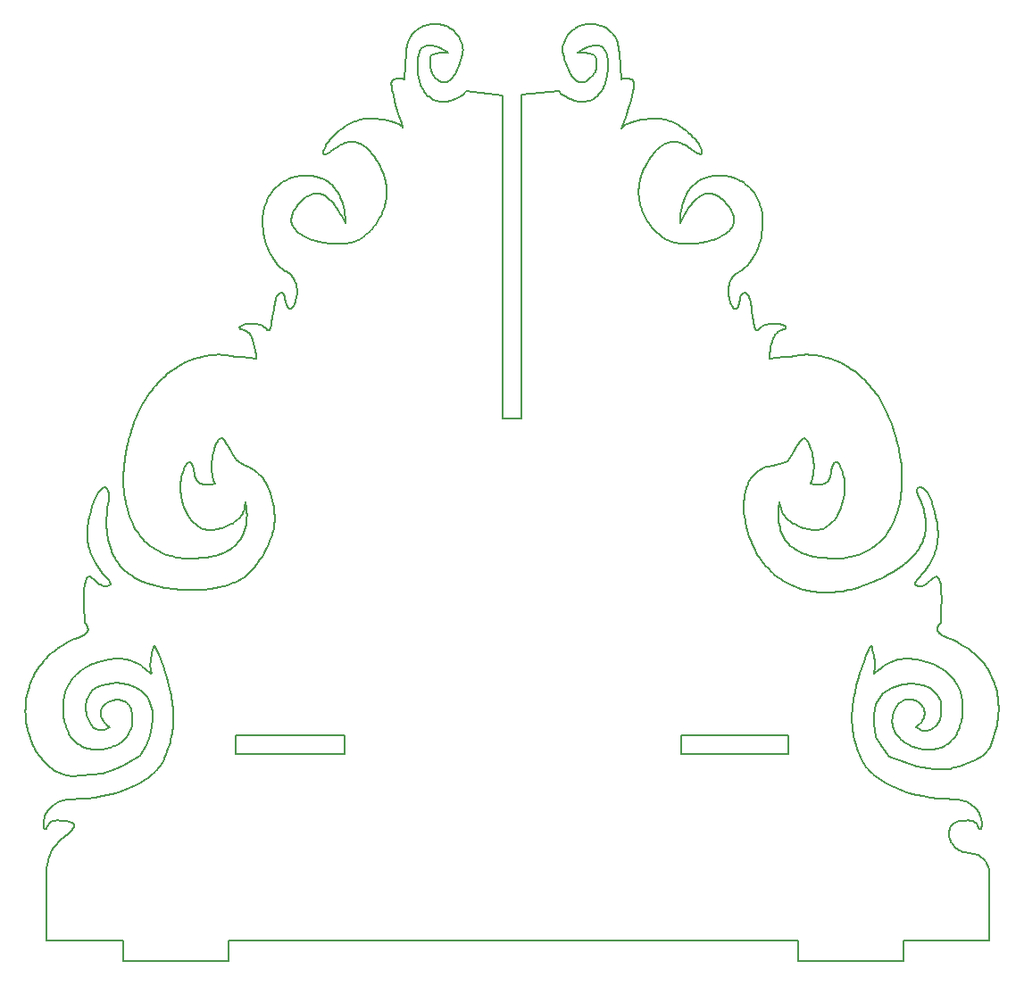
<source format=gbr>
G04 #@! TF.GenerationSoftware,KiCad,Pcbnew,(5.0.0)*
G04 #@! TF.CreationDate,2018-10-19T16:20:16+03:00*
G04 #@! TF.ProjectId,side_1,736964655F312E6B696361645F706362,rev?*
G04 #@! TF.SameCoordinates,Original*
G04 #@! TF.FileFunction,Profile,NP*
%FSLAX46Y46*%
G04 Gerber Fmt 4.6, Leading zero omitted, Abs format (unit mm)*
G04 Created by KiCad (PCBNEW (5.0.0)) date 10/19/18 16:20:16*
%MOMM*%
%LPD*%
G01*
G04 APERTURE LIST*
%ADD10C,0.200000*%
G04 APERTURE END LIST*
D10*
X147967700Y-51447700D02*
X147891500Y-51739800D01*
X147980400Y-51130200D02*
X147967700Y-51447700D01*
X147980400Y-50812700D02*
X147980400Y-51130200D01*
X147942300Y-50546000D02*
X147980400Y-50812700D01*
X147891500Y-50342800D02*
X147942300Y-50546000D01*
X147815300Y-50165000D02*
X147891500Y-50342800D01*
X132422900Y-51904900D02*
X132676900Y-52298600D01*
X132321300Y-51638200D02*
X132422900Y-51904900D01*
X132257800Y-51295300D02*
X132321300Y-51638200D01*
X132207000Y-51015900D02*
X132257800Y-51295300D01*
X132207000Y-50634900D02*
X132207000Y-51015900D01*
X132207000Y-50469800D02*
X132207000Y-50634900D01*
X132219700Y-50330100D02*
X132207000Y-50469800D01*
X132283200Y-50190400D02*
X132219700Y-50330100D01*
X101752400Y-92151200D02*
X101727000Y-92430600D01*
X101752400Y-91948000D02*
X101752400Y-92151200D01*
X101752400Y-91732100D02*
X101752400Y-91948000D01*
X101688900Y-91478100D02*
X101752400Y-91732100D01*
X101574600Y-91300300D02*
X101688900Y-91478100D01*
X101396800Y-91186000D02*
X101574600Y-91300300D01*
X101244400Y-91186000D02*
X101396800Y-91186000D01*
X178384200Y-91567000D02*
X178422300Y-91808300D01*
X178384200Y-91414600D02*
X178384200Y-91567000D01*
X178447700Y-91262200D02*
X178384200Y-91414600D01*
X178562000Y-91135200D02*
X178447700Y-91262200D01*
X184810400Y-116497100D02*
X185293000Y-115862100D01*
X184619900Y-116662200D02*
X184810400Y-116497100D01*
X183857900Y-117055900D02*
X184619900Y-116662200D01*
X183032400Y-117424200D02*
X183857900Y-117055900D01*
X182448200Y-117640100D02*
X183032400Y-117424200D01*
X181952900Y-117779800D02*
X182448200Y-117640100D01*
X181635400Y-117868700D02*
X181952900Y-117779800D01*
X179984400Y-117881400D02*
X181622700Y-117881400D01*
X178371500Y-117665500D02*
X179984400Y-117881400D01*
X177165000Y-117271800D02*
X178371500Y-117665500D01*
X175780700Y-116725700D02*
X177165000Y-117271800D01*
X175094900Y-115811300D02*
X175780700Y-116725700D01*
X174523400Y-114884200D02*
X175094900Y-115811300D01*
X174332900Y-113563400D02*
X174523400Y-114884200D01*
X174332900Y-112737900D02*
X174332900Y-113563400D01*
X174485300Y-111747300D02*
X174332900Y-112737900D01*
X175158400Y-110680500D02*
X174485300Y-111747300D01*
X176034700Y-110172500D02*
X175158400Y-110680500D01*
X177063400Y-109905800D02*
X176034700Y-110172500D01*
X177952400Y-109816900D02*
X177063400Y-109905800D01*
X178943000Y-109969300D02*
X177952400Y-109816900D01*
X179654200Y-110172500D02*
X178943000Y-109969300D01*
X180340000Y-110883700D02*
X179654200Y-110172500D01*
X180695600Y-111455200D02*
X180340000Y-110883700D01*
X180682900Y-112191800D02*
X180695600Y-111455200D01*
X180657500Y-112750600D02*
X180682900Y-112191800D01*
X180543200Y-113296700D02*
X180657500Y-112750600D01*
X180200300Y-113728500D02*
X180543200Y-113296700D01*
X179819300Y-114084100D02*
X180200300Y-113728500D01*
X179387500Y-114274600D02*
X179819300Y-114084100D01*
X178917600Y-114249200D02*
X179387500Y-114274600D01*
X100863400Y-114198400D02*
X101320600Y-114185700D01*
X100520500Y-114122200D02*
X100863400Y-114198400D01*
X100253800Y-113969800D02*
X100520500Y-114122200D01*
X97472500Y-118402100D02*
X96862900Y-118198900D01*
X98221800Y-118554500D02*
X97472500Y-118402100D01*
X99187000Y-118503700D02*
X98221800Y-118554500D01*
X100050600Y-118440200D02*
X99187000Y-118503700D01*
X101130100Y-118313200D02*
X100050600Y-118440200D01*
X102323900Y-117944900D02*
X101130100Y-118313200D01*
X103098600Y-117614700D02*
X102323900Y-117944900D01*
X104101900Y-116954300D02*
X103098600Y-117614700D01*
X104711500Y-116611400D02*
X104101900Y-116954300D01*
X105346500Y-115646200D02*
X104711500Y-116611400D01*
X105651300Y-114782600D02*
X105346500Y-115646200D01*
X105816400Y-113842800D02*
X105651300Y-114782600D01*
X105905300Y-113157000D02*
X105816400Y-113842800D01*
X105867200Y-112407700D02*
X105905300Y-113157000D01*
X105537000Y-111379000D02*
X105867200Y-112407700D01*
X105371900Y-111048800D02*
X105537000Y-111379000D01*
X104813100Y-110490000D02*
X105371900Y-111048800D01*
X104241600Y-110134400D02*
X104813100Y-110490000D01*
X103517700Y-109842300D02*
X104241600Y-110134400D01*
X102920800Y-109753400D02*
X103505000Y-109842300D01*
X102552500Y-109728000D02*
X102920800Y-109753400D01*
X102044500Y-109766100D02*
X102552500Y-109728000D01*
X101574600Y-109829600D02*
X102044500Y-109766100D01*
X101079300Y-109943900D02*
X101587300Y-109842300D01*
X100482400Y-110236000D02*
X101079300Y-109943900D01*
X100152200Y-110490000D02*
X100482400Y-110236000D01*
X99860100Y-110858300D02*
X100152200Y-110490000D01*
X99682300Y-111226600D02*
X99860100Y-110858300D01*
X99593400Y-112090200D02*
X99669600Y-111239300D01*
X99656900Y-112801400D02*
X99593400Y-112090200D01*
X99949000Y-113538000D02*
X99656900Y-112801400D01*
X100253800Y-113957100D02*
X99949000Y-113538000D01*
X140868400Y-53936900D02*
X144424400Y-53594000D01*
X135661400Y-53594000D02*
X139103100Y-53949600D01*
X139103100Y-53949600D02*
X139103100Y-84632800D01*
X140868400Y-53936900D02*
X140855700Y-84620100D01*
X129946400Y-49885600D02*
X129743200Y-52425600D01*
X150152100Y-49898300D02*
X150368000Y-52425600D01*
X95824956Y-134156023D02*
X95824956Y-127530341D01*
X115426633Y-77261571D02*
X115478732Y-77415693D01*
X115381190Y-77136060D02*
X115426633Y-77261571D01*
X115327196Y-77012953D02*
X115381190Y-77136060D01*
X115275515Y-76905284D02*
X115327196Y-77012953D01*
X115215281Y-76799874D02*
X115275515Y-76905284D01*
X115157188Y-76707359D02*
X115215281Y-76799874D01*
X115093416Y-76618075D02*
X115157188Y-76707359D01*
X115027966Y-76544176D02*
X115093416Y-76618075D01*
X114955257Y-76473609D02*
X115027966Y-76544176D01*
X114882990Y-76409844D02*
X114955257Y-76473609D01*
X114807811Y-76355548D02*
X114882990Y-76409844D01*
X114727882Y-76311378D02*
X114807811Y-76355548D01*
X114647499Y-76273302D02*
X114727882Y-76311378D01*
X114561635Y-76241886D02*
X114647499Y-76273302D01*
X114364734Y-76193757D02*
X114561635Y-76241886D01*
X114308570Y-76175037D02*
X114364734Y-76193757D01*
X114254184Y-76151389D02*
X114308570Y-76175037D01*
X114217294Y-76130308D02*
X114254184Y-76151389D01*
X114185708Y-76101598D02*
X114217294Y-76130308D01*
X114165854Y-76071807D02*
X114185708Y-76101598D01*
X114146216Y-76003083D02*
X114165854Y-76071807D01*
X114177101Y-75941314D02*
X114146216Y-76003083D01*
X114198173Y-75911211D02*
X114177101Y-75941314D01*
X116412312Y-67062780D02*
X116480790Y-67416211D01*
X116363685Y-66704726D02*
X116412312Y-67062780D01*
X116337197Y-66342699D02*
X116363685Y-66704726D01*
X116330564Y-66161434D02*
X116337197Y-66342699D01*
X116328351Y-65979898D02*
X116330564Y-66161434D01*
X116341596Y-65617912D02*
X116328351Y-65979898D01*
X116357114Y-65433906D02*
X116341596Y-65617912D01*
X116379222Y-65254799D02*
X116357114Y-65433906D01*
X116405757Y-65075701D02*
X116379222Y-65254799D01*
X116438980Y-64898502D02*
X116405757Y-65075701D01*
X116478839Y-64723562D02*
X116438980Y-64898502D01*
X116525358Y-64548564D02*
X116478839Y-64723562D01*
X116578525Y-64377983D02*
X116525358Y-64548564D01*
X116638225Y-64207730D02*
X116578525Y-64377983D01*
X116702503Y-64039284D02*
X116638225Y-64207730D01*
X116775891Y-63874714D02*
X116702503Y-64039284D01*
X116857851Y-63715225D02*
X116775891Y-63874714D01*
X116944246Y-63555727D02*
X116857851Y-63715225D01*
X117037575Y-63404621D02*
X116944246Y-63555727D01*
X117137397Y-63258215D02*
X117037575Y-63404621D01*
X117241397Y-63118814D02*
X117137397Y-63258215D01*
X117345710Y-62985647D02*
X117241397Y-63118814D01*
X117456773Y-62861251D02*
X117345710Y-62985647D01*
X117572020Y-62739358D02*
X117456773Y-62861251D01*
X117687471Y-62628345D02*
X117572020Y-62739358D01*
X117809606Y-62519534D02*
X117687471Y-62628345D01*
X117934013Y-62419563D02*
X117809606Y-62519534D01*
X118062633Y-62324210D02*
X117934013Y-62419563D01*
X118189034Y-62237723D02*
X118062633Y-62324210D01*
X118322377Y-62153276D02*
X118189034Y-62237723D01*
X118458024Y-62077667D02*
X118322377Y-62153276D01*
X118593140Y-62009002D02*
X118458024Y-62077667D01*
X118728390Y-61944698D02*
X118593140Y-62009002D01*
X118870900Y-61884581D02*
X118728390Y-61944698D01*
X119152198Y-61784909D02*
X118870900Y-61884581D01*
X119437901Y-61705175D02*
X119152198Y-61784909D01*
X119580299Y-61674025D02*
X119437901Y-61705175D01*
X119726975Y-61647358D02*
X119580299Y-61674025D01*
X120016979Y-61609724D02*
X119726975Y-61647358D01*
X120300324Y-61592016D02*
X120016979Y-61609724D01*
X120440256Y-61589791D02*
X120300324Y-61592016D01*
X120586821Y-61592015D02*
X120440256Y-61589791D01*
X120863752Y-61609737D02*
X120586821Y-61592015D01*
X121138165Y-61647358D02*
X120863752Y-61609737D01*
X121267017Y-61669575D02*
X121138165Y-61647358D01*
X121402796Y-61698512D02*
X121267017Y-61669575D01*
X121659983Y-61767239D02*
X121402796Y-61698512D01*
X121901696Y-61851505D02*
X121659983Y-61767239D01*
X122017336Y-61898206D02*
X121901696Y-61851505D01*
X122139941Y-61951708D02*
X122017336Y-61898206D01*
X122353515Y-62062946D02*
X122139941Y-61951708D01*
X122558107Y-62191923D02*
X122353515Y-62062946D01*
X122647641Y-62256840D02*
X122558107Y-62191923D01*
X122739602Y-62328612D02*
X122647641Y-62256840D01*
X122907092Y-62482702D02*
X122739602Y-62328612D01*
X105014627Y-83186115D02*
X104917551Y-83358207D01*
X105206127Y-82862546D02*
X105014627Y-83186115D01*
X105397631Y-82560980D02*
X105206127Y-82862546D01*
X105488178Y-82424055D02*
X105397631Y-82560980D01*
X105598450Y-82267474D02*
X105488178Y-82424055D01*
X105796603Y-81994457D02*
X105598450Y-82267474D01*
X106003786Y-81729974D02*
X105796603Y-81994457D01*
X106103172Y-81610709D02*
X106003786Y-81729974D01*
X106211162Y-81485089D02*
X106103172Y-81610709D01*
X106424748Y-81245078D02*
X106211162Y-81485089D01*
X106634399Y-81024390D02*
X106424748Y-81245078D01*
X106854925Y-80812688D02*
X106634399Y-81024390D01*
X107068838Y-80616415D02*
X106854925Y-80812688D01*
X107291545Y-80428990D02*
X107068838Y-80616415D01*
X107507554Y-80254858D02*
X107291545Y-80428990D01*
X107728335Y-80089271D02*
X107507554Y-80254858D01*
X107946746Y-79939252D02*
X107728335Y-80089271D01*
X108169480Y-79793703D02*
X107946746Y-79939252D01*
X108385815Y-79663462D02*
X108169480Y-79793703D01*
X108606277Y-79540002D02*
X108385815Y-79663462D01*
X108818082Y-79427479D02*
X108606277Y-79540002D01*
X109036407Y-79321625D02*
X108818082Y-79427479D01*
X109246207Y-79224452D02*
X109036407Y-79321625D01*
X109660900Y-79056809D02*
X109246207Y-79224452D01*
X109868823Y-78986027D02*
X109660900Y-79056809D01*
X110247783Y-78867054D02*
X109868823Y-78986027D01*
X110635723Y-78765657D02*
X110247783Y-78867054D01*
X110802007Y-78727970D02*
X110635723Y-78765657D01*
X110976718Y-78697008D02*
X110802007Y-78727970D01*
X111317981Y-78641962D02*
X110976718Y-78697008D01*
X111602785Y-78606640D02*
X111317981Y-78641962D01*
X111740218Y-78595554D02*
X111602785Y-78606640D01*
X111888338Y-78586712D02*
X111740218Y-78595554D01*
X112107964Y-78580056D02*
X111888338Y-78586712D01*
X112594488Y-78604380D02*
X112107964Y-78580056D01*
X112934006Y-78652886D02*
X112594488Y-78604380D01*
X113271342Y-78694503D02*
X112934006Y-78652886D01*
X113852525Y-78760298D02*
X113271342Y-78694503D01*
X114330668Y-78810746D02*
X113852525Y-78760298D01*
X115050240Y-78883139D02*
X114330668Y-78810746D01*
X115723257Y-78946361D02*
X115050240Y-78883139D01*
X115696547Y-78599141D02*
X115723257Y-78946361D01*
X115646320Y-78203884D02*
X115696547Y-78599141D01*
X115589635Y-77870307D02*
X115646320Y-78203884D01*
X115513299Y-77543155D02*
X115589635Y-77870307D01*
X115478732Y-77415693D02*
X115513299Y-77543155D01*
X114269328Y-75857231D02*
X114198173Y-75911211D01*
X114341974Y-75815051D02*
X114269328Y-75857231D01*
X114449560Y-75769269D02*
X114341974Y-75815051D01*
X114557500Y-75735538D02*
X114449560Y-75769269D01*
X114691824Y-75697480D02*
X114557500Y-75735538D01*
X114830398Y-75672895D02*
X114691824Y-75697480D01*
X114984066Y-75648393D02*
X114830398Y-75672895D01*
X115142429Y-75637242D02*
X114984066Y-75648393D01*
X115309112Y-75630574D02*
X115142429Y-75637242D01*
X115476527Y-75635040D02*
X115309112Y-75630574D01*
X115648347Y-75650660D02*
X115476527Y-75635040D01*
X115816098Y-75677498D02*
X115648347Y-75650660D01*
X115981742Y-75717789D02*
X115816098Y-75677498D01*
X116141697Y-75769606D02*
X115981742Y-75717789D01*
X116295322Y-75841901D02*
X116141697Y-75769606D01*
X116435269Y-75925418D02*
X116295322Y-75841901D01*
X116501549Y-75975699D02*
X116435269Y-75925418D01*
X116567466Y-76030249D02*
X116501549Y-75975699D01*
X116627231Y-76090018D02*
X116567466Y-76030249D01*
X116723481Y-76203767D02*
X116627231Y-76090018D01*
X116769760Y-76248031D02*
X116723481Y-76203767D01*
X116805761Y-76272666D02*
X116769760Y-76248031D01*
X116847131Y-76292366D02*
X116805761Y-76272666D01*
X116899650Y-76295891D02*
X116847131Y-76292366D01*
X116924192Y-76288674D02*
X116899650Y-76295891D01*
X116946939Y-76270802D02*
X116924192Y-76288674D01*
X116974836Y-76244763D02*
X116946939Y-76270802D01*
X116997664Y-76210525D02*
X116974836Y-76244763D01*
X117026428Y-76161215D02*
X116997664Y-76210525D01*
X117059861Y-76083893D02*
X117026428Y-76161215D01*
X117100603Y-75965962D02*
X117059861Y-76083893D01*
X117141558Y-75819382D02*
X117100603Y-75965962D01*
X117195897Y-75558567D02*
X117141558Y-75819382D01*
X117283466Y-74989347D02*
X117195897Y-75558567D01*
X117384429Y-74280399D02*
X117283466Y-74989347D01*
X117421861Y-74044798D02*
X117384429Y-74280399D01*
X117461515Y-73824499D02*
X117421861Y-74044798D01*
X117505667Y-73603741D02*
X117461515Y-73824499D01*
X117552185Y-73413238D02*
X117505667Y-73603741D01*
X117576741Y-73328403D02*
X117552185Y-73413238D01*
X117610277Y-73223332D02*
X117576741Y-73328403D01*
X117668609Y-73075253D02*
X117610277Y-73223332D01*
X117741394Y-72931956D02*
X117668609Y-73075253D01*
X117782430Y-72876440D02*
X117741394Y-72931956D01*
X117826796Y-72829740D02*
X117782430Y-72876440D01*
X117869298Y-72789737D02*
X117826796Y-72829740D01*
X117922770Y-72761728D02*
X117869298Y-72789737D01*
X118006037Y-72729346D02*
X117922770Y-72761728D01*
X118051083Y-72716835D02*
X118006037Y-72729346D01*
X118100920Y-72711587D02*
X118051083Y-72716835D01*
X118174449Y-72719466D02*
X118100920Y-72711587D01*
X118274361Y-72768139D02*
X118174449Y-72719466D01*
X118345166Y-72846531D02*
X118274361Y-72768139D01*
X118381451Y-72916680D02*
X118345166Y-72846531D01*
X118411655Y-72988713D02*
X118381451Y-72916680D01*
X118463410Y-73170971D02*
X118411655Y-72988713D01*
X118551293Y-73652138D02*
X118463410Y-73170971D01*
X118598781Y-73837764D02*
X118551293Y-73652138D01*
X118628497Y-73924790D02*
X118598781Y-73837764D01*
X118660494Y-74001584D02*
X118628497Y-73924790D01*
X118676137Y-74034828D02*
X118660494Y-74001584D01*
X118697508Y-74065911D02*
X118676137Y-74034828D01*
X118742806Y-74123564D02*
X118697508Y-74065911D01*
X118795337Y-74172053D02*
X118742806Y-74123564D01*
X118820192Y-74189806D02*
X118795337Y-74172053D01*
X118848281Y-74202095D02*
X118820192Y-74189806D01*
X118914284Y-74220096D02*
X118848281Y-74202095D01*
X118947981Y-74223645D02*
X118914284Y-74220096D01*
X118980475Y-74220223D02*
X118947981Y-74223645D01*
X119013542Y-74209201D02*
X118980475Y-74220223D01*
X119046841Y-74194402D02*
X119013542Y-74209201D01*
X119123068Y-74138235D02*
X119046841Y-74194402D01*
X119190767Y-74064380D02*
X119123068Y-74138235D01*
X119230318Y-74008179D02*
X119190767Y-74064380D01*
X119264026Y-73955507D02*
X119230318Y-74008179D01*
X119326098Y-73839927D02*
X119264026Y-73955507D01*
X119390789Y-73693287D02*
X119326098Y-73839927D01*
X119420796Y-73613984D02*
X119390789Y-73693287D01*
X119444280Y-73543540D02*
X119420796Y-73613984D01*
X119491946Y-73368039D02*
X119444280Y-73543540D01*
X119531021Y-73187854D02*
X119491946Y-73368039D01*
X119548171Y-73089235D02*
X119531021Y-73187854D01*
X119578579Y-72798185D02*
X119548171Y-73089235D01*
X119585078Y-72592401D02*
X119578579Y-72798185D01*
X119582917Y-72488662D02*
X119585078Y-72592401D01*
X119578605Y-72387354D02*
X119582917Y-72488662D01*
X119556947Y-72183736D02*
X119578605Y-72387354D01*
X119522349Y-71978324D02*
X119556947Y-72183736D01*
X119496592Y-71877450D02*
X119522349Y-71978324D01*
X119468683Y-71778687D02*
X119496592Y-71877450D01*
X119397170Y-71585826D02*
X119468683Y-71778687D01*
X119358732Y-71493997D02*
X119397170Y-71585826D01*
X119311788Y-71404375D02*
X119358732Y-71493997D01*
X119260073Y-71316029D02*
X119311788Y-71404375D01*
X119206636Y-71232668D02*
X119260073Y-71316029D01*
X119144626Y-71151416D02*
X119206636Y-71232668D01*
X119080943Y-71074994D02*
X119144626Y-71151416D01*
X118930315Y-70930823D02*
X119080943Y-71074994D01*
X118849673Y-70865040D02*
X118930315Y-70930823D01*
X118762267Y-70805342D02*
X118849673Y-70865040D01*
X118666182Y-70747694D02*
X118762267Y-70805342D01*
X118564036Y-70697708D02*
X118666182Y-70747694D01*
X118459629Y-70642172D02*
X118564036Y-70697708D01*
X118354898Y-70582008D02*
X118459629Y-70642172D01*
X118247470Y-70512627D02*
X118354898Y-70582008D01*
X118144671Y-70436644D02*
X118247470Y-70512627D01*
X118039631Y-70351719D02*
X118144671Y-70436644D01*
X117943775Y-70262551D02*
X118039631Y-70351719D01*
X117844118Y-70165109D02*
X117943775Y-70262551D01*
X117745963Y-70062494D02*
X117844118Y-70165109D01*
X117557556Y-69834186D02*
X117745963Y-70062494D01*
X117382575Y-69592760D02*
X117557556Y-69834186D01*
X117212271Y-69322927D02*
X117382575Y-69592760D01*
X117132547Y-69181190D02*
X117212271Y-69322927D01*
X117057219Y-69041615D02*
X117132547Y-69181190D01*
X116913625Y-68738969D02*
X117057219Y-69041615D01*
X116785595Y-68429931D02*
X116913625Y-68738969D01*
X116723737Y-68262035D02*
X116785595Y-68429931D01*
X116666214Y-68098307D02*
X116723737Y-68262035D01*
X116566880Y-67762778D02*
X116666214Y-68098307D01*
X116480790Y-67416211D02*
X116566880Y-67762778D01*
X103399715Y-111575528D02*
X103520699Y-111666800D01*
X103271211Y-111500569D02*
X103399715Y-111575528D01*
X103205910Y-111466868D02*
X103271211Y-111500569D01*
X103138959Y-111439668D02*
X103205910Y-111466868D01*
X102993604Y-111392642D02*
X103138959Y-111439668D01*
X102843020Y-111362525D02*
X102993604Y-111392642D01*
X102768058Y-111349675D02*
X102843020Y-111362525D01*
X102691807Y-111341203D02*
X102768058Y-111349675D01*
X102537369Y-111334768D02*
X102691807Y-111341203D01*
X102379859Y-111343398D02*
X102537369Y-111334768D01*
X102303140Y-111349792D02*
X102379859Y-111343398D01*
X102224436Y-111362554D02*
X102303140Y-111349792D01*
X102075500Y-111392773D02*
X102224436Y-111362554D01*
X101924408Y-111435941D02*
X102075500Y-111392773D01*
X101854292Y-111459317D02*
X101924408Y-111435941D01*
X101782126Y-111489032D02*
X101854292Y-111459317D01*
X101646593Y-111553569D02*
X101782126Y-111489032D01*
X101522455Y-111626340D02*
X101646593Y-111553569D01*
X101465513Y-111666412D02*
X101522455Y-111626340D01*
X101408454Y-111710790D02*
X101465513Y-111666412D01*
X101305975Y-111804730D02*
X101408454Y-111710790D01*
X101214561Y-111906772D02*
X101305975Y-111804730D01*
X101177530Y-111958204D02*
X101214561Y-111906772D01*
X101144417Y-112014080D02*
X101177530Y-111958204D01*
X101086952Y-112135406D02*
X101144417Y-112014080D01*
X101031279Y-112291708D02*
X101086952Y-112135406D01*
X101010192Y-112373950D02*
X101031279Y-112291708D01*
X100995492Y-112453747D02*
X101010192Y-112373950D01*
X100982719Y-112609143D02*
X100995492Y-112453747D01*
X100989108Y-112764591D02*
X100982719Y-112609143D01*
X100999618Y-112840248D02*
X100989108Y-112764591D01*
X101014239Y-112913350D02*
X100999618Y-112840248D01*
X101060822Y-113057339D02*
X101014239Y-112913350D01*
X101133579Y-113207132D02*
X101060822Y-113057339D01*
X101173764Y-113279045D02*
X101133579Y-113207132D01*
X101217891Y-113344185D02*
X101173764Y-113279045D01*
X101333960Y-113490341D02*
X101217891Y-113344185D01*
X101459094Y-113617632D02*
X101333960Y-113490341D01*
X101538733Y-113692968D02*
X101459094Y-113617632D01*
X101615880Y-113757256D02*
X101538733Y-113692968D01*
X101838502Y-113924948D02*
X101615880Y-113757256D01*
X101513348Y-114095652D02*
X101838502Y-113924948D01*
X101462126Y-114117920D02*
X101513348Y-114095652D01*
X101315428Y-114187986D02*
X101462126Y-114117920D01*
X183537201Y-122796206D02*
X183619769Y-122815262D01*
X183457852Y-122785767D02*
X183537201Y-122796206D01*
X183231080Y-122777129D02*
X183457852Y-122785767D01*
X183005625Y-122785800D02*
X183231080Y-122777129D01*
X182790239Y-122805378D02*
X183005625Y-122785800D01*
X182358654Y-122859874D02*
X182790239Y-122805378D01*
X182183170Y-122900533D02*
X182358654Y-122859874D01*
X182105184Y-122927935D02*
X182183170Y-122900533D01*
X182027220Y-122959541D02*
X182105184Y-122927935D01*
X181958091Y-122997247D02*
X182027220Y-122959541D01*
X181890506Y-123039488D02*
X181958091Y-122997247D01*
X181831964Y-123083395D02*
X181890506Y-123039488D01*
X181775321Y-123133746D02*
X181831964Y-123083395D01*
X181722531Y-123188644D02*
X181775321Y-123133746D01*
X181674231Y-123245346D02*
X181722531Y-123188644D01*
X181630501Y-123307819D02*
X181674231Y-123245346D01*
X181594825Y-123370776D02*
X181630501Y-123307819D01*
X181526617Y-123509324D02*
X181594825Y-123370776D01*
X181480108Y-123657305D02*
X181526617Y-123509324D01*
X181456683Y-123782955D02*
X181480108Y-123657305D01*
X181452609Y-123815545D02*
X181456683Y-123782955D01*
X181446065Y-124145562D02*
X181452609Y-123815545D01*
X181467517Y-124315032D02*
X181446065Y-124145562D01*
X181508385Y-124487115D02*
X181467517Y-124315032D01*
X181533976Y-124572420D02*
X181508385Y-124487115D01*
X181563806Y-124653388D02*
X181533976Y-124572420D01*
X181637101Y-124821531D02*
X181563806Y-124653388D01*
X181725358Y-124980820D02*
X181637101Y-124821531D01*
X181776522Y-125059699D02*
X181725358Y-124980820D01*
X181829839Y-125132212D02*
X181776522Y-125059699D01*
X181950303Y-125276338D02*
X181829839Y-125132212D01*
X182087896Y-125407483D02*
X181950303Y-125276338D01*
X182162668Y-125469435D02*
X182087896Y-125407483D01*
X182237675Y-125525157D02*
X182162668Y-125469435D01*
X182321357Y-125580942D02*
X182237675Y-125525157D01*
X182404452Y-125629949D02*
X182321357Y-125580942D01*
X182585321Y-125718230D02*
X182404452Y-125629949D01*
X182682933Y-125754301D02*
X182585321Y-125718230D01*
X182784118Y-125784441D02*
X182682933Y-125754301D01*
X182889399Y-125812374D02*
X182784118Y-125784441D01*
X184198083Y-126052760D02*
X182889399Y-125812374D01*
X184861266Y-126644536D02*
X184198083Y-126052760D01*
X185276434Y-127360519D02*
X184861266Y-126644536D01*
X185276434Y-127734475D02*
X185276434Y-127360519D01*
X185276435Y-134155963D02*
X185276434Y-127734475D01*
X177106872Y-134155969D02*
X185276435Y-134155963D01*
X109654416Y-89026347D02*
X109699405Y-89131321D01*
X109699405Y-89131321D02*
X109737936Y-89238346D01*
X109737936Y-89238346D02*
X109774401Y-89369187D01*
X109774401Y-89369187D02*
X109833011Y-89657908D01*
X109833011Y-89657908D02*
X109852609Y-89816859D01*
X109852609Y-89816859D02*
X109868313Y-89926789D01*
X109868313Y-89926789D02*
X109917567Y-90132760D01*
X109917567Y-90132760D02*
X109951588Y-90230283D01*
X109951588Y-90230283D02*
X109988011Y-90319067D01*
X109988011Y-90319067D02*
X110033946Y-90404047D01*
X110033946Y-90404047D02*
X110084234Y-90479480D01*
X110084234Y-90479480D02*
X110140999Y-90552138D01*
X158153347Y-63372147D02*
X158247226Y-63342276D01*
X158247226Y-63342276D02*
X158341032Y-63316694D01*
X158341032Y-63316694D02*
X158436585Y-63299708D01*
X158436585Y-63299708D02*
X158528605Y-63289006D01*
X158528605Y-63289006D02*
X158624373Y-63282621D01*
X158624373Y-63282621D02*
X158717579Y-63284742D01*
X158717579Y-63284742D02*
X158813428Y-63293261D01*
X158813428Y-63293261D02*
X158907112Y-63308165D01*
X158907112Y-63308165D02*
X159001072Y-63329520D01*
X159001072Y-63329520D02*
X159097227Y-63357295D01*
X159097227Y-63357295D02*
X159190816Y-63391329D01*
X159190816Y-63391329D02*
X159384883Y-63479738D01*
X159384883Y-63479738D02*
X159481338Y-63535465D01*
X159481338Y-63535465D02*
X159576087Y-63593607D01*
X159576087Y-63593607D02*
X159675148Y-63664671D01*
X159675148Y-63664671D02*
X159770098Y-63738042D01*
X159770098Y-63738042D02*
X159972021Y-63913913D01*
X159972021Y-63913913D02*
X160161318Y-64105384D01*
X160161318Y-64105384D02*
X160269744Y-64222486D01*
X160269744Y-64222486D02*
X160363071Y-64335342D01*
X160363071Y-64335342D02*
X160557354Y-64579837D01*
X160557354Y-64579837D02*
X160676941Y-64749429D01*
X160676941Y-64749429D02*
X160730647Y-64831063D01*
X160730647Y-64831063D02*
X160784367Y-64925611D01*
X160784367Y-64925611D02*
X160864432Y-65081414D01*
X160864432Y-65081414D02*
X160937983Y-65254475D01*
X160937983Y-65254475D02*
X160963431Y-65324454D01*
X160963431Y-65324454D02*
X160986869Y-65405421D01*
X160986869Y-65405421D02*
X161023358Y-65559966D01*
X161023358Y-65559966D02*
X161040405Y-65704866D01*
X161040405Y-65704866D02*
X161042524Y-65774759D01*
X161042524Y-65774759D02*
X161042524Y-65851054D01*
X161042524Y-65851054D02*
X161029705Y-65985649D01*
X161029705Y-65985649D02*
X161006323Y-66121692D01*
X161006323Y-66121692D02*
X160966149Y-66250669D01*
X160966149Y-66250669D02*
X160912964Y-66374061D01*
X160912964Y-66374061D02*
X160846803Y-66495715D01*
X160846803Y-66495715D02*
X160769751Y-66611290D01*
X160769751Y-66611290D02*
X160679918Y-66726793D01*
X160679918Y-66726793D02*
X160580828Y-66830188D01*
X160580828Y-66830188D02*
X160524730Y-66886288D01*
X160524730Y-66886288D02*
X160471279Y-66935464D01*
X160471279Y-66935464D02*
X160352239Y-67035023D01*
X160352239Y-67035023D02*
X160222827Y-67132082D01*
X160222827Y-67132082D02*
X160086412Y-67218694D01*
X160086412Y-67218694D02*
X159938651Y-67307785D01*
X159938651Y-67307785D02*
X159786748Y-67388079D01*
X159786748Y-67388079D02*
X159625838Y-67466358D01*
X159625838Y-67466358D02*
X159460614Y-67538102D01*
X159460614Y-67538102D02*
X159288568Y-67605614D01*
X159288568Y-67605614D02*
X159111870Y-67668875D01*
X159111870Y-67668875D02*
X158928869Y-67729875D01*
X158928869Y-67729875D02*
X158745953Y-67782138D01*
X158745953Y-67782138D02*
X158365929Y-67880420D01*
X158365929Y-67880420D02*
X157981513Y-67954684D01*
X157981513Y-67954684D02*
X157787643Y-67987357D01*
X157787643Y-67987357D02*
X157593640Y-68011335D01*
X157593640Y-68011335D02*
X157202325Y-68052873D01*
X157202325Y-68052873D02*
X156829086Y-68072515D01*
X156829086Y-68072515D02*
X156641738Y-68074697D01*
X156641738Y-68074697D02*
X156452031Y-68072514D01*
X156452031Y-68072514D02*
X156111596Y-68057238D01*
X156111596Y-68057238D02*
X155765399Y-68022403D01*
X155765399Y-68022403D02*
X155615928Y-67996406D01*
X155615928Y-67996406D02*
X155459542Y-67965998D01*
X155459542Y-67965998D02*
X155323397Y-67931420D01*
X155323397Y-67931420D02*
X155186853Y-67890242D01*
X155186853Y-67890242D02*
X155054894Y-67844814D01*
X155054894Y-67844814D02*
X154927391Y-67792948D01*
X154927391Y-67792948D02*
X154794911Y-67732138D01*
X154794911Y-67732138D02*
X154662558Y-67667045D01*
X154662558Y-67667045D02*
X154530262Y-67593310D01*
X154530262Y-67593310D02*
X154399784Y-67515020D01*
X154399784Y-67515020D02*
X154265343Y-67428287D01*
X154265343Y-67428287D02*
X154137096Y-67334816D01*
X154137096Y-67334816D02*
X154006341Y-67236750D01*
X154006341Y-67236750D02*
X153878326Y-67132606D01*
X153878326Y-67132606D02*
X153752105Y-67019442D01*
X153752105Y-67019442D02*
X153628225Y-66904253D01*
X153628225Y-66904253D02*
X153386080Y-66651202D01*
X153386080Y-66651202D02*
X153268734Y-66518644D01*
X153268734Y-66518644D02*
X153155656Y-66379472D01*
X153155656Y-66379472D02*
X153046684Y-66235629D01*
X153046684Y-66235629D02*
X152939870Y-66087397D01*
X152939870Y-66087397D02*
X152837518Y-65934959D01*
X152837518Y-65934959D02*
X152739572Y-65778245D01*
X152739572Y-65778245D02*
X152646061Y-65615145D01*
X152646061Y-65615145D02*
X152558996Y-65447549D01*
X152558996Y-65447549D02*
X152476130Y-65275273D01*
X152476130Y-65275273D02*
X152397710Y-65101004D01*
X152397710Y-65101004D02*
X152326019Y-64922860D01*
X152326019Y-64922860D02*
X152262928Y-64740119D01*
X163183612Y-68739172D02*
X163313896Y-68430020D01*
X163313896Y-68430020D02*
X163375889Y-68261757D01*
X163375889Y-68261757D02*
X163431203Y-68098023D01*
X163431203Y-68098023D02*
X163530463Y-67762743D01*
X163530463Y-67762743D02*
X163616472Y-67416501D01*
X163616472Y-67416501D02*
X163654136Y-67237043D01*
X163654136Y-67237043D02*
X163682918Y-67062140D01*
X163682918Y-67062140D02*
X163731443Y-66704811D01*
X163731443Y-66704811D02*
X163760119Y-66340854D01*
X163760119Y-66340854D02*
X163768967Y-66159465D01*
X163768967Y-66159465D02*
X163771185Y-65977533D01*
X163771185Y-65977533D02*
X163755734Y-65617741D01*
X163755734Y-65617741D02*
X163740249Y-65434133D01*
X163740249Y-65434133D02*
X163720319Y-65254765D01*
X163720319Y-65254765D02*
X163691534Y-65075410D01*
X163691534Y-65075410D02*
X163658357Y-64898468D01*
X163658357Y-64898468D02*
X163618497Y-64723528D01*
X163618497Y-64723528D02*
X163571978Y-64548530D01*
X163571978Y-64548530D02*
X163518810Y-64377948D01*
X163518810Y-64377948D02*
X163459030Y-64207463D01*
X163459030Y-64207463D02*
X163392540Y-64039024D01*
X163392540Y-64039024D02*
X163319251Y-63874680D01*
X163319251Y-63874680D02*
X163237293Y-63715192D01*
X163237293Y-63715192D02*
X163150896Y-63555693D01*
X163150896Y-63555693D02*
X163057684Y-63404778D01*
X163057684Y-63404778D02*
X162960196Y-63258546D01*
X162960196Y-63258546D02*
X162858013Y-63118600D01*
X162858013Y-63118600D02*
X162749395Y-62985600D01*
X162749395Y-62985600D02*
X162640710Y-62859169D01*
X162640710Y-62859169D02*
X162525028Y-62739040D01*
X162525028Y-62739040D02*
X162407657Y-62628311D01*
X162407657Y-62628311D02*
X162287881Y-62519625D01*
X162287881Y-62519625D02*
X162163460Y-62419644D01*
X162163460Y-62419644D02*
X162036667Y-62323995D01*
X162036667Y-62323995D02*
X161775343Y-62153471D01*
X161775343Y-62153471D02*
X161641516Y-62077635D01*
X161641516Y-62077635D02*
X161503946Y-62008850D01*
X161503946Y-62008850D02*
X161366847Y-61944720D01*
X161366847Y-61944720D02*
X161228862Y-61884634D01*
X161228862Y-61884634D02*
X160947291Y-61784864D01*
X160947291Y-61784864D02*
X160659391Y-61705136D01*
X160659391Y-61705136D02*
X160517090Y-61674008D01*
X160517090Y-61674008D02*
X160372770Y-61647366D01*
X160372770Y-61647366D02*
X160082535Y-61607487D01*
X160082535Y-61607487D02*
X159796828Y-61591984D01*
X159796828Y-61591984D02*
X159654872Y-61589763D01*
X159654872Y-61589763D02*
X159510507Y-61591987D01*
X159510507Y-61591987D02*
X159233774Y-61609697D01*
X159233774Y-61609697D02*
X158956807Y-61645151D01*
X158956807Y-61645151D02*
X158827697Y-61669637D01*
X158827697Y-61669637D02*
X158694511Y-61698495D01*
X158694511Y-61698495D02*
X158435370Y-61767153D01*
X158435370Y-61767153D02*
X158193273Y-61849334D01*
X158193273Y-61849334D02*
X158077206Y-61898438D01*
X158077206Y-61898438D02*
X157959404Y-61951782D01*
X157959404Y-61951782D02*
X157743800Y-62062921D01*
X157743800Y-62062921D02*
X157541550Y-62191826D01*
X157541550Y-62191826D02*
X157449892Y-62256660D01*
X157449892Y-62256660D02*
X157357618Y-62328677D01*
X157357618Y-62328677D02*
X157192522Y-62482619D01*
X157192522Y-62482619D02*
X156995090Y-62700015D01*
X156995090Y-62700015D02*
X156906083Y-62811277D01*
X156906083Y-62811277D02*
X156817281Y-62928938D01*
X156817281Y-62928938D02*
X156653407Y-63170320D01*
X156653407Y-63170320D02*
X156507200Y-63422861D01*
X156507200Y-63422861D02*
X156438375Y-63558291D01*
X156438375Y-63558291D02*
X156373940Y-63693827D01*
X156373940Y-63693827D02*
X156260991Y-63972874D01*
X156260991Y-63972874D02*
X156163740Y-64269051D01*
X156163740Y-64269051D02*
X156119435Y-64421903D01*
X156119435Y-64421903D02*
X156081684Y-64570685D01*
X156081684Y-64570685D02*
X156015422Y-64899791D01*
X156015422Y-64899791D02*
X155966865Y-65224242D01*
X155966865Y-65224242D02*
X155946940Y-65401351D01*
X155946940Y-65401351D02*
X155933670Y-65573862D01*
X155933670Y-65573862D02*
X155906051Y-66126267D01*
X155906051Y-66126267D02*
X156179713Y-65592127D01*
X156179713Y-65592127D02*
X156264854Y-65430580D01*
X156264854Y-65430580D02*
X156371794Y-65242886D01*
X156371794Y-65242886D02*
X156544079Y-64955746D01*
X156544079Y-64955746D02*
X156743089Y-64644396D01*
X156743089Y-64644396D02*
X156926117Y-64396004D01*
X156926117Y-64396004D02*
X157119857Y-64156547D01*
X157119857Y-64156547D02*
X157302650Y-63960697D01*
X157302650Y-63960697D02*
X157395387Y-63867962D01*
X157395387Y-63867962D02*
X157588442Y-63700933D01*
X157588442Y-63700933D02*
X157685130Y-63627883D01*
X157685130Y-63627883D02*
X157777588Y-63565526D01*
X157777588Y-63565526D02*
X157874966Y-63507097D01*
X157874966Y-63507097D02*
X157965191Y-63455544D01*
X157965191Y-63455544D02*
X158061544Y-63410579D01*
X158061544Y-63410579D02*
X158153347Y-63372147D01*
X107712477Y-100800300D02*
X107366962Y-100754378D01*
X108060498Y-100835320D02*
X107712477Y-100800300D01*
X108426103Y-100868159D02*
X108060498Y-100835320D01*
X108795878Y-100890040D02*
X108426103Y-100868159D01*
X109365370Y-100911941D02*
X108795878Y-100890040D01*
X109625691Y-100914130D02*
X109365370Y-100911941D01*
X109934295Y-100914129D02*
X109625691Y-100914130D01*
X110444239Y-100898809D02*
X109934295Y-100914129D01*
X110954182Y-100865979D02*
X110444239Y-100898809D01*
X111161609Y-100846328D02*
X110954182Y-100865979D01*
X111410622Y-100817932D02*
X111161609Y-100846328D01*
X111863040Y-100750178D02*
X111410622Y-100817932D01*
X112271941Y-100667086D02*
X111863040Y-100750178D01*
X112271941Y-100667086D02*
X113032908Y-100457750D01*
X113390758Y-100324647D02*
X113032908Y-100457750D01*
X113549477Y-100257247D02*
X113390758Y-100324647D01*
X113710546Y-100183241D02*
X113549477Y-100257247D01*
X114024515Y-100024077D02*
X113710546Y-100183241D01*
X114309794Y-99854214D02*
X114024515Y-100024077D01*
X114446878Y-99762825D02*
X114309794Y-99854214D01*
X114586053Y-99667144D02*
X114446878Y-99762825D01*
X114838630Y-99471177D02*
X114586053Y-99667144D01*
X115083020Y-99257337D02*
X114838630Y-99471177D01*
X115198274Y-99150780D02*
X115083020Y-99257337D01*
X115310904Y-99038151D02*
X115198274Y-99150780D01*
X115522462Y-98800420D02*
X115310904Y-99038151D01*
X115727819Y-98553554D02*
X115522462Y-98800420D01*
X115825834Y-98427224D02*
X115727819Y-98553554D01*
X115919440Y-98300961D02*
X115825834Y-98427224D01*
X116104985Y-98030288D02*
X115919440Y-98300961D01*
X116277547Y-97752873D02*
X116104985Y-98030288D01*
X116605515Y-97169084D02*
X116448032Y-97462177D01*
X116889673Y-96600784D02*
X116752103Y-96886845D01*
X117035897Y-96260318D02*
X116889673Y-96600784D01*
X116448032Y-97462177D02*
X116277547Y-97752873D01*
X116752103Y-96886845D02*
X116605515Y-97169084D01*
X117415084Y-94870290D02*
X117378116Y-95098642D01*
X163119925Y-76242178D02*
X163097207Y-76209994D01*
X163097207Y-76209994D02*
X163068664Y-76161061D01*
X163068664Y-76161061D02*
X163046242Y-76110104D01*
X163046242Y-76110104D02*
X162996675Y-75965711D01*
X162996675Y-75965711D02*
X162960133Y-75841040D01*
X162960133Y-75841040D02*
X162901386Y-75558185D01*
X162901386Y-75558185D02*
X162875246Y-75405702D01*
X162875246Y-75405702D02*
X162812158Y-74992365D01*
X162812158Y-74992365D02*
X162748052Y-74517483D01*
X162748052Y-74517483D02*
X162673331Y-74044988D01*
X162673331Y-74044988D02*
X162635876Y-73824671D01*
X162635876Y-73824671D02*
X162591628Y-73603432D01*
X162591628Y-73603432D02*
X162520833Y-73329098D01*
X162520833Y-73329098D02*
X162487090Y-73221120D01*
X162487090Y-73221120D02*
X162428589Y-73074867D01*
X162428589Y-73074867D02*
X162353887Y-72932256D01*
X162353887Y-72932256D02*
X162315683Y-72877340D01*
X162315683Y-72877340D02*
X162272374Y-72829219D01*
X162272374Y-72829219D02*
X162224787Y-72789143D01*
X162224787Y-72789143D02*
X162173038Y-72762037D01*
X162173038Y-72762037D02*
X162090979Y-72726870D01*
X162090979Y-72726870D02*
X162045138Y-72716684D01*
X162045138Y-72716684D02*
X161997252Y-72711642D01*
X161997252Y-72711642D02*
X161923379Y-72716739D01*
X161923379Y-72716739D02*
X161854657Y-72743171D01*
X161854657Y-72743171D02*
X161821972Y-72767682D01*
X161821972Y-72767682D02*
X161795692Y-72791336D01*
X161795692Y-72791336D02*
X161754116Y-72845138D01*
X161754116Y-72845138D02*
X161713730Y-72916409D01*
X161713730Y-72916409D02*
X161685725Y-72988755D01*
X161685725Y-72988755D02*
X161654034Y-73090620D01*
X161654034Y-73090620D02*
X161635967Y-73171920D01*
X161635967Y-73171920D02*
X161600696Y-73352685D01*
X161600696Y-73352685D02*
X161545952Y-73652684D01*
X161545952Y-73652684D02*
X161524475Y-73747185D01*
X161524475Y-73747185D02*
X161498636Y-73837620D01*
X161498636Y-73837620D02*
X161471067Y-73924571D01*
X161471067Y-73924571D02*
X161421033Y-74035061D01*
X161421033Y-74035061D02*
X161399571Y-74066281D01*
X161399571Y-74066281D02*
X161356660Y-74123495D01*
X161356660Y-74123495D02*
X161305105Y-74169099D01*
X161305105Y-74169099D02*
X161276877Y-74187918D01*
X161276877Y-74187918D02*
X161248142Y-74202284D01*
X161248142Y-74202284D02*
X161180917Y-74220081D01*
X161180917Y-74220081D02*
X161149372Y-74223587D01*
X161149372Y-74223587D02*
X161118846Y-74220194D01*
X161118846Y-74220194D02*
X161083498Y-74209031D01*
X161083498Y-74209031D02*
X161050849Y-74194521D01*
X161050849Y-74194521D02*
X160974533Y-74136281D01*
X160974533Y-74136281D02*
X160906228Y-74061764D01*
X160906228Y-74061764D02*
X160864695Y-74005694D01*
X160864695Y-74005694D02*
X160833270Y-73955419D01*
X160833270Y-73955419D02*
X160769066Y-73839849D01*
X160769066Y-73839849D02*
X160706656Y-73693507D01*
X160706656Y-73693507D02*
X160676622Y-73614135D01*
X160676622Y-73614135D02*
X160653048Y-73541267D01*
X160653048Y-73541267D02*
X160603144Y-73365521D01*
X160603144Y-73365521D02*
X160564259Y-73188377D01*
X160564259Y-73188377D02*
X160536123Y-72993592D01*
X160536123Y-72993592D02*
X160518801Y-72798715D01*
X160518801Y-72798715D02*
X160514452Y-72592149D01*
X160514452Y-72592149D02*
X160514452Y-72488641D01*
X160514452Y-72488641D02*
X160520905Y-72387531D01*
X160520905Y-72387531D02*
X160540422Y-72181528D01*
X160540422Y-72181528D02*
X160577208Y-71978119D01*
X160577208Y-71978119D02*
X160600873Y-71877003D01*
X160600873Y-71877003D02*
X160628725Y-71778451D01*
X160628725Y-71778451D02*
X160697749Y-71586482D01*
X160697749Y-71586482D02*
X160783833Y-71403549D01*
X160783833Y-71403549D02*
X160834884Y-71316334D01*
X160834884Y-71316334D02*
X160890679Y-71232643D01*
X160890679Y-71232643D02*
X160950350Y-71151662D01*
X160950350Y-71151662D02*
X161018632Y-71074847D01*
X161018632Y-71074847D02*
X161089738Y-71001584D01*
X161089738Y-71001584D02*
X161166469Y-70929115D01*
X161166469Y-70929115D02*
X161249554Y-70865206D01*
X161249554Y-70865206D02*
X161335296Y-70805183D01*
X161335296Y-70805183D02*
X161431403Y-70747521D01*
X161431403Y-70747521D02*
X161639701Y-70642275D01*
X161639701Y-70642275D02*
X161742618Y-70581866D01*
X161742618Y-70581866D02*
X161849876Y-70512595D01*
X161849876Y-70512595D02*
X161953175Y-70436243D01*
X161953175Y-70436243D02*
X162155507Y-70262817D01*
X162155507Y-70262817D02*
X162253736Y-70162355D01*
X162253736Y-70162355D02*
X162348839Y-70060618D01*
X162348839Y-70060618D02*
X162451028Y-69945099D01*
X162451028Y-69945099D02*
X162540128Y-69831497D01*
X162540128Y-69831497D02*
X162712595Y-69592696D01*
X162712595Y-69592696D02*
X162882609Y-69323322D01*
X162882609Y-69323322D02*
X162967028Y-69181139D01*
X162967028Y-69181139D02*
X163038104Y-69041209D01*
X163038104Y-69041209D02*
X163183612Y-68739172D01*
X117378116Y-95098642D02*
X117332354Y-95312183D01*
X117164646Y-95911167D02*
X117035897Y-96260318D01*
X117282231Y-95523581D02*
X117225622Y-95719528D01*
X117332354Y-95312183D02*
X117282231Y-95523581D01*
X117225622Y-95719528D02*
X117164646Y-95911167D01*
X167106872Y-134155976D02*
X167106872Y-136156023D01*
X167106872Y-134155976D02*
X113106872Y-134155976D01*
X113106872Y-134155976D02*
X113106872Y-136156023D01*
X95824956Y-134156028D02*
X103106872Y-134156023D01*
X95851433Y-127327366D02*
X95824956Y-127530341D01*
X95911004Y-126974356D02*
X95851433Y-127327366D01*
X95988227Y-126625747D02*
X95911004Y-126974356D01*
X96025859Y-126481878D02*
X95988227Y-126625747D01*
X96072376Y-126317930D02*
X96025859Y-126481878D01*
X96176517Y-126014397D02*
X96072376Y-126317930D01*
X96349242Y-125624633D02*
X96176517Y-126014397D01*
X96489304Y-125373426D02*
X96349242Y-125624633D01*
X96565323Y-125259386D02*
X96489304Y-125373426D01*
X96642195Y-125153136D02*
X96565323Y-125259386D01*
X97074080Y-124703529D02*
X96642195Y-125153136D01*
X97620120Y-124260967D02*
X97074080Y-124703529D01*
X97838561Y-124077481D02*
X97620120Y-124260967D01*
X98078801Y-123856898D02*
X97838561Y-124077481D01*
X98156775Y-123781031D02*
X98078801Y-123856898D01*
X98255889Y-123671123D02*
X98156775Y-123781031D01*
X98324052Y-123588044D02*
X98255889Y-123671123D01*
X98383048Y-123501656D02*
X98324052Y-123588044D01*
X98441691Y-123390653D02*
X98383048Y-123501656D01*
X98454996Y-123350740D02*
X98441691Y-123390653D01*
X98466765Y-123287974D02*
X98454996Y-123350740D01*
X98464809Y-123219458D02*
X98466765Y-123287974D01*
X98459623Y-123193548D02*
X98464809Y-123219458D01*
X98449427Y-123166361D02*
X98459623Y-123193548D01*
X98415477Y-123115430D02*
X98449427Y-123166361D01*
X98355156Y-123059128D02*
X98415477Y-123115430D01*
X98317993Y-123031752D02*
X98355156Y-123059128D01*
X98288940Y-123016254D02*
X98317993Y-123031752D01*
X98178354Y-122965216D02*
X98288940Y-123016254D01*
X98065794Y-122929110D02*
X98178354Y-122965216D01*
X97973410Y-122905479D02*
X98065794Y-122929110D01*
X97904890Y-122890491D02*
X97973410Y-122905479D01*
X97739917Y-122862270D02*
X97904890Y-122890491D01*
X97307292Y-122805459D02*
X97739917Y-122862270D01*
X97091832Y-122788050D02*
X97307292Y-122805459D01*
X96907028Y-122779354D02*
X97091832Y-122788050D01*
X96867176Y-122779354D02*
X96907028Y-122779354D01*
X96638900Y-122788050D02*
X96867176Y-122779354D01*
X96576748Y-122794265D02*
X96638900Y-122788050D01*
X96477298Y-122815426D02*
X96576748Y-122794265D01*
X96410392Y-122834241D02*
X96477298Y-122815426D01*
X96346474Y-122858984D02*
X96410392Y-122834241D01*
X96291065Y-122887718D02*
X96346474Y-122858984D01*
X96239579Y-122920665D02*
X96291065Y-122887718D01*
X96192370Y-122957616D02*
X96239579Y-122920665D01*
X96150309Y-122997671D02*
X96192370Y-122957616D01*
X96070410Y-123102810D02*
X96150309Y-122997671D01*
X96002197Y-123215781D02*
X96070410Y-123102810D01*
X95926281Y-123365445D02*
X96002197Y-123215781D01*
X95853665Y-123515071D02*
X95926281Y-123365445D01*
X95823744Y-123571181D02*
X95853665Y-123515071D01*
X95630032Y-123574255D02*
X95823744Y-123571181D01*
X95598818Y-123494441D02*
X95630032Y-123574255D01*
X95586892Y-123456317D02*
X95598818Y-123494441D01*
X95566163Y-123366444D02*
X95586892Y-123456317D01*
X95552533Y-123230243D02*
X95566163Y-123366444D01*
X95550281Y-123092783D02*
X95552533Y-123230243D01*
X95561508Y-122924414D02*
X95550281Y-123092783D01*
X95588377Y-122756498D02*
X95561508Y-122924414D01*
X95630766Y-122569097D02*
X95588377Y-122756498D01*
X95688997Y-122383214D02*
X95630766Y-122569097D01*
X95773744Y-122184719D02*
X95688997Y-122383214D01*
X95823141Y-122085922D02*
X95773744Y-122184719D01*
X95876855Y-121991930D02*
X95823141Y-122085922D01*
X95936961Y-121896209D02*
X95876855Y-121991930D01*
X96001735Y-121800160D02*
X95936961Y-121896209D01*
X96075801Y-121703643D02*
X96001735Y-121800160D01*
X96154304Y-121613932D02*
X96075801Y-121703643D01*
X96243838Y-121522157D02*
X96154304Y-121613932D01*
X96337555Y-121437364D02*
X96243838Y-121522157D01*
X96438054Y-121352502D02*
X96337555Y-121437364D01*
X96545670Y-121274026D02*
X96438054Y-121352502D01*
X96663715Y-121198301D02*
X96545670Y-121274026D01*
X96784207Y-121126900D02*
X96663715Y-121198301D01*
X96922822Y-121057592D02*
X96784207Y-121126900D01*
X97058745Y-120999656D02*
X96922822Y-121057592D01*
X97212075Y-120941882D02*
X97058745Y-120999656D01*
X97384582Y-120889794D02*
X97212075Y-120941882D01*
X97536934Y-120850618D02*
X97384582Y-120889794D01*
X97710268Y-120815062D02*
X97536934Y-120850618D01*
X97901091Y-120786219D02*
X97710268Y-120815062D01*
X98091688Y-120766271D02*
X97901091Y-120786219D01*
X98302060Y-120752983D02*
X98091688Y-120766271D01*
X98954027Y-120742009D02*
X98302060Y-120752983D01*
X99393809Y-120717941D02*
X98954027Y-120742009D01*
X99840135Y-120682934D02*
X99393809Y-120717941D01*
X100281978Y-120630436D02*
X99840135Y-120682934D01*
X100504820Y-120597666D02*
X100281978Y-120630436D01*
X100728039Y-120560463D02*
X100504820Y-120597666D01*
X101172439Y-120481650D02*
X100728039Y-120560463D01*
X101610038Y-120385381D02*
X101172439Y-120481650D01*
X102043136Y-120280387D02*
X101610038Y-120385381D01*
X102469530Y-120155750D02*
X102043136Y-120280387D01*
X102889917Y-120019998D02*
X102469530Y-120155750D01*
X103092760Y-119950200D02*
X102889917Y-120019998D01*
X103700722Y-119711827D02*
X103092760Y-119950200D01*
X104266814Y-119447358D02*
X103700722Y-119711827D01*
X104454159Y-119347150D02*
X104266814Y-119447358D01*
X104806170Y-119150374D02*
X104454159Y-119347150D01*
X105146915Y-118936318D02*
X104806170Y-119150374D01*
X105303888Y-118829490D02*
X105146915Y-118936318D01*
X105462842Y-118716263D02*
X105303888Y-118829490D01*
X105763994Y-118478390D02*
X105462842Y-118716263D01*
X105903220Y-118356570D02*
X105763994Y-118478390D01*
X106040554Y-118230138D02*
X105903220Y-118356570D01*
X106169002Y-118103866D02*
X106040554Y-118230138D01*
X106292801Y-117973550D02*
X106169002Y-118103866D01*
X106408113Y-117838659D02*
X106292801Y-117973550D01*
X106519261Y-117703534D02*
X106408113Y-117838659D01*
X106623558Y-117566646D02*
X106519261Y-117703534D01*
X106723330Y-117423493D02*
X106623558Y-117566646D01*
X106812178Y-117280470D02*
X106723330Y-117423493D01*
X106894660Y-117132869D02*
X106812178Y-117280470D01*
X106970733Y-116982895D02*
X106894660Y-117132869D01*
X107040229Y-116833043D02*
X106970733Y-116982895D01*
X107164767Y-116529349D02*
X107040229Y-116833043D01*
X107280713Y-116227448D02*
X107164767Y-116529349D01*
X107383403Y-115939047D02*
X107280713Y-116227448D01*
X107475228Y-115646081D02*
X107383403Y-115939047D01*
X107558338Y-115366130D02*
X107475228Y-115646081D01*
X107632606Y-115084335D02*
X107558338Y-115366130D01*
X107695914Y-114809284D02*
X107632606Y-115084335D01*
X107748348Y-114534012D02*
X107695914Y-114809284D01*
X107794198Y-114263273D02*
X107748348Y-114534012D01*
X107820368Y-114051718D02*
X107794198Y-114263273D01*
X107855329Y-113723963D02*
X107820368Y-114051718D01*
X107870601Y-113453438D02*
X107855329Y-113723963D01*
X107879339Y-113182528D02*
X107870601Y-113453438D01*
X107879339Y-112909596D02*
X107879339Y-113182528D01*
X107870605Y-112636656D02*
X107879339Y-112909596D01*
X107853133Y-112363646D02*
X107870605Y-112636656D01*
X107826886Y-112081517D02*
X107853133Y-112363646D01*
X107796295Y-111801826D02*
X107826886Y-112081517D01*
X107752583Y-111511151D02*
X107796295Y-111801826D01*
X107704408Y-111222096D02*
X107752583Y-111511151D01*
X107647503Y-110906938D02*
X107704408Y-111222096D01*
X107584077Y-110602924D02*
X107647503Y-110906938D01*
X107441662Y-109987265D02*
X107584077Y-110602924D01*
X107334325Y-109573250D02*
X107441662Y-109987265D01*
X107222582Y-109159134D02*
X107334325Y-109573250D01*
X107110863Y-108777980D02*
X107222582Y-109159134D01*
X106994760Y-108398999D02*
X107110863Y-108777980D01*
X106880948Y-108053189D02*
X106994760Y-108398999D01*
X106758362Y-107709521D02*
X106880948Y-108053189D01*
X106640287Y-107396834D02*
X106758362Y-107709521D01*
X106511238Y-107090617D02*
X106640287Y-107396834D01*
X106388708Y-106810549D02*
X106511238Y-107090617D01*
X106259832Y-106537507D02*
X106388708Y-106810549D01*
X106133371Y-106293309D02*
X106259832Y-106537507D01*
X106045658Y-106141551D02*
X106133371Y-106293309D01*
X105988952Y-106330574D02*
X106045658Y-106141551D01*
X105910212Y-106617095D02*
X105988952Y-106330574D01*
X105849038Y-106861792D02*
X105910212Y-106617095D01*
X105790051Y-107130526D02*
X105849038Y-106861792D01*
X105746459Y-107359382D02*
X105790051Y-107130526D01*
X105713815Y-107587870D02*
X105746459Y-107359382D01*
X105694215Y-107788252D02*
X105713815Y-107587870D01*
X105687719Y-107879184D02*
X105694215Y-107788252D01*
X105683390Y-107987373D02*
X105687719Y-107879184D01*
X105683390Y-108157970D02*
X105683390Y-107987373D01*
X105698497Y-108328464D02*
X105683390Y-108157970D01*
X105717779Y-108471993D02*
X105698497Y-108328464D01*
X105754283Y-108613713D02*
X105717779Y-108471993D01*
X105774296Y-108682639D02*
X105754283Y-108613713D01*
X105790478Y-108758928D02*
X105774296Y-108682639D01*
X105794581Y-108799976D02*
X105790478Y-108758928D01*
X105747039Y-108863363D02*
X105794581Y-108799976D01*
X105659104Y-108806015D02*
X105747039Y-108863363D01*
X105343158Y-108496698D02*
X105659104Y-108806015D01*
X105145053Y-108324716D02*
X105343158Y-108496698D01*
X105012556Y-108218286D02*
X105145053Y-108324716D01*
X104873813Y-108116395D02*
X105012556Y-108218286D01*
X104710551Y-108009732D02*
X104873813Y-108116395D01*
X104547738Y-107907702D02*
X104710551Y-108009732D01*
X104357329Y-107808168D02*
X104547738Y-107907702D01*
X104161883Y-107721304D02*
X104357329Y-107808168D01*
X103942395Y-107634380D02*
X104161883Y-107721304D01*
X103827846Y-107597637D02*
X103942395Y-107634380D01*
X103719771Y-107565215D02*
X103827846Y-107597637D01*
X103469936Y-107506557D02*
X103719771Y-107565215D01*
X103217919Y-107463106D02*
X103469936Y-107506557D01*
X103062101Y-107445794D02*
X103217919Y-107463106D01*
X102936703Y-107437146D02*
X103062101Y-107445794D01*
X102653503Y-107430611D02*
X102936703Y-107437146D01*
X102343918Y-107439331D02*
X102653503Y-107430611D01*
X102191806Y-107450197D02*
X102343918Y-107439331D01*
X102037243Y-107465435D02*
X102191806Y-107450197D01*
X101718559Y-107506908D02*
X102037243Y-107465435D01*
X101404653Y-107563586D02*
X101718559Y-107506908D01*
X101086326Y-107637718D02*
X101404653Y-107563586D01*
X100772501Y-107727070D02*
X101086326Y-107637718D01*
X100458238Y-107836189D02*
X100772501Y-107727070D01*
X100303712Y-107894955D02*
X100458238Y-107836189D01*
X100153760Y-107957976D02*
X100303712Y-107894955D01*
X99850801Y-108099648D02*
X100153760Y-107957976D01*
X99559025Y-108260778D02*
X99850801Y-108099648D01*
X99419971Y-108347688D02*
X99559025Y-108260778D01*
X99280579Y-108439167D02*
X99419971Y-108347688D01*
X99145849Y-108534780D02*
X99280579Y-108439167D01*
X99012964Y-108637164D02*
X99145849Y-108534780D01*
X98882526Y-108741513D02*
X99012964Y-108637164D01*
X98758777Y-108852237D02*
X98882526Y-108741513D01*
X98637043Y-108967451D02*
X98758777Y-108852237D01*
X98521958Y-109086874D02*
X98637043Y-108967451D01*
X98408910Y-109212972D02*
X98521958Y-109086874D01*
X98302479Y-109341125D02*
X98408910Y-109212972D01*
X98198189Y-109478003D02*
X98302479Y-109341125D01*
X98100563Y-109616845D02*
X98198189Y-109478003D01*
X98009323Y-109762394D02*
X98100563Y-109616845D01*
X113762625Y-116481061D02*
X124112625Y-116481061D01*
X113762625Y-114681061D02*
X124112625Y-114681061D01*
X124112625Y-114681061D02*
X124112625Y-116481061D01*
X113762625Y-114681061D02*
X113762625Y-116481061D01*
X156012624Y-116481065D02*
X156012624Y-114681065D01*
X166162624Y-116481065D02*
X166162624Y-114681065D01*
X156012624Y-114681065D02*
X166162624Y-114681065D01*
X156012624Y-116481065D02*
X166162624Y-116481065D01*
X123193305Y-62813300D02*
X123100000Y-62700000D01*
X123280091Y-62929016D02*
X123193305Y-62813300D01*
X123443928Y-63170343D02*
X123280091Y-62929016D01*
X123590206Y-63423006D02*
X123443928Y-63170343D01*
X123659090Y-63560773D02*
X123590206Y-63423006D01*
X123721259Y-63693993D02*
X123659090Y-63560773D01*
X123834099Y-63972762D02*
X123721259Y-63693993D01*
X123933673Y-64269272D02*
X123834099Y-63972762D01*
X124015584Y-64570344D02*
X123933673Y-64269272D01*
X124081918Y-64899813D02*
X124015584Y-64570344D01*
X124130531Y-65224648D02*
X124081918Y-64899813D01*
X124163652Y-65575697D02*
X124130531Y-65224648D01*
X124191360Y-66126428D02*
X124163652Y-65575697D01*
X123917631Y-65592150D02*
X124191360Y-66126428D01*
X123832488Y-65430603D02*
X123917631Y-65592150D01*
X123725524Y-65242869D02*
X123832488Y-65430603D01*
X123544073Y-64938998D02*
X123725524Y-65242869D01*
X123351796Y-64646214D02*
X123544073Y-64938998D01*
X123271400Y-64531051D02*
X123351796Y-64646214D01*
X123171386Y-64398425D02*
X123271400Y-64531051D01*
X122975220Y-64156487D02*
X123171386Y-64398425D01*
X122794764Y-63960813D02*
X122975220Y-64156487D01*
X122699714Y-63867926D02*
X122794764Y-63960813D01*
X122599817Y-63778886D02*
X122699714Y-63867926D01*
X122509209Y-63701219D02*
X122599817Y-63778886D01*
X122412187Y-63630072D02*
X122509209Y-63701219D01*
X122319281Y-63565251D02*
X122412187Y-63630072D01*
X122224563Y-63507129D02*
X122319281Y-63565251D01*
X122132345Y-63455661D02*
X122224563Y-63507129D01*
X122035794Y-63410605D02*
X122132345Y-63455661D01*
X121944117Y-63372226D02*
X122035794Y-63410605D01*
X121848049Y-63342338D02*
X121944117Y-63372226D01*
X121753944Y-63316675D02*
X121848049Y-63342338D01*
X121662881Y-63299735D02*
X121753944Y-63316675D01*
X121567101Y-63289090D02*
X121662881Y-63299735D01*
X121472932Y-63284812D02*
X121567101Y-63289090D01*
X121377162Y-63284812D02*
X121472932Y-63284812D01*
X121286114Y-63293281D02*
X121377162Y-63284812D01*
X121190047Y-63308225D02*
X121286114Y-63293281D01*
X121094096Y-63329548D02*
X121190047Y-63308225D01*
X121000234Y-63357277D02*
X121094096Y-63329548D01*
X120906168Y-63391485D02*
X121000234Y-63357277D01*
X120807309Y-63434468D02*
X120906168Y-63391485D01*
X120714966Y-63479565D02*
X120807309Y-63434468D01*
X120616132Y-63535426D02*
X120714966Y-63479565D01*
X120521271Y-63595791D02*
X120616132Y-63535426D01*
X120421940Y-63664891D02*
X120521271Y-63595791D01*
X120327237Y-63738070D02*
X120421940Y-63664891D01*
X120125317Y-63913942D02*
X120327237Y-63738070D01*
X119936173Y-64105259D02*
X120125317Y-63913942D01*
X119829736Y-64222556D02*
X119936173Y-64105259D01*
X119731989Y-64337678D02*
X119829736Y-64222556D01*
X119542259Y-64579748D02*
X119731989Y-64337678D01*
X119422593Y-64749459D02*
X119542259Y-64579748D01*
X119368682Y-64831401D02*
X119422593Y-64749459D01*
X119312684Y-64926171D02*
X119368682Y-64831401D01*
X119230727Y-65081458D02*
X119312684Y-64926171D01*
X119159433Y-65254289D02*
X119230727Y-65081458D01*
X119133908Y-65324484D02*
X119159433Y-65254289D01*
X119110471Y-65405451D02*
X119133908Y-65324484D01*
X119073981Y-65559996D02*
X119110471Y-65405451D01*
X119056863Y-65705508D02*
X119073981Y-65559996D01*
X119052657Y-65776982D02*
X119056863Y-65705508D01*
X119054766Y-65850810D02*
X119052657Y-65776982D01*
X119065447Y-65985363D02*
X119054766Y-65850810D01*
X119093231Y-66122145D02*
X119065447Y-65985363D01*
X119110132Y-66187637D02*
X119093231Y-66122145D01*
X119131022Y-66250305D02*
X119110132Y-66187637D01*
X119184377Y-66374091D02*
X119131022Y-66250305D01*
X119250977Y-66496550D02*
X119184377Y-66374091D01*
X119286793Y-66555541D02*
X119250977Y-66496550D01*
X119326871Y-66610385D02*
X119286793Y-66555541D01*
X119419748Y-66727019D02*
X119326871Y-66610385D01*
X119514657Y-66830556D02*
X119419748Y-66727019D01*
X119570120Y-66886019D02*
X119514657Y-66830556D01*
X119625738Y-66935223D02*
X119570120Y-66886019D01*
X119744970Y-67034942D02*
X119625738Y-66935223D01*
X119876692Y-67132113D02*
X119744970Y-67034942D01*
X120011143Y-67218853D02*
X119876692Y-67132113D01*
X120160976Y-67310057D02*
X120011143Y-67218853D01*
X120308312Y-67388060D02*
X120160976Y-67310057D01*
X120471496Y-67466386D02*
X120308312Y-67388060D01*
X120634761Y-67538226D02*
X120471496Y-67466386D01*
X120808764Y-67607826D02*
X120634761Y-67538226D01*
X120982988Y-67668804D02*
X120808764Y-67607826D01*
X121170815Y-67729956D02*
X120982988Y-67668804D01*
X121351549Y-67784393D02*
X121170815Y-67729956D01*
X121733486Y-67880424D02*
X121351549Y-67784393D01*
X122115854Y-67954713D02*
X121733486Y-67880424D01*
X122309934Y-67987422D02*
X122115854Y-67954713D01*
X122503823Y-68013562D02*
X122309934Y-67987422D01*
X122894894Y-68052890D02*
X122503823Y-68013562D01*
X123270448Y-68072539D02*
X122894894Y-68052890D01*
X123455610Y-68074720D02*
X123270448Y-68072539D01*
X123645313Y-68072536D02*
X123455610Y-68074720D01*
X123985737Y-68057261D02*
X123645313Y-68072536D01*
X124329789Y-68022422D02*
X123985737Y-68057261D01*
X124481471Y-67996418D02*
X124329789Y-68022422D01*
X124637803Y-67966019D02*
X124481471Y-67996418D01*
X124774340Y-67931341D02*
X124637803Y-67966019D01*
X124912653Y-67892441D02*
X124774340Y-67931341D01*
X125042054Y-67844996D02*
X124912653Y-67892441D01*
X125170077Y-67792919D02*
X125042054Y-67844996D01*
X125304614Y-67732159D02*
X125170077Y-67792919D01*
X125434663Y-67667134D02*
X125304614Y-67732159D01*
X125567220Y-67593254D02*
X125434663Y-67667134D01*
X125699606Y-67515120D02*
X125567220Y-67593254D01*
X125829685Y-67428402D02*
X125699606Y-67515120D01*
X125960387Y-67334732D02*
X125829685Y-67428402D01*
X126091003Y-67236768D02*
X125960387Y-67334732D01*
X126219017Y-67132625D02*
X126091003Y-67236768D01*
X126345235Y-67019461D02*
X126219017Y-67132625D01*
X126469606Y-66903817D02*
X126345235Y-67019461D01*
X126593469Y-66782130D02*
X126469606Y-66903817D01*
X126713018Y-66651715D02*
X126593469Y-66782130D01*
X126828479Y-66518817D02*
X126713018Y-66651715D01*
X126941818Y-66379329D02*
X126828479Y-66518817D01*
X127052972Y-66235479D02*
X126941818Y-66379329D01*
X127159539Y-66087587D02*
X127052972Y-66235479D01*
X127259711Y-65935157D02*
X127159539Y-66087587D01*
X127357766Y-65778261D02*
X127259711Y-65935157D01*
X127451281Y-65615161D02*
X127357766Y-65778261D01*
X127538443Y-65447370D02*
X127451281Y-65615161D01*
X127623396Y-65275290D02*
X127538443Y-65447370D01*
X127699456Y-65101438D02*
X127623396Y-65275290D01*
X127769219Y-64922667D02*
X127699456Y-65101438D01*
X127836743Y-64739700D02*
X127769219Y-64922667D01*
X127895451Y-64552706D02*
X127836743Y-64739700D01*
X127947577Y-64363735D02*
X127895451Y-64552706D01*
X127988952Y-64169937D02*
X127947577Y-64363735D01*
X128028161Y-63973909D02*
X127988952Y-64169937D01*
X128056417Y-63773914D02*
X128028161Y-63973909D01*
X128078183Y-63573676D02*
X128056417Y-63773914D01*
X128091232Y-63367071D02*
X128078183Y-63573676D01*
X128095586Y-63160174D02*
X128091232Y-63367071D01*
X128093411Y-62949091D02*
X128095586Y-63160174D01*
X128080374Y-62738359D02*
X128093411Y-62949091D01*
X128056444Y-62520804D02*
X128080374Y-62738359D01*
X128023801Y-62305380D02*
X128056444Y-62520804D01*
X127980270Y-62085535D02*
X128023801Y-62305380D01*
X127927940Y-61867496D02*
X127980270Y-62085535D01*
X127897500Y-61754432D02*
X127927940Y-61867496D01*
X127864959Y-61643788D02*
X127897500Y-61754432D01*
X127790880Y-61423734D02*
X127864959Y-61643788D01*
X127703703Y-61194900D02*
X127790880Y-61423734D01*
X127607893Y-60970611D02*
X127703703Y-61194900D01*
X127496821Y-60741937D02*
X127607893Y-60970611D01*
X127374552Y-60514865D02*
X127496821Y-60741937D01*
X127307074Y-60395146D02*
X127374552Y-60514865D01*
X127239705Y-60284312D02*
X127307074Y-60395146D01*
X127093305Y-60057063D02*
X127239705Y-60284312D01*
X126955851Y-59856339D02*
X127093305Y-60057063D01*
X126811919Y-59662252D02*
X126955851Y-59856339D01*
X126677131Y-59490078D02*
X126811919Y-59662252D01*
X126539785Y-59329127D02*
X126677131Y-59490078D01*
X126404899Y-59187718D02*
X126539785Y-59329127D01*
X126270017Y-59052833D02*
X126404899Y-59187718D01*
X126142379Y-58938172D02*
X126270017Y-59052833D01*
X126005762Y-58829747D02*
X126142379Y-58938172D01*
X125882523Y-58738938D02*
X126005762Y-58829747D01*
X125753100Y-58656972D02*
X125882523Y-58738938D01*
X125630300Y-58588032D02*
X125753100Y-58656972D01*
X125503375Y-58527799D02*
X125630300Y-58588032D01*
X125385005Y-58480447D02*
X125503375Y-58527799D01*
X125264701Y-58439633D02*
X125385005Y-58480447D01*
X125149646Y-58409803D02*
X125264701Y-58439633D01*
X125031955Y-58390543D02*
X125149646Y-58409803D01*
X124918314Y-58377677D02*
X125031955Y-58390543D01*
X124804856Y-58373398D02*
X124918314Y-58377677D01*
X124695863Y-58375534D02*
X124804856Y-58373398D01*
X124586513Y-58386257D02*
X124695863Y-58375534D01*
X124479624Y-58401221D02*
X124586513Y-58386257D01*
X124268128Y-58450855D02*
X124479624Y-58401221D01*
X124167919Y-58482840D02*
X124268128Y-58450855D01*
X123968385Y-58560917D02*
X124167919Y-58482840D01*
X123873785Y-58603919D02*
X123968385Y-58560917D01*
X123776635Y-58653571D02*
X123873785Y-58603919D01*
X123594038Y-58755740D02*
X123776635Y-58653571D01*
X123415737Y-58868808D02*
X123594038Y-58755740D01*
X123102778Y-59083283D02*
X123415737Y-58868808D01*
X122790995Y-59302850D02*
X123102778Y-59083283D01*
X122661952Y-59389619D02*
X122790995Y-59302850D01*
X122527083Y-59466046D02*
X122661952Y-59389619D01*
X122414566Y-59516563D02*
X122527083Y-59466046D01*
X122292722Y-59549367D02*
X122414566Y-59516563D01*
X122240828Y-59552102D02*
X122292722Y-59549367D01*
X122188156Y-59541009D02*
X122240828Y-59552102D01*
X122143585Y-59518724D02*
X122188156Y-59541009D01*
X122112370Y-59478149D02*
X122143585Y-59518724D01*
X122092258Y-59432177D02*
X122112370Y-59478149D01*
X122086882Y-59383770D02*
X122092258Y-59432177D01*
X122086882Y-59326128D02*
X122086882Y-59383770D01*
X122094110Y-59265859D02*
X122086882Y-59326128D01*
X122115057Y-59184409D02*
X122094110Y-59265859D01*
X122140316Y-59113219D02*
X122115057Y-59184409D01*
X122202932Y-58967859D02*
X122140316Y-59113219D01*
X122300787Y-58778826D02*
X122202932Y-58967859D01*
X122356741Y-58684817D02*
X122300787Y-58778826D01*
X122414760Y-58595563D02*
X122356741Y-58684817D01*
X122567384Y-58381005D02*
X122414760Y-58595563D01*
X122730974Y-58175408D02*
X122567384Y-58381005D01*
X122834919Y-58053767D02*
X122730974Y-58175408D01*
X122927997Y-57949615D02*
X122834919Y-58053767D01*
X123149110Y-57724238D02*
X122927997Y-57949615D01*
X123378459Y-57510178D02*
X123149110Y-57724238D01*
X123506921Y-57399438D02*
X123378459Y-57510178D01*
X123633194Y-57297529D02*
X123506921Y-57399438D01*
X123911225Y-57090105D02*
X123633194Y-57297529D01*
X124200912Y-56895512D02*
X123911225Y-57090105D01*
X124514944Y-56716381D02*
X124200912Y-56895512D01*
X124678916Y-56634395D02*
X124514944Y-56716381D01*
X124844750Y-56557007D02*
X124678916Y-56634395D01*
X125017529Y-56483905D02*
X124844750Y-56557007D01*
X125190296Y-56419673D02*
X125017529Y-56483905D01*
X125369745Y-56359855D02*
X125190296Y-56419673D01*
X125551239Y-56308951D02*
X125369745Y-56359855D01*
X125735217Y-56262403D02*
X125551239Y-56308951D01*
X125923900Y-56226879D02*
X125735217Y-56262403D01*
X126118799Y-56198087D02*
X125923900Y-56226879D01*
X126311922Y-56178111D02*
X126118799Y-56198087D01*
X126511178Y-56169251D02*
X126311922Y-56178111D01*
X126711037Y-56164812D02*
X126511178Y-56169251D01*
X126917506Y-56178133D02*
X126711037Y-56164812D01*
X127118718Y-56195821D02*
X126917506Y-56178133D01*
X127493070Y-56246475D02*
X127118718Y-56195821D01*
X127656237Y-56270724D02*
X127493070Y-56246475D01*
X127861164Y-56305977D02*
X127656237Y-56270724D01*
X128176283Y-56365476D02*
X127861164Y-56305977D01*
X128485303Y-56438318D02*
X128176283Y-56365476D01*
X128739723Y-56509116D02*
X128485303Y-56438318D01*
X128992488Y-56595584D02*
X128739723Y-56509116D01*
X129187898Y-56677749D02*
X128992488Y-56595584D01*
X129282046Y-56722574D02*
X129187898Y-56677749D01*
X129381069Y-56776592D02*
X129282046Y-56722574D01*
X129457930Y-56826324D02*
X129381069Y-56776592D01*
X129533891Y-56880916D02*
X129457930Y-56826324D01*
X129645604Y-57021489D02*
X129533891Y-56880916D01*
X129506744Y-56614635D02*
X129645604Y-57021489D01*
X129293776Y-55971342D02*
X129506744Y-56614635D01*
X129137584Y-55491759D02*
X129293776Y-55971342D01*
X129122116Y-55434312D02*
X129137584Y-55491759D01*
X128957601Y-54894706D02*
X129122116Y-55434312D01*
X128834464Y-54459332D02*
X128957601Y-54894706D01*
X128721728Y-54019233D02*
X128834464Y-54459332D01*
X128645176Y-53688962D02*
X128721728Y-54019233D01*
X128616415Y-53542957D02*
X128645176Y-53688962D01*
X128583268Y-53352902D02*
X128616415Y-53542957D01*
X128552160Y-53119591D02*
X128583268Y-53352902D01*
X128543225Y-52885030D02*
X128552160Y-53119591D01*
X128547849Y-52806442D02*
X128543225Y-52885030D01*
X128559870Y-52724684D02*
X128547849Y-52806442D01*
X128606323Y-52612220D02*
X128559870Y-52724684D01*
X128674790Y-52533968D02*
X128606323Y-52612220D01*
X128718156Y-52498259D02*
X128674790Y-52533968D01*
X128857346Y-52424027D02*
X128718156Y-52498259D01*
X128964360Y-52391450D02*
X128857346Y-52424027D01*
X129034111Y-52377506D02*
X128964360Y-52391450D01*
X129096863Y-52370529D02*
X129034111Y-52377506D01*
X129227452Y-52366028D02*
X129096863Y-52370529D01*
X129386112Y-52372728D02*
X129227452Y-52366028D01*
X129478031Y-52381700D02*
X129386112Y-52372728D01*
X129545566Y-52390700D02*
X129478031Y-52381700D01*
X129748191Y-52429093D02*
X129545566Y-52390700D01*
X129965602Y-49648079D02*
X129943483Y-49902450D01*
X129981194Y-49534482D02*
X129965602Y-49648079D01*
X130001206Y-49414397D02*
X129981194Y-49534482D01*
X130049970Y-49186084D02*
X130001206Y-49414397D01*
X130107753Y-48979407D02*
X130049970Y-49186084D01*
X130143525Y-48876553D02*
X130107753Y-48979407D01*
X130183761Y-48771498D02*
X130143525Y-48876553D01*
X130268426Y-48586571D02*
X130183761Y-48771498D01*
X130368387Y-48406648D02*
X130268426Y-48586571D01*
X130420184Y-48321061D02*
X130368387Y-48406648D01*
X130478785Y-48239926D02*
X130420184Y-48321061D01*
X130601406Y-48083864D02*
X130478785Y-48239926D01*
X130737787Y-47943013D02*
X130601406Y-48083864D01*
X130812005Y-47875543D02*
X130737787Y-47943013D01*
X130888300Y-47812710D02*
X130812005Y-47875543D01*
X131050955Y-47692390D02*
X130888300Y-47812710D01*
X131222599Y-47587618D02*
X131050955Y-47692390D01*
X131314361Y-47538381D02*
X131222599Y-47587618D01*
X131410669Y-47491346D02*
X131314361Y-47538381D01*
X131604154Y-47411285D02*
X131410669Y-47491346D01*
X131755195Y-47360191D02*
X131604154Y-47411285D01*
X131903761Y-47313626D02*
X131755195Y-47360191D01*
X132050827Y-47275750D02*
X131903761Y-47313626D01*
X132195995Y-47246715D02*
X132050827Y-47275750D01*
X132477878Y-47208977D02*
X132195995Y-47246715D01*
X132614267Y-47202273D02*
X132477878Y-47208977D01*
X132750314Y-47200044D02*
X132614267Y-47202273D01*
X132879773Y-47206737D02*
X132750314Y-47200044D01*
X133011195Y-47217876D02*
X132879773Y-47206737D01*
X133136504Y-47235776D02*
X133011195Y-47217876D01*
X133259205Y-47260320D02*
X133136504Y-47235776D01*
X133379460Y-47289272D02*
X133259205Y-47260320D01*
X133495720Y-47322805D02*
X133379460Y-47289272D01*
X133609671Y-47363019D02*
X133495720Y-47322805D01*
X133721548Y-47407772D02*
X133609671Y-47363019D01*
X133931117Y-47508100D02*
X133721548Y-47407772D01*
X134132043Y-47630888D02*
X133931117Y-47508100D01*
X134314791Y-47764599D02*
X134132043Y-47630888D01*
X134486410Y-47911706D02*
X134314791Y-47764599D01*
X134642609Y-48070134D02*
X134486410Y-47911706D01*
X134783095Y-48239611D02*
X134642609Y-48070134D01*
X134907797Y-48415527D02*
X134783095Y-48239611D01*
X135018804Y-48597583D02*
X134907797Y-48415527D01*
X135068156Y-48687319D02*
X135018804Y-48597583D01*
X135113129Y-48781759D02*
X135068156Y-48687319D01*
X135190999Y-48973088D02*
X135113129Y-48781759D01*
X135251125Y-49157916D02*
X135190999Y-48973088D01*
X135275856Y-49252348D02*
X135251125Y-49157916D01*
X135296197Y-49349541D02*
X135275856Y-49252348D01*
X135318559Y-49530661D02*
X135296197Y-49349541D01*
X135327524Y-49712210D02*
X135318559Y-49530661D01*
X135322960Y-49798928D02*
X135327524Y-49712210D01*
X135313908Y-49884933D02*
X135322960Y-49798928D01*
X135284769Y-50050802D02*
X135313908Y-49884933D01*
X135185316Y-50413248D02*
X135284769Y-50050802D01*
X135130133Y-50594245D02*
X135185316Y-50413248D01*
X135006839Y-50968529D02*
X135130133Y-50594245D01*
X134933881Y-51165302D02*
X135006839Y-50968529D01*
X134852205Y-51363970D02*
X134933881Y-51165302D01*
X134765980Y-51560744D02*
X134852205Y-51363970D01*
X134672860Y-51746984D02*
X134765980Y-51560744D01*
X134571142Y-51928312D02*
X134672860Y-51746984D01*
X134522150Y-52010700D02*
X134571142Y-51928312D01*
X134468328Y-52093682D02*
X134522150Y-52010700D01*
X134350241Y-52254101D02*
X134468328Y-52093682D01*
X134233243Y-52389101D02*
X134350241Y-52254101D01*
X134098233Y-52510605D02*
X134233243Y-52389101D01*
X134032223Y-52560686D02*
X134098233Y-52510605D01*
X133961106Y-52608865D02*
X134032223Y-52560686D01*
X133889339Y-52645901D02*
X133961106Y-52608865D01*
X133813843Y-52677931D02*
X133889339Y-52645901D01*
X133738076Y-52703182D02*
X133813843Y-52677931D01*
X133661283Y-52721806D02*
X133738076Y-52703182D01*
X133579959Y-52731095D02*
X133661283Y-52721806D01*
X133496107Y-52733423D02*
X133579959Y-52731095D01*
X133411927Y-52724075D02*
X133496107Y-52733423D01*
X146517960Y-52731152D02*
X146598930Y-52731152D01*
X146436184Y-52721812D02*
X146517960Y-52731152D01*
X146356995Y-52703172D02*
X146436184Y-52721812D01*
X146283065Y-52677763D02*
X146356995Y-52703172D01*
X146210213Y-52645891D02*
X146283065Y-52677763D01*
X146136447Y-52609011D02*
X146210213Y-52645891D01*
X146065385Y-52560873D02*
X146136447Y-52609011D01*
X145997156Y-52510830D02*
X146065385Y-52560873D01*
X145928867Y-52449370D02*
X145997156Y-52510830D01*
X145865799Y-52386302D02*
X145928867Y-52449370D01*
X145747178Y-52254256D02*
X145865799Y-52386302D01*
X145631318Y-52093838D02*
X145747178Y-52254256D01*
X145575376Y-52011039D02*
X145631318Y-52093838D01*
X145526179Y-51928303D02*
X145575376Y-52011039D01*
X145424359Y-51746795D02*
X145526179Y-51928303D01*
X145333539Y-51560728D02*
X145424359Y-51746795D01*
X145245105Y-51363961D02*
X145333539Y-51560728D01*
X145165609Y-51165223D02*
X145245105Y-51363961D01*
X145090649Y-50966796D02*
X145165609Y-51165223D01*
X145022258Y-50770447D02*
X145090649Y-50966796D01*
X144964888Y-50591724D02*
X145022258Y-50770447D01*
X144911922Y-50412958D02*
X144964888Y-50591724D01*
X144814869Y-50051218D02*
X144911922Y-50412958D01*
X144781105Y-49884654D02*
X144814869Y-50051218D01*
X144769798Y-49712753D02*
X144781105Y-49884654D01*
X144776540Y-49530655D02*
X144769798Y-49712753D01*
X144801246Y-49348745D02*
X144776540Y-49530655D01*
X144845971Y-49158654D02*
X144801246Y-49348745D01*
X144904033Y-48973299D02*
X144845971Y-49158654D01*
X144982226Y-48781172D02*
X144904033Y-48973299D01*
X145075983Y-48598118D02*
X144982226Y-48781172D01*
X145187324Y-48415518D02*
X145075983Y-48598118D01*
X145312220Y-48239331D02*
X145187324Y-48415518D01*
X145457033Y-48070007D02*
X145312220Y-48239331D01*
X145610787Y-47911798D02*
X145457033Y-48070007D01*
X145782269Y-47764811D02*
X145610787Y-47911798D01*
X145873847Y-47695571D02*
X145782269Y-47764811D01*
X145965568Y-47630697D02*
X145873847Y-47695571D01*
X146166121Y-47508137D02*
X145965568Y-47630697D01*
X146373485Y-47407795D02*
X146166121Y-47508137D01*
X146485446Y-47363009D02*
X146373485Y-47407795D01*
X146599504Y-47322758D02*
X146485446Y-47363009D01*
X146717866Y-47289261D02*
X146599504Y-47322758D01*
X146835963Y-47260292D02*
X146717866Y-47289261D01*
X146963094Y-47235755D02*
X146835963Y-47260292D01*
X147086033Y-47217874D02*
X146963094Y-47235755D01*
X147215331Y-47206725D02*
X147086033Y-47217874D01*
X147347019Y-47200032D02*
X147215331Y-47206725D01*
X147483047Y-47202261D02*
X147347019Y-47200032D01*
X147619456Y-47208966D02*
X147483047Y-47202261D01*
X147899148Y-47246706D02*
X147619456Y-47208966D01*
X148044292Y-47275736D02*
X147899148Y-47246706D01*
X148191270Y-47313590D02*
X148044292Y-47275736D01*
X148342123Y-47360177D02*
X148191270Y-47313590D01*
X148491053Y-47411309D02*
X148342123Y-47360177D01*
X148684636Y-47491409D02*
X148491053Y-47411309D01*
X148876490Y-47587335D02*
X148684636Y-47491409D01*
X149046462Y-47692451D02*
X148876490Y-47587335D01*
X149209011Y-47812694D02*
X149046462Y-47692451D01*
X149285566Y-47875738D02*
X149209011Y-47812694D01*
X149357566Y-47943236D02*
X149285566Y-47875738D01*
X149493716Y-48083848D02*
X149357566Y-47943236D01*
X149616336Y-48239910D02*
X149493716Y-48083848D01*
X149674693Y-48320711D02*
X149616336Y-48239910D01*
X149728729Y-48406271D02*
X149674693Y-48320711D01*
X149828890Y-48586555D02*
X149728729Y-48406271D01*
X149913779Y-48771969D02*
X149828890Y-48586555D01*
X149987258Y-48979058D02*
X149913779Y-48771969D01*
X150047299Y-49185857D02*
X149987258Y-48979058D01*
X150096215Y-49414871D02*
X150047299Y-49185857D01*
X150129485Y-49647760D02*
X150096215Y-49414871D01*
X150153827Y-49902247D02*
X150129485Y-49647760D01*
X150553993Y-52390677D02*
X150365301Y-52423982D01*
X150621435Y-52381689D02*
X150553993Y-52390677D01*
X150711158Y-52372713D02*
X150621435Y-52381689D01*
X150869869Y-52366011D02*
X150711158Y-52372713D01*
X151000547Y-52370514D02*
X150869869Y-52366011D01*
X151060970Y-52377491D02*
X151000547Y-52370514D01*
X151132834Y-52391392D02*
X151060970Y-52377491D01*
X151239230Y-52423783D02*
X151132834Y-52391392D01*
X151339016Y-52472515D02*
X151239230Y-52423783D01*
X151380581Y-52499406D02*
X151339016Y-52472515D01*
X151422529Y-52533950D02*
X151380581Y-52499406D01*
X151489435Y-52610418D02*
X151422529Y-52533950D01*
X151520286Y-52666977D02*
X151489435Y-52610418D01*
X151537794Y-52726992D02*
X151520286Y-52666977D01*
X151549473Y-52806424D02*
X151537794Y-52726992D01*
X151554098Y-52885011D02*
X151549473Y-52806424D01*
X151545168Y-53119395D02*
X151554098Y-52885011D01*
X151516254Y-53350713D02*
X151545168Y-53119395D01*
X151480809Y-53543443D02*
X151516254Y-53350713D01*
X151449908Y-53689116D02*
X151480809Y-53543443D01*
X151375073Y-54021478D02*
X151449908Y-53689116D01*
X151260679Y-54459260D02*
X151375073Y-54021478D01*
X151139750Y-54892401D02*
X151260679Y-54459260D01*
X150974926Y-55435229D02*
X151139750Y-54892401D01*
X150835658Y-55891764D02*
X150974926Y-55435229D01*
X150353112Y-57104116D02*
X150835658Y-55891764D01*
X150503072Y-56930914D02*
X150353112Y-57104116D01*
X150564911Y-56878232D02*
X150503072Y-56930914D01*
X150639892Y-56825974D02*
X150564911Y-56878232D01*
X150718523Y-56776551D02*
X150639892Y-56825974D01*
X150815093Y-56722647D02*
X150718523Y-56776551D01*
X150909431Y-56677731D02*
X150815093Y-56722647D01*
X151104838Y-56595566D02*
X150909431Y-56677731D01*
X151357605Y-56509097D02*
X151104838Y-56595566D01*
X151612056Y-56438290D02*
X151357605Y-56509097D01*
X151923245Y-56365456D02*
X151612056Y-56438290D01*
X152236175Y-56305955D02*
X151923245Y-56365456D01*
X152443322Y-56270698D02*
X152236175Y-56305955D01*
X152606413Y-56246459D02*
X152443322Y-56270698D01*
X152976193Y-56195828D02*
X152606413Y-56246459D01*
X153182046Y-56175910D02*
X152976193Y-56195828D01*
X153386506Y-56164795D02*
X153182046Y-56175910D01*
X153586150Y-56169229D02*
X153386506Y-56164795D01*
X153785381Y-56178087D02*
X153586150Y-56169229D01*
X153980734Y-56198064D02*
X153785381Y-56178087D01*
X154173506Y-56226870D02*
X153980734Y-56198064D01*
X154359900Y-56262379D02*
X154173506Y-56226870D01*
X154546096Y-56308928D02*
X154359900Y-56262379D01*
X154725375Y-56359831D02*
X154546096Y-56308928D01*
X154906871Y-56419593D02*
X154725375Y-56359831D01*
X155082002Y-56483880D02*
X154906871Y-56419593D01*
X155252667Y-56557024D02*
X155082002Y-56483880D01*
X155418516Y-56634420D02*
X155252667Y-56557024D01*
X155580076Y-56716304D02*
X155418516Y-56634420D01*
X155739233Y-56804725D02*
X155580076Y-56716304D01*
X155894360Y-56895586D02*
X155739233Y-56804725D01*
X156185971Y-57089988D02*
X155894360Y-56895586D01*
X156466411Y-57297562D02*
X156185971Y-57089988D01*
X156590547Y-57399533D02*
X156466411Y-57297562D01*
X156718882Y-57510165D02*
X156590547Y-57399533D01*
X156957307Y-57733131D02*
X156718882Y-57510165D01*
X157166790Y-57949228D02*
X156957307Y-57733131D01*
X157264433Y-58053531D02*
X157166790Y-57949228D01*
X157366588Y-58175673D02*
X157264433Y-58053531D01*
X157527835Y-58381097D02*
X157366588Y-58175673D01*
X157680375Y-58595538D02*
X157527835Y-58381097D01*
X157738392Y-58684793D02*
X157680375Y-58595538D01*
X157794144Y-58778459D02*
X157738392Y-58684793D01*
X157896567Y-58967717D02*
X157794144Y-58778459D01*
X157957106Y-59113460D02*
X157896567Y-58967717D01*
X157982467Y-59184934D02*
X157957106Y-59113460D01*
X158000872Y-59265449D02*
X157982467Y-59184934D01*
X158010306Y-59322059D02*
X158000872Y-59265449D01*
X158012848Y-59385611D02*
X158010306Y-59322059D01*
X157996599Y-59453319D02*
X158012848Y-59385611D01*
X157954427Y-59519586D02*
X157996599Y-59453319D01*
X157885287Y-59546643D02*
X157954427Y-59519586D01*
X157854151Y-59549755D02*
X157885287Y-59546643D01*
X157805002Y-59547170D02*
X157854151Y-59549755D01*
X157683581Y-59516813D02*
X157805002Y-59547170D01*
X157622515Y-59490979D02*
X157683581Y-59516813D01*
X157569792Y-59465764D02*
X157622515Y-59490979D01*
X157435376Y-59389594D02*
X157569792Y-59465764D01*
X157306250Y-59302769D02*
X157435376Y-59389594D01*
X156994608Y-59081109D02*
X157306250Y-59302769D01*
X156679443Y-58868810D02*
X156994608Y-59081109D01*
X156503187Y-58755658D02*
X156679443Y-58868810D01*
X156320694Y-58653548D02*
X156503187Y-58755658D01*
X156223546Y-58603897D02*
X156320694Y-58653548D01*
X156128942Y-58560894D02*
X156223546Y-58603897D01*
X155929532Y-58482866D02*
X156128942Y-58560894D01*
X155826431Y-58450644D02*
X155929532Y-58482866D01*
X155723126Y-58422669D02*
X155826431Y-58450644D01*
X155620024Y-58401189D02*
X155723126Y-58422669D01*
X155513008Y-58384064D02*
X155620024Y-58401189D01*
X155404091Y-58375522D02*
X155513008Y-58384064D01*
X155292479Y-58373377D02*
X155404091Y-58375522D01*
X155179063Y-58377654D02*
X155292479Y-58373377D01*
X155067557Y-58390522D02*
X155179063Y-58377654D01*
X154947623Y-58409798D02*
X155067557Y-58390522D01*
X154832514Y-58439642D02*
X154947623Y-58409798D01*
X154709700Y-58480578D02*
X154832514Y-58439642D01*
X154591866Y-58525569D02*
X154709700Y-58480578D01*
X154467566Y-58587722D02*
X154591866Y-58525569D01*
X154346425Y-58656945D02*
X154467566Y-58587722D01*
X154214530Y-58739109D02*
X154346425Y-58656945D01*
X154089510Y-58829639D02*
X154214530Y-58739109D01*
X153957217Y-58938075D02*
X154089510Y-58829639D01*
X153813980Y-59063952D02*
X153957217Y-58938075D01*
X153690485Y-59187450D02*
X153813980Y-59063952D01*
X153559892Y-59328924D02*
X153690485Y-59187450D01*
X153409630Y-59503139D02*
X153559892Y-59328924D01*
X153285423Y-59662211D02*
X153409630Y-59503139D01*
X153139298Y-59856321D02*
X153285423Y-59662211D01*
X153004116Y-60056911D02*
X153139298Y-59856321D01*
X152857627Y-60284295D02*
X153004116Y-60056911D01*
X152790260Y-60395129D02*
X152857627Y-60284295D01*
X152722861Y-60514707D02*
X152790260Y-60395129D01*
X152602778Y-60741775D02*
X152722861Y-60514707D01*
X152491558Y-60970754D02*
X152602778Y-60741775D01*
X152393611Y-61194946D02*
X152491558Y-60970754D01*
X152308641Y-61421535D02*
X152393611Y-61194946D01*
X152232342Y-61643893D02*
X152308641Y-61421535D01*
X152199834Y-61754417D02*
X152232342Y-61643893D01*
X152169341Y-61867677D02*
X152199834Y-61754417D01*
X152114832Y-62085720D02*
X152169341Y-61867677D01*
X152071379Y-62305155D02*
X152114832Y-62085720D01*
X152040915Y-62520576D02*
X152071379Y-62305155D01*
X152016962Y-62738343D02*
X152040915Y-62520576D01*
X152003914Y-62949298D02*
X152016962Y-62738343D01*
X151999560Y-63160381D02*
X152003914Y-62949298D01*
X152003913Y-63367056D02*
X151999560Y-63160381D01*
X152016947Y-63573430D02*
X152003913Y-63367056D01*
X152040888Y-63773669D02*
X152016947Y-63573430D01*
X152069214Y-63974123D02*
X152040888Y-63773669D01*
X152106154Y-64169694D02*
X152069214Y-63974123D01*
X152151832Y-64363273D02*
X152106154Y-64169694D01*
X152204084Y-64552690D02*
X152151832Y-64363273D01*
X152262928Y-64740119D02*
X152204084Y-64552690D01*
X163149929Y-76270305D02*
X163119925Y-76242178D01*
X163174949Y-76288652D02*
X163149929Y-76270305D01*
X163253337Y-76291824D02*
X163174949Y-76288652D01*
X163290756Y-76273114D02*
X163253337Y-76291824D01*
X163324987Y-76248391D02*
X163290756Y-76273114D01*
X163374185Y-76201241D02*
X163324987Y-76248391D01*
X163472636Y-76089666D02*
X163374185Y-76201241D01*
X163531545Y-76030755D02*
X163472636Y-76089666D01*
X163593002Y-75976126D02*
X163531545Y-76030755D01*
X163659811Y-75925445D02*
X163593002Y-75976126D01*
X163802165Y-75839580D02*
X163659811Y-75925445D01*
X163955990Y-75769454D02*
X163802165Y-75839580D01*
X164117829Y-75717753D02*
X163955990Y-75769454D01*
X164280918Y-75677540D02*
X164117829Y-75717753D01*
X164448980Y-75648408D02*
X164280918Y-75677540D01*
X164618898Y-75634997D02*
X164448980Y-75648408D01*
X164787961Y-75630546D02*
X164618898Y-75634997D01*
X164954968Y-75635001D02*
X164787961Y-75630546D01*
X165111369Y-75648403D02*
X164954968Y-75635001D01*
X165266972Y-75672859D02*
X165111369Y-75648403D01*
X165403067Y-75697399D02*
X165266972Y-75672859D01*
X165537605Y-75733274D02*
X165403067Y-75697399D01*
X165648186Y-75769383D02*
X165537605Y-75733274D01*
X165785268Y-75828788D02*
X165648186Y-75769383D01*
X165829400Y-75858206D02*
X165785268Y-75828788D01*
X165894204Y-75909123D02*
X165829400Y-75858206D01*
X165920738Y-75935659D02*
X165894204Y-75909123D01*
X165939419Y-75973018D02*
X165920738Y-75935659D01*
X165945991Y-76002592D02*
X165939419Y-75973018D01*
X165945991Y-76036891D02*
X165945991Y-76002592D01*
X165932287Y-76074573D02*
X165945991Y-76036891D01*
X165909767Y-76103530D02*
X165932287Y-76074573D01*
X165879952Y-76127922D02*
X165909767Y-76103530D01*
X165844515Y-76150705D02*
X165879952Y-76127922D01*
X165791318Y-76174886D02*
X165844515Y-76150705D01*
X165734764Y-76193736D02*
X165791318Y-76174886D01*
X165535839Y-76241826D02*
X165734764Y-76193736D01*
X165451815Y-76273338D02*
X165535839Y-76241826D01*
X165367136Y-76311444D02*
X165451815Y-76273338D01*
X165289502Y-76355505D02*
X165367136Y-76311444D01*
X165211618Y-76410233D02*
X165289502Y-76355505D01*
X165142658Y-76468744D02*
X165211618Y-76410233D01*
X165003646Y-76618454D02*
X165142658Y-76468744D01*
X164939960Y-76707613D02*
X165003646Y-76618454D01*
X164879888Y-76799866D02*
X164939960Y-76707613D01*
X164821819Y-76905250D02*
X164879888Y-76799866D01*
X164767971Y-77012949D02*
X164821819Y-76905250D01*
X164716149Y-77136025D02*
X164767971Y-77012949D01*
X164668620Y-77261330D02*
X164716149Y-77136025D01*
X164620864Y-77415449D02*
X164668620Y-77261330D01*
X164583982Y-77543449D02*
X164620864Y-77415449D01*
X164507724Y-77870272D02*
X164583982Y-77543449D01*
X164451027Y-78203910D02*
X164507724Y-77870272D01*
X164422659Y-78422131D02*
X164451027Y-78203910D01*
X164403020Y-78598884D02*
X164422659Y-78422131D01*
X164374401Y-78946134D02*
X164403020Y-78598884D01*
X165768851Y-78810710D02*
X164374401Y-78946134D01*
X166245363Y-78758008D02*
X165768851Y-78810710D01*
X166298002Y-78753619D02*
X166245363Y-78758008D01*
X166826041Y-78694460D02*
X166298002Y-78753619D01*
X167163334Y-78652848D02*
X166826041Y-78694460D01*
X167500664Y-78604340D02*
X167163334Y-78652848D01*
X167989406Y-78580014D02*
X167500664Y-78604340D01*
X168206835Y-78586670D02*
X167989406Y-78580014D01*
X168354918Y-78595510D02*
X168206835Y-78586670D01*
X168494384Y-78606581D02*
X168354918Y-78595510D01*
X168779214Y-78639699D02*
X168494384Y-78606581D01*
X169120954Y-78694817D02*
X168779214Y-78639699D01*
X169293406Y-78727984D02*
X169120954Y-78694817D01*
X169461463Y-78765572D02*
X169293406Y-78727984D01*
X169849433Y-78864769D02*
X169461463Y-78765572D01*
X170230962Y-78983860D02*
X169849433Y-78864769D01*
X170436717Y-79056868D02*
X170230962Y-78983860D01*
X170850979Y-79224335D02*
X170436717Y-79056868D01*
X171061027Y-79319412D02*
X170850979Y-79224335D01*
X171277152Y-79427474D02*
X171061027Y-79319412D01*
X171493199Y-79539907D02*
X171277152Y-79427474D01*
X171711627Y-79663462D02*
X171493199Y-79539907D01*
X171927879Y-79793654D02*
X171711627Y-79663462D01*
X172150614Y-79939203D02*
X171927879Y-79793654D01*
X172368943Y-80089164D02*
X172150614Y-79939203D01*
X172591814Y-80254664D02*
X172368943Y-80089164D01*
X172808090Y-80426800D02*
X172591814Y-80254664D01*
X173028696Y-80616521D02*
X172808090Y-80426800D01*
X173242301Y-80812510D02*
X173028696Y-80616521D01*
X173359288Y-80922873D02*
X173242301Y-80812510D01*
X173460994Y-81024579D02*
X173359288Y-80922873D01*
X173672543Y-81244942D02*
X173460994Y-81024579D01*
X173886310Y-81485157D02*
X173672543Y-81244942D01*
X174093475Y-81729787D02*
X173886310Y-81485157D01*
X174300760Y-81994404D02*
X174093475Y-81729787D01*
X174499024Y-82267568D02*
X174300760Y-81994404D01*
X174701759Y-82560651D02*
X174499024Y-82267568D01*
X174897949Y-82873674D02*
X174701759Y-82560651D01*
X175080602Y-83186164D02*
X174897949Y-82873674D01*
X175177679Y-83358253D02*
X175080602Y-83186164D01*
X175450607Y-83882100D02*
X175177679Y-83358253D01*
X175613596Y-84234506D02*
X175450607Y-83882100D01*
X175703833Y-84439189D02*
X175613596Y-84234506D01*
X175780961Y-84619888D02*
X175703833Y-84439189D01*
X175937189Y-85013759D02*
X175780961Y-84619888D01*
X176082421Y-85409847D02*
X175937189Y-85013759D01*
X176216655Y-85808145D02*
X176082421Y-85409847D01*
X176339866Y-86208578D02*
X176216655Y-85808145D01*
X176454298Y-86613489D02*
X176339866Y-86208578D01*
X176555527Y-87018406D02*
X176454298Y-86613489D01*
X176647956Y-87427730D02*
X176555527Y-87018406D01*
X176727156Y-87836938D02*
X176647956Y-87427730D01*
X176762394Y-88037343D02*
X176727156Y-87836938D01*
X176795426Y-88244350D02*
X176762394Y-88037343D01*
X176852624Y-88649129D02*
X176795426Y-88244350D01*
X176898838Y-89058456D02*
X176852624Y-88649129D01*
X176934071Y-89461429D02*
X176898838Y-89058456D01*
X176953887Y-89866514D02*
X176934071Y-89461429D01*
X176964890Y-90264904D02*
X176953887Y-89866514D01*
X176962690Y-90661254D02*
X176964890Y-90264904D01*
X176949473Y-91051145D02*
X176962690Y-90661254D01*
X176920842Y-91443181D02*
X176949473Y-91051145D01*
X176883396Y-91819850D02*
X176920842Y-91443181D01*
X176830507Y-92201086D02*
X176883396Y-91819850D01*
X176766626Y-92566749D02*
X176830507Y-92201086D01*
X176729092Y-92750000D02*
X176766626Y-92566749D01*
X176687153Y-92933209D02*
X176729092Y-92750000D01*
X176596808Y-93283573D02*
X176687153Y-92933209D01*
X176491062Y-93633860D02*
X176596808Y-93283573D01*
X176435794Y-93801874D02*
X176491062Y-93633860D01*
X176373922Y-93969815D02*
X176435794Y-93801874D01*
X176243815Y-94300595D02*
X176373922Y-93969815D01*
X176098221Y-94616052D02*
X176243815Y-94300595D01*
X176020791Y-94773124D02*
X176098221Y-94616052D01*
X175936709Y-94928011D02*
X176020791Y-94773124D01*
X175766843Y-95221415D02*
X175936709Y-94928011D01*
X175578996Y-95508711D02*
X175766843Y-95221415D01*
X175479249Y-95643925D02*
X175578996Y-95508711D01*
X175375357Y-95778764D02*
X175479249Y-95643925D01*
X175161157Y-96037130D02*
X175375357Y-95778764D01*
X174931273Y-96282487D02*
X175161157Y-96037130D01*
X174809340Y-96399988D02*
X174931273Y-96282487D01*
X174685265Y-96512984D02*
X174809340Y-96399988D01*
X174424376Y-96729653D02*
X174685265Y-96512984D01*
X174150344Y-96926339D02*
X174424376Y-96729653D01*
X174006496Y-97021499D02*
X174150344Y-96926339D01*
X173860169Y-97112400D02*
X174006496Y-97021499D01*
X173707325Y-97196575D02*
X173860169Y-97112400D01*
X173555139Y-97275978D02*
X173707325Y-97196575D01*
X173395821Y-97355635D02*
X173555139Y-97275978D01*
X173234108Y-97426524D02*
X173395821Y-97355635D01*
X173066119Y-97495047D02*
X173234108Y-97426524D01*
X172898157Y-97556927D02*
X173066119Y-97495047D01*
X172723529Y-97616609D02*
X172898157Y-97556927D01*
X172546512Y-97669715D02*
X172723529Y-97616609D01*
X172363214Y-97718301D02*
X172546512Y-97669715D01*
X172179862Y-97762481D02*
X172363214Y-97718301D01*
X171985391Y-97802261D02*
X172179862Y-97762481D01*
X171795452Y-97835388D02*
X171985391Y-97802261D01*
X171599017Y-97864083D02*
X171795452Y-97835388D01*
X171398041Y-97888376D02*
X171599017Y-97864083D01*
X171192716Y-97906039D02*
X171398041Y-97888376D01*
X170983235Y-97919269D02*
X171192716Y-97906039D01*
X170760224Y-97928100D02*
X170983235Y-97919269D01*
X170550373Y-97928100D02*
X170760224Y-97928100D01*
X170085499Y-97917085D02*
X170550373Y-97928100D01*
X169642500Y-97879617D02*
X170085499Y-97917085D01*
X169386949Y-97850977D02*
X169642500Y-97879617D01*
X169151063Y-97820114D02*
X169386949Y-97850977D01*
X168664122Y-97740795D02*
X169151063Y-97820114D01*
X168202916Y-97637079D02*
X168664122Y-97740795D01*
X168049703Y-97592669D02*
X168202916Y-97637079D01*
X167771592Y-97504380D02*
X168049703Y-97592669D01*
X167495300Y-97400495D02*
X167771592Y-97504380D01*
X167370762Y-97347121D02*
X167495300Y-97400495D01*
X167244176Y-97287161D02*
X167370762Y-97347121D01*
X166998336Y-97158703D02*
X167244176Y-97287161D01*
X166778946Y-97021306D02*
X166998336Y-97158703D01*
X166674066Y-96949900D02*
X166778946Y-97021306D01*
X166567146Y-96867483D02*
X166674066Y-96949900D01*
X166376372Y-96709984D02*
X166567146Y-96867483D01*
X166196565Y-96532397D02*
X166376372Y-96709984D01*
X166111579Y-96440701D02*
X166196565Y-96532397D01*
X166033376Y-96344623D02*
X166111579Y-96440701D01*
X165884623Y-96147027D02*
X166033376Y-96344623D01*
X165753541Y-95933741D02*
X165884623Y-96147027D01*
X165693376Y-95824552D02*
X165753541Y-95933741D01*
X165637536Y-95712874D02*
X165693376Y-95824552D01*
X165535455Y-95473204D02*
X165637536Y-95712874D01*
X165453371Y-95233605D02*
X165535455Y-95473204D01*
X165415635Y-95100421D02*
X165453371Y-95233605D01*
X165382231Y-94973487D02*
X165415635Y-95100421D01*
X165331277Y-94705425D02*
X165382231Y-94973487D01*
X165291466Y-94420115D02*
X165331277Y-94705425D01*
X165267111Y-94132288D02*
X165291466Y-94420115D01*
X165260479Y-93816171D02*
X165267111Y-94132288D01*
X165267109Y-93513361D02*
X165260479Y-93816171D01*
X165293597Y-93177844D02*
X165267109Y-93513361D01*
X165366238Y-92532620D02*
X165293597Y-93177844D01*
X165440482Y-92991568D02*
X165366238Y-92532620D01*
X165472836Y-93133924D02*
X165440482Y-92991568D01*
X165511610Y-93269635D02*
X165472836Y-93133924D01*
X165558977Y-93400970D02*
X165511610Y-93269635D01*
X165614981Y-93532363D02*
X165558977Y-93400970D01*
X165677224Y-93654704D02*
X165614981Y-93532363D01*
X165750283Y-93775034D02*
X165677224Y-93654704D01*
X165830087Y-93889347D02*
X165750283Y-93775034D01*
X165918599Y-94003766D02*
X165830087Y-93889347D01*
X166011155Y-94109237D02*
X165918599Y-94003766D01*
X166116740Y-94214821D02*
X166011155Y-94109237D01*
X166226728Y-94311869D02*
X166116740Y-94214821D01*
X166347989Y-94407146D02*
X166226728Y-94311869D01*
X166473590Y-94498098D02*
X166347989Y-94407146D01*
X166612054Y-94586802D02*
X166473590Y-94498098D01*
X166752814Y-94666926D02*
X166612054Y-94586802D01*
X166907055Y-94745134D02*
X166752814Y-94666926D01*
X167065817Y-94819076D02*
X166907055Y-94745134D01*
X167237431Y-94890763D02*
X167065817Y-94819076D01*
X167411565Y-94953887D02*
X167237431Y-94890763D01*
X167599123Y-95017134D02*
X167411565Y-94953887D01*
X167788698Y-95073788D02*
X167599123Y-95017134D01*
X167993724Y-95128315D02*
X167788698Y-95073788D01*
X168198585Y-95176262D02*
X167993724Y-95128315D01*
X168354097Y-95206500D02*
X168198585Y-95176262D01*
X168507030Y-95223731D02*
X168354097Y-95206500D01*
X168656035Y-95232370D02*
X168507030Y-95223731D01*
X168804549Y-95232370D02*
X168656035Y-95232370D01*
X168944556Y-95221600D02*
X168804549Y-95232370D01*
X169084086Y-95204426D02*
X168944556Y-95221600D01*
X169217089Y-95174393D02*
X169084086Y-95204426D01*
X169350969Y-95137683D02*
X169217089Y-95174393D01*
X169477465Y-95094804D02*
X169350969Y-95137683D01*
X169599848Y-95041126D02*
X169477465Y-95094804D01*
X169720392Y-94980854D02*
X169599848Y-95041126D01*
X169836505Y-94912048D02*
X169720392Y-94980854D01*
X169948732Y-94836510D02*
X169836505Y-94912048D01*
X170059058Y-94754306D02*
X169948732Y-94836510D01*
X170164716Y-94668055D02*
X170059058Y-94754306D01*
X170266101Y-94573140D02*
X170164716Y-94668055D01*
X170365881Y-94471190D02*
X170266101Y-94573140D01*
X170459026Y-94369380D02*
X170365881Y-94471190D01*
X170552092Y-94256836D02*
X170459026Y-94369380D01*
X170638691Y-94142092D02*
X170552092Y-94256836D01*
X170723264Y-94018485D02*
X170638691Y-94142092D01*
X170801261Y-93894991D02*
X170723264Y-94018485D01*
X170947072Y-93636015D02*
X170801261Y-93894991D01*
X171079739Y-93359804D02*
X170947072Y-93636015D01*
X171195065Y-93074751D02*
X171079739Y-93359804D01*
X171295260Y-92778523D02*
X171195065Y-93074751D01*
X171380180Y-92478034D02*
X171295260Y-92778523D01*
X171445529Y-92175246D02*
X171380180Y-92478034D01*
X171497821Y-91868033D02*
X171445529Y-92175246D01*
X171530514Y-91567254D02*
X171497821Y-91868033D01*
X171541386Y-91417226D02*
X171530514Y-91567254D01*
X171547909Y-91267199D02*
X171541386Y-91417226D01*
X171550085Y-90977723D02*
X171547909Y-91267199D01*
X171530487Y-90688120D02*
X171550085Y-90977723D01*
X171517448Y-90555560D02*
X171530487Y-90688120D01*
X171500162Y-90421591D02*
X171517448Y-90555560D01*
X171448012Y-90158664D02*
X171500162Y-90421591D01*
X171389215Y-89930015D02*
X171448012Y-90158664D01*
X171323676Y-89702811D02*
X171389215Y-89930015D01*
X171273791Y-89542312D02*
X171323676Y-89702811D01*
X171195558Y-89342385D02*
X171273791Y-89542312D01*
X171137066Y-89203739D02*
X171195558Y-89342385D01*
X171079204Y-89088014D02*
X171137066Y-89203739D01*
X171010527Y-88974268D02*
X171079204Y-89088014D01*
X170988054Y-88941579D02*
X171010527Y-88974268D01*
X170944208Y-88887296D02*
X170988054Y-88941579D01*
X170888756Y-88829790D02*
X170944208Y-88887296D01*
X170826634Y-88783698D02*
X170888756Y-88829790D01*
X170779640Y-88764667D02*
X170826634Y-88783698D01*
X170723738Y-88755348D02*
X170779640Y-88764667D01*
X170674776Y-88762342D02*
X170723738Y-88755348D01*
X170630234Y-88781943D02*
X170674776Y-88762342D01*
X170578042Y-88822537D02*
X170630234Y-88781943D01*
X170532106Y-88872468D02*
X170578042Y-88822537D01*
X170506166Y-88910378D02*
X170532106Y-88872468D01*
X170485486Y-88945533D02*
X170506166Y-88910378D01*
X170442872Y-89026501D02*
X170485486Y-88945533D01*
X170397969Y-89131275D02*
X170442872Y-89026501D01*
X170359553Y-89237989D02*
X170397969Y-89131275D01*
X170325034Y-89369593D02*
X170359553Y-89237989D01*
X170292568Y-89503785D02*
X170325034Y-89369593D01*
X170266590Y-89657494D02*
X170292568Y-89503785D01*
X170229169Y-89926042D02*
X170266590Y-89657494D01*
X170206660Y-90034085D02*
X170229169Y-89926042D01*
X170179543Y-90133513D02*
X170206660Y-90034085D01*
X170145639Y-90228443D02*
X170179543Y-90133513D01*
X170106944Y-90319492D02*
X170145639Y-90228443D01*
X170061464Y-90401356D02*
X170106944Y-90319492D01*
X170013605Y-90478843D02*
X170061464Y-90401356D01*
X169956377Y-90552093D02*
X170013605Y-90478843D01*
X169896769Y-90618582D02*
X169956377Y-90552093D01*
X169829639Y-90678766D02*
X169896769Y-90618582D01*
X169756147Y-90731590D02*
X169829639Y-90678766D01*
X169680384Y-90777504D02*
X169756147Y-90731590D01*
X169594132Y-90818363D02*
X169680384Y-90777504D01*
X169507469Y-90854850D02*
X169594132Y-90818363D01*
X169411873Y-90882166D02*
X169507469Y-90854850D01*
X169316958Y-90904765D02*
X169411873Y-90882166D01*
X169211036Y-90920541D02*
X169316958Y-90904765D01*
X169102726Y-90931821D02*
X169211036Y-90920541D01*
X168870921Y-90934049D02*
X169102726Y-90931821D01*
X168725723Y-90925115D02*
X168870921Y-90934049D01*
X168602707Y-90911694D02*
X168725723Y-90925115D01*
X168295027Y-90859103D02*
X168602707Y-90911694D01*
X168405155Y-90528721D02*
X168295027Y-90859103D01*
X168448603Y-90387511D02*
X168405155Y-90528721D01*
X168485389Y-90244694D02*
X168448603Y-90387511D01*
X168544164Y-89957345D02*
X168485389Y-90244694D01*
X168585513Y-89667898D02*
X168544164Y-89957345D01*
X168598523Y-89520460D02*
X168585513Y-89667898D01*
X168607199Y-89372966D02*
X168598523Y-89520460D01*
X168609376Y-89079057D02*
X168607199Y-89372966D01*
X168594130Y-88776324D02*
X168609376Y-89079057D01*
X168578978Y-88624809D02*
X168594130Y-88776324D01*
X168557266Y-88479343D02*
X168578978Y-88624809D01*
X168502687Y-88167150D02*
X168557266Y-88479343D01*
X168432977Y-87862164D02*
X168502687Y-88167150D01*
X168387319Y-87703452D02*
X168432977Y-87862164D01*
X168339394Y-87546609D02*
X168387319Y-87703452D01*
X168230277Y-87234534D02*
X168339394Y-87546609D01*
X168150105Y-87035189D02*
X168230277Y-87234534D01*
X168055158Y-86845297D02*
X168150105Y-87035189D01*
X167991819Y-86741843D02*
X168055158Y-86845297D01*
X167887905Y-86614600D02*
X167991819Y-86741843D01*
X167852216Y-86580893D02*
X167887905Y-86614600D01*
X167813039Y-86551511D02*
X167852216Y-86580893D01*
X167777810Y-86532969D02*
X167813039Y-86551511D01*
X167741601Y-86521534D02*
X167777810Y-86532969D01*
X167708568Y-86514194D02*
X167741601Y-86521534D01*
X167672809Y-86514194D02*
X167708568Y-86514194D01*
X167636903Y-86519863D02*
X167672809Y-86514194D01*
X167604858Y-86528767D02*
X167636903Y-86519863D01*
X167526895Y-86572745D02*
X167604858Y-86528767D01*
X167454892Y-86630347D02*
X167526895Y-86572745D01*
X167372900Y-86714440D02*
X167454892Y-86630347D01*
X167298998Y-86810079D02*
X167372900Y-86714440D01*
X167131224Y-87066446D02*
X167298998Y-86810079D01*
X167048606Y-87205594D02*
X167131224Y-87066446D01*
X166647141Y-87942713D02*
X167048606Y-87205594D01*
X166563058Y-88088753D02*
X166647141Y-87942713D01*
X166472325Y-88232595D02*
X166563058Y-88088753D01*
X166387828Y-88359343D02*
X166472325Y-88232595D01*
X166291288Y-88485069D02*
X166387828Y-88359343D01*
X166189034Y-88594141D02*
X166291288Y-88485069D01*
X166128536Y-88643005D02*
X166189034Y-88594141D01*
X166066261Y-88686826D02*
X166128536Y-88643005D01*
X165928248Y-88763752D02*
X166066261Y-88686826D01*
X165782672Y-88824223D02*
X165928248Y-88763752D01*
X165699509Y-88855690D02*
X165782672Y-88824223D01*
X165618416Y-88880468D02*
X165699509Y-88855690D01*
X165452628Y-88924679D02*
X165618416Y-88880468D01*
X165271154Y-88968942D02*
X165452628Y-88924679D01*
X165086102Y-89004188D02*
X165271154Y-88968942D01*
X164687782Y-89087354D02*
X165086102Y-89004188D01*
X164294517Y-89183487D02*
X164687782Y-89087354D01*
X164090595Y-89244230D02*
X164294517Y-89183487D01*
X163891060Y-89317972D02*
X164090595Y-89244230D01*
X163689665Y-89404592D02*
X163891060Y-89317972D01*
X163494530Y-89508665D02*
X163689665Y-89404592D01*
X163395506Y-89566788D02*
X163494530Y-89508665D01*
X163303667Y-89628725D02*
X163395506Y-89566788D01*
X163123698Y-89771833D02*
X163303667Y-89628725D01*
X163032963Y-89851768D02*
X163123698Y-89771833D01*
X162944738Y-89935688D02*
X163032963Y-89851768D01*
X162860735Y-90028306D02*
X162944738Y-89935688D01*
X162778730Y-90125417D02*
X162860735Y-90028306D01*
X162698814Y-90233415D02*
X162778730Y-90125417D01*
X162622808Y-90344163D02*
X162698814Y-90233415D01*
X162544941Y-90465294D02*
X162622808Y-90344163D01*
X162476033Y-90590186D02*
X162544941Y-90465294D01*
X162408788Y-90731186D02*
X162476033Y-90590186D01*
X162345734Y-90872514D02*
X162408788Y-90731186D01*
X162282808Y-91030916D02*
X162345734Y-90872514D01*
X162228476Y-91189565D02*
X162282808Y-91030916D01*
X162176237Y-91357165D02*
X162228476Y-91189565D01*
X162130522Y-91526960D02*
X162176237Y-91357165D01*
X162089195Y-91698797D02*
X162130522Y-91526960D01*
X162056628Y-91868146D02*
X162089195Y-91698797D01*
X162004288Y-92214896D02*
X162056628Y-91868146D01*
X161973753Y-92561696D02*
X162004288Y-92214896D01*
X161965044Y-92733712D02*
X161973753Y-92561696D01*
X161960692Y-92907779D02*
X161965044Y-92733712D01*
X161967240Y-93257003D02*
X161960692Y-92907779D01*
X161989057Y-93601702D02*
X161967240Y-93257003D01*
X162028336Y-93946481D02*
X161989057Y-93601702D01*
X162080763Y-94282892D02*
X162028336Y-93946481D01*
X162144150Y-94619495D02*
X162080763Y-94282892D01*
X162179031Y-94776460D02*
X162144150Y-94619495D01*
X162218329Y-94940197D02*
X162179031Y-94776460D01*
X162303571Y-95261494D02*
X162218329Y-94940197D01*
X162397596Y-95567623D02*
X162303571Y-95261494D01*
X162496026Y-95871662D02*
X162397596Y-95567623D01*
X162598685Y-96155612D02*
X162496026Y-95871662D01*
X162710128Y-96435309D02*
X162598685Y-96155612D01*
X162819467Y-96688976D02*
X162710128Y-96435309D01*
X162933115Y-96940312D02*
X162819467Y-96688976D01*
X163042318Y-97160903D02*
X162933115Y-96940312D01*
X163155982Y-97379487D02*
X163042318Y-97160903D01*
X163258509Y-97564907D02*
X163155982Y-97379487D01*
X163365326Y-97743661D02*
X163258509Y-97564907D01*
X163454561Y-97882955D02*
X163365326Y-97743661D01*
X163550079Y-98021890D02*
X163454561Y-97882955D01*
X163781562Y-98323256D02*
X163550079Y-98021890D01*
X163903686Y-98471549D02*
X163781562Y-98323256D01*
X164025727Y-98613202D02*
X163903686Y-98471549D01*
X164290059Y-98897194D02*
X164025727Y-98613202D01*
X164565174Y-99167943D02*
X164290059Y-98897194D01*
X164711063Y-99298589D02*
X164565174Y-99167943D01*
X164859451Y-99425157D02*
X164711063Y-99298589D01*
X165165213Y-99671949D02*
X164859451Y-99425157D01*
X165490546Y-99903394D02*
X165165213Y-99671949D01*
X165658430Y-100014589D02*
X165490546Y-99903394D01*
X165825984Y-100119038D02*
X165658430Y-100014589D01*
X166179910Y-100315664D02*
X165825984Y-100119038D01*
X166362960Y-100409366D02*
X166179910Y-100315664D01*
X166548488Y-100496673D02*
X166362960Y-100409366D01*
X166738130Y-100581686D02*
X166548488Y-100496673D01*
X166931967Y-100657914D02*
X166738130Y-100581686D01*
X167130861Y-100730040D02*
X166931967Y-100657914D01*
X167331768Y-100799920D02*
X167130861Y-100730040D01*
X167536661Y-100863132D02*
X167331768Y-100799920D01*
X167743913Y-100919853D02*
X167536661Y-100863132D01*
X167957761Y-100972224D02*
X167743913Y-100919853D01*
X168173710Y-101018031D02*
X167957761Y-100972224D01*
X168392031Y-101057328D02*
X168173710Y-101018031D01*
X168614404Y-101092212D02*
X168392031Y-101057328D01*
X169073101Y-101142449D02*
X168614404Y-101092212D01*
X169310752Y-101155529D02*
X169073101Y-101142449D01*
X169546771Y-101164272D02*
X169310752Y-101155529D01*
X169791179Y-101166453D02*
X169546771Y-101164272D01*
X170033652Y-101159901D02*
X169791179Y-101166453D01*
X170286915Y-101148984D02*
X170033652Y-101159901D01*
X170535860Y-101127146D02*
X170286915Y-101148984D01*
X170795996Y-101100913D02*
X170535860Y-101127146D01*
X171053970Y-101065936D02*
X170795996Y-101100913D01*
X171320604Y-101026595D02*
X171053970Y-101065936D01*
X171586969Y-100976379D02*
X171320604Y-101026595D01*
X171862567Y-100917323D02*
X171586969Y-100976379D01*
X172133518Y-100853955D02*
X171862567Y-100917323D01*
X172413345Y-100777440D02*
X172133518Y-100853955D01*
X172693440Y-100696473D02*
X172413345Y-100777440D01*
X172984297Y-100604624D02*
X172693440Y-100696473D01*
X173270846Y-100506190D02*
X172984297Y-100604624D01*
X173616850Y-100379177D02*
X173270846Y-100506190D01*
X173958577Y-100247742D02*
X173616850Y-100379177D01*
X174284745Y-100116400D02*
X173958577Y-100247742D01*
X174608758Y-99976286D02*
X174284745Y-100116400D01*
X174910915Y-99840533D02*
X174608758Y-99976286D01*
X175215211Y-99696047D02*
X174910915Y-99840533D01*
X175497257Y-99556117D02*
X175215211Y-99696047D01*
X175775042Y-99405196D02*
X175497257Y-99556117D01*
X176037629Y-99258583D02*
X175775042Y-99405196D01*
X176297715Y-99103405D02*
X176037629Y-99258583D01*
X176538088Y-98950441D02*
X176297715Y-99103405D01*
X176774159Y-98790874D02*
X176538088Y-98950441D01*
X176994661Y-98633683D02*
X176774159Y-98790874D01*
X177208535Y-98467822D02*
X176994661Y-98633683D01*
X177407238Y-98304055D02*
X177208535Y-98467822D01*
X177601505Y-98133799D02*
X177407238Y-98304055D01*
X177780226Y-97965976D02*
X177601505Y-98133799D01*
X177952328Y-97789515D02*
X177780226Y-97965976D01*
X178109348Y-97615049D02*
X177952328Y-97789515D01*
X178183268Y-97528083D02*
X178109348Y-97615049D01*
X178259326Y-97434642D02*
X178183268Y-97528083D01*
X178396584Y-97253810D02*
X178259326Y-97434642D01*
X178525037Y-97068751D02*
X178396584Y-97253810D01*
X178642400Y-96884013D02*
X178525037Y-97068751D01*
X178748857Y-96692822D02*
X178642400Y-96884013D01*
X178844630Y-96501273D02*
X178748857Y-96692822D01*
X178887879Y-96406128D02*
X178844630Y-96501273D01*
X178929116Y-96306291D02*
X178887879Y-96406128D01*
X179005301Y-96110386D02*
X178929116Y-96306291D01*
X179070504Y-95908254D02*
X179005301Y-96110386D01*
X179098670Y-95808593D02*
X179070504Y-95908254D01*
X179124588Y-95707082D02*
X179098670Y-95808593D01*
X179165925Y-95500397D02*
X179124588Y-95707082D01*
X179200778Y-95291275D02*
X179165925Y-95500397D01*
X179213724Y-95187695D02*
X179200778Y-95291275D01*
X179222389Y-95083729D02*
X179213724Y-95187695D01*
X179235460Y-94868043D02*
X179222389Y-95083729D01*
X179237638Y-94652505D02*
X179235460Y-94868043D01*
X179235479Y-94540308D02*
X179237638Y-94652505D01*
X179209339Y-94209203D02*
X179235479Y-94540308D01*
X179178887Y-93982986D02*
X179209339Y-94209203D01*
X179139708Y-93758793D02*
X179178887Y-93982986D01*
X179087441Y-93525774D02*
X179139708Y-93758793D01*
X179026398Y-93294682D02*
X179087441Y-93525774D01*
X178954479Y-93057128D02*
X179026398Y-93294682D01*
X178871640Y-92821692D02*
X178954479Y-93057128D01*
X178775507Y-92574803D02*
X178871640Y-92821692D01*
X178675086Y-92332481D02*
X178775507Y-92574803D01*
X178559452Y-92083757D02*
X178675086Y-92332481D01*
X178434869Y-91836779D02*
X178559452Y-92083757D01*
X178624627Y-91126339D02*
X178571192Y-91126339D01*
X178672154Y-91131090D02*
X178624627Y-91126339D01*
X178767774Y-91147419D02*
X178672154Y-91131090D01*
X178865515Y-91184651D02*
X178767774Y-91147419D01*
X178914739Y-91208092D02*
X178865515Y-91184651D01*
X178959857Y-91234212D02*
X178914739Y-91208092D01*
X179050970Y-91300271D02*
X178959857Y-91234212D01*
X179137927Y-91375784D02*
X179050970Y-91300271D01*
X179226265Y-91475447D02*
X179137927Y-91375784D01*
X179306934Y-91578526D02*
X179226265Y-91475447D01*
X179394247Y-91706133D02*
X179306934Y-91578526D01*
X179470033Y-91837646D02*
X179394247Y-91706133D01*
X179554375Y-91995234D02*
X179470033Y-91837646D01*
X179627666Y-92155141D02*
X179554375Y-91995234D01*
X179704887Y-92340466D02*
X179627666Y-92155141D01*
X179780060Y-92528405D02*
X179704887Y-92340466D01*
X179852948Y-92744860D02*
X179780060Y-92528405D01*
X179923454Y-92962984D02*
X179852948Y-92744860D01*
X180013747Y-93273511D02*
X179923454Y-92962984D01*
X180068879Y-93480800D02*
X180013747Y-93273511D01*
X180194245Y-94004263D02*
X180068879Y-93480800D01*
X180253768Y-94290852D02*
X180194245Y-94004263D01*
X180304555Y-94580116D02*
X180253768Y-94290852D01*
X180337672Y-94851672D02*
X180304555Y-94580116D01*
X180364155Y-95120905D02*
X180337672Y-94851672D01*
X180377420Y-95377392D02*
X180364155Y-95120905D01*
X180379632Y-95618282D02*
X180377420Y-95377392D01*
X180373006Y-95870059D02*
X180379632Y-95618282D01*
X180357528Y-96108865D02*
X180373006Y-95870059D01*
X180333193Y-96330098D02*
X180357528Y-96108865D01*
X180300027Y-96553409D02*
X180333193Y-96330098D01*
X180260195Y-96763643D02*
X180300027Y-96553409D01*
X180211458Y-96971878D02*
X180260195Y-96763643D01*
X180156171Y-97164279D02*
X180211458Y-96971878D01*
X180096508Y-97356526D02*
X180156171Y-97164279D01*
X180032347Y-97535733D02*
X180096508Y-97356526D01*
X179961479Y-97717333D02*
X180032347Y-97535733D01*
X179886144Y-97883513D02*
X179961479Y-97717333D01*
X179806568Y-98047089D02*
X179886144Y-97883513D01*
X179724746Y-98201885D02*
X179806568Y-98047089D01*
X179638532Y-98354420D02*
X179724746Y-98201885D01*
X179556679Y-98489369D02*
X179638532Y-98354420D01*
X179468127Y-98626621D02*
X179556679Y-98489369D01*
X179282854Y-98891299D02*
X179468127Y-98626621D01*
X179110672Y-99118666D02*
X179282854Y-98891299D01*
X178927566Y-99341484D02*
X179110672Y-99118666D01*
X178608702Y-99706529D02*
X178927566Y-99341484D01*
X178508208Y-99817946D02*
X178608702Y-99706529D01*
X178360304Y-99998475D02*
X178508208Y-99817946D01*
X178280901Y-100105778D02*
X178360304Y-99998475D01*
X178252263Y-100152825D02*
X178280901Y-100105778D01*
X178219561Y-100220275D02*
X178252263Y-100152825D01*
X178208081Y-100258539D02*
X178219561Y-100220275D01*
X178200627Y-100299540D02*
X178208081Y-100258539D01*
X178202294Y-100332899D02*
X178200627Y-100299540D01*
X178211764Y-100362884D02*
X178202294Y-100332899D01*
X178232090Y-100391680D02*
X178211764Y-100362884D01*
X178258914Y-100418506D02*
X178232090Y-100391680D01*
X178305962Y-100447909D02*
X178258914Y-100418506D01*
X178356584Y-100474233D02*
X178305962Y-100447909D01*
X178476349Y-100516255D02*
X178356584Y-100474233D01*
X178531654Y-100528546D02*
X178476349Y-100516255D01*
X178599795Y-100538871D02*
X178531654Y-100528546D01*
X178713053Y-100540967D02*
X178599795Y-100538871D01*
X178826088Y-100530500D02*
X178713053Y-100540967D01*
X178876617Y-100518374D02*
X178826088Y-100530500D01*
X178931403Y-100501516D02*
X178876617Y-100518374D01*
X179037598Y-100463286D02*
X178931403Y-100501516D01*
X179136867Y-100412595D02*
X179037598Y-100463286D01*
X179235288Y-100352687D02*
X179136867Y-100412595D01*
X179327436Y-100288399D02*
X179235288Y-100352687D01*
X179421858Y-100213288D02*
X179327436Y-100288399D01*
X179814199Y-99858209D02*
X179421858Y-100213288D01*
X179930751Y-99759588D02*
X179814199Y-99858209D01*
X179980072Y-99726707D02*
X179930751Y-99759588D01*
X180056381Y-99682771D02*
X179980072Y-99726707D01*
X180152327Y-99644391D02*
X180056381Y-99682771D01*
X180200141Y-99638766D02*
X180152327Y-99644391D01*
X180274517Y-99646736D02*
X180200141Y-99638766D01*
X180340193Y-99680888D02*
X180274517Y-99646736D01*
X180377314Y-99710053D02*
X180340193Y-99680888D01*
X180425382Y-99765333D02*
X180377314Y-99710053D01*
X180459233Y-99813692D02*
X180425382Y-99765333D01*
X180494104Y-99883432D02*
X180459233Y-99813692D01*
X180523951Y-99952312D02*
X180494104Y-99883432D01*
X180580212Y-100127843D02*
X180523951Y-99952312D01*
X180627012Y-100361840D02*
X180580212Y-100127843D01*
X180660253Y-100594523D02*
X180627012Y-100361840D01*
X180688964Y-100905933D02*
X180660253Y-100594523D01*
X180706546Y-101222555D02*
X180688964Y-100905933D01*
X180713203Y-101602098D02*
X180706546Y-101222555D01*
X180713204Y-101991292D02*
X180713203Y-101602098D01*
X180704413Y-102494625D02*
X180713204Y-101991292D01*
X180689021Y-102921211D02*
X180704413Y-102494625D01*
X180658263Y-103466079D02*
X180689021Y-102921211D01*
X180622165Y-104023359D02*
X180658263Y-103466079D01*
X180549290Y-104103773D02*
X180622165Y-104023359D01*
X180489450Y-104178574D02*
X180549290Y-104103773D01*
X180443074Y-104243920D02*
X180489450Y-104178574D01*
X180402895Y-104313705D02*
X180443074Y-104243920D01*
X180369504Y-104378399D02*
X180402895Y-104313705D01*
X180344467Y-104447252D02*
X180369504Y-104378399D01*
X180326130Y-104506337D02*
X180344467Y-104447252D01*
X180318091Y-104568651D02*
X180326130Y-104506337D01*
X180316068Y-104627292D02*
X180318091Y-104568651D01*
X180322121Y-104685802D02*
X180316068Y-104627292D01*
X180334099Y-104743697D02*
X180322121Y-104685802D01*
X180356296Y-104800195D02*
X180334099Y-104743697D01*
X180384845Y-104859334D02*
X180356296Y-104800195D01*
X180421684Y-104912546D02*
X180384845Y-104859334D01*
X180467563Y-104970937D02*
X180421684Y-104912546D01*
X180519510Y-105022886D02*
X180467563Y-104970937D01*
X180583279Y-105078151D02*
X180519510Y-105022886D01*
X180649363Y-105129312D02*
X180583279Y-105078151D01*
X180730099Y-105184553D02*
X180649363Y-105129312D01*
X180930723Y-105296729D02*
X180730099Y-105184553D01*
X181022871Y-105337445D02*
X180930723Y-105296729D01*
X181241801Y-105429396D02*
X181022871Y-105337445D01*
X181610693Y-105580905D02*
X181241801Y-105429396D01*
X181789255Y-105658061D02*
X181610693Y-105580905D01*
X181976939Y-105744175D02*
X181789255Y-105658061D01*
X182314354Y-105913985D02*
X181976939Y-105744175D01*
X182644768Y-106101219D02*
X182314354Y-105913985D01*
X182794799Y-106189473D02*
X182644768Y-106101219D01*
X182954090Y-106289029D02*
X182794799Y-106189473D01*
X183249696Y-106491982D02*
X182954090Y-106289029D01*
X183525420Y-106699326D02*
X183249696Y-106491982D01*
X183655900Y-106805479D02*
X183525420Y-106699326D01*
X183788482Y-106918175D02*
X183655900Y-106805479D01*
X184033296Y-107140933D02*
X183788482Y-106918175D01*
X184269452Y-107374880D02*
X184033296Y-107140933D01*
X184375705Y-107489987D02*
X184269452Y-107374880D01*
X184484005Y-107611549D02*
X184375705Y-107489987D01*
X184687105Y-107856593D02*
X184484005Y-107611549D01*
X184874678Y-108108162D02*
X184687105Y-107856593D01*
X184963163Y-108234253D02*
X184874678Y-108108162D01*
X185049513Y-108364886D02*
X184963163Y-108234253D01*
X185208405Y-108625290D02*
X185049513Y-108364886D01*
X185356459Y-108892671D02*
X185208405Y-108625290D01*
X185486859Y-109162311D02*
X185356459Y-108892671D01*
X185606026Y-109438155D02*
X185486859Y-109162311D01*
X185714125Y-109713920D02*
X185606026Y-109438155D01*
X185762939Y-109853710D02*
X185714125Y-109713920D01*
X185807164Y-109997438D02*
X185762939Y-109853710D01*
X185888741Y-110277447D02*
X185807164Y-109997438D01*
X185957134Y-110562045D02*
X185888741Y-110277447D01*
X185988100Y-110705816D02*
X185957134Y-110562045D01*
X186014648Y-110849618D02*
X185988100Y-110705816D01*
X186060966Y-111140763D02*
X186014648Y-110849618D01*
X186094047Y-111429662D02*
X186060966Y-111140763D01*
X186107320Y-111573455D02*
X186094047Y-111429662D01*
X186116161Y-111719301D02*
X186107320Y-111573455D01*
X186129387Y-112010290D02*
X186116161Y-111719301D01*
X186129387Y-112299092D02*
X186129387Y-112010290D01*
X186127179Y-112442720D02*
X186129387Y-112299092D01*
X186120550Y-112588546D02*
X186127179Y-112442720D01*
X186102911Y-112877364D02*
X186120550Y-112588546D01*
X186072008Y-113164327D02*
X186102911Y-112877364D01*
X186032319Y-113448771D02*
X186072008Y-113164327D01*
X185983807Y-113731023D02*
X186032319Y-113448771D01*
X185926458Y-114011151D02*
X185983807Y-113731023D01*
X185860298Y-114284614D02*
X185926458Y-114011151D01*
X185785316Y-114560280D02*
X185860298Y-114284614D01*
X185701466Y-114829486D02*
X185785316Y-114560280D01*
X185608830Y-115094161D02*
X185701466Y-114829486D01*
X185509610Y-115352134D02*
X185608830Y-115094161D01*
X185401514Y-115610240D02*
X185509610Y-115352134D01*
X185286820Y-115857276D02*
X185401514Y-115610240D01*
X167106872Y-136156023D02*
X177106872Y-136156023D01*
X177106872Y-136156023D02*
X177106872Y-134155969D01*
X103106872Y-136156023D02*
X113106872Y-136156023D01*
X103106872Y-136156023D02*
X103106872Y-134156023D01*
X178754015Y-114168435D02*
X178915454Y-114239202D01*
X178614767Y-114104338D02*
X178754015Y-114168435D01*
X178257698Y-113925805D02*
X178614767Y-114104338D01*
X178481532Y-113757200D02*
X178257698Y-113925805D01*
X178558677Y-113692912D02*
X178481532Y-113757200D01*
X178638318Y-113617575D02*
X178558677Y-113692912D01*
X178763450Y-113490285D02*
X178638318Y-113617575D01*
X178879216Y-113344509D02*
X178763450Y-113490285D01*
X178921574Y-113278853D02*
X178879216Y-113344509D01*
X178966117Y-113204610D02*
X178921574Y-113278853D01*
X179034395Y-113057391D02*
X178966117Y-113204610D01*
X179083191Y-112913121D02*
X179034395Y-113057391D01*
X179097776Y-112838112D02*
X179083191Y-112913121D01*
X179108301Y-112762338D02*
X179097776Y-112838112D01*
X179114686Y-112606913D02*
X179108301Y-112762338D01*
X179101912Y-112453615D02*
X179114686Y-112606913D01*
X179087121Y-112371211D02*
X179101912Y-112453615D01*
X179068108Y-112290930D02*
X179087121Y-112371211D01*
X179014642Y-112132674D02*
X179068108Y-112290930D01*
X178959487Y-112013880D02*
X179014642Y-112132674D01*
X178925966Y-111957311D02*
X178959487Y-112013880D01*
X178889980Y-111902277D02*
X178925966Y-111957311D01*
X178811173Y-111797911D02*
X178889980Y-111902277D01*
X178719555Y-111702032D02*
X178811173Y-111797911D01*
X178670890Y-111657595D02*
X178719555Y-111702032D01*
X178619986Y-111615178D02*
X178670890Y-111657595D01*
X178514909Y-111537976D02*
X178619986Y-111615178D01*
X178397725Y-111465538D02*
X178514909Y-111537976D01*
X178276480Y-111408105D02*
X178397725Y-111465538D01*
X178150149Y-111360998D02*
X178276480Y-111408105D01*
X178019523Y-111322454D02*
X178150149Y-111360998D01*
X177883140Y-111294752D02*
X178019523Y-111322454D01*
X177748862Y-111281963D02*
X177883140Y-111294752D01*
X177608944Y-111279809D02*
X177748862Y-111281963D01*
X177541068Y-111281931D02*
X177608944Y-111279809D01*
X177474098Y-111288210D02*
X177541068Y-111281931D01*
X177334832Y-111313919D02*
X177474098Y-111288210D01*
X177202458Y-111348082D02*
X177334832Y-111313919D01*
X177135156Y-111373318D02*
X177202458Y-111348082D01*
X177069350Y-111400916D02*
X177135156Y-111373318D01*
X176943395Y-111464962D02*
X177069350Y-111400916D01*
X176819340Y-111546239D02*
X176943395Y-111464962D01*
X176758136Y-111592668D02*
X176819340Y-111546239D01*
X176705787Y-111638735D02*
X176758136Y-111592668D01*
X176591896Y-111756924D02*
X176705787Y-111638735D01*
X176493222Y-111877050D02*
X176591896Y-111756924D01*
X176442611Y-111950855D02*
X176493222Y-111877050D01*
X176400074Y-112025293D02*
X176442611Y-111950855D01*
X176320041Y-112181036D02*
X176400074Y-112025293D01*
X176259543Y-112323638D02*
X176320041Y-112181036D01*
X176205398Y-112466583D02*
X176259543Y-112323638D01*
X176162054Y-112603114D02*
X176205398Y-112466583D01*
X176123038Y-112739676D02*
X176162054Y-112603114D01*
X176092861Y-112871159D02*
X176123038Y-112739676D01*
X176071221Y-113000995D02*
X176092861Y-112871159D01*
X176053951Y-113124053D02*
X176071221Y-113000995D01*
X176045355Y-113246528D02*
X176053951Y-113124053D01*
X176043196Y-113365330D02*
X176045355Y-113246528D01*
X176045354Y-113486174D02*
X176043196Y-113365330D01*
X176053909Y-113597387D02*
X176045354Y-113486174D01*
X176071132Y-113709340D02*
X176053909Y-113597387D01*
X176090605Y-113817526D02*
X176071132Y-113709340D01*
X176114129Y-113920170D02*
X176090605Y-113817526D01*
X176152743Y-114042451D02*
X176114129Y-113920170D01*
X176182657Y-114121506D02*
X176152743Y-114042451D01*
X176264811Y-114309598D02*
X176182657Y-114121506D01*
X176366300Y-114493140D02*
X176264811Y-114309598D01*
X176419993Y-114576900D02*
X176366300Y-114493140D01*
X176477815Y-114660418D02*
X176419993Y-114576900D01*
X176605463Y-114816192D02*
X176477815Y-114660418D01*
X176739531Y-114963235D02*
X176605463Y-114816192D01*
X176886793Y-115099670D02*
X176739531Y-114963235D01*
X177036626Y-115227787D02*
X176886793Y-115099670D01*
X177190384Y-115344733D02*
X177036626Y-115227787D01*
X177346167Y-115448584D02*
X177190384Y-115344733D01*
X177506964Y-115542022D02*
X177346167Y-115448584D01*
X177661377Y-115626840D02*
X177506964Y-115542022D01*
X177817780Y-115702869D02*
X177661377Y-115626840D01*
X177958802Y-115765785D02*
X177817780Y-115702869D01*
X178104496Y-115822325D02*
X177958802Y-115765785D01*
X178228283Y-115867930D02*
X178104496Y-115822325D01*
X178351209Y-115906748D02*
X178228283Y-115867930D01*
X178522306Y-115950065D02*
X178351209Y-115906748D01*
X178695852Y-115984771D02*
X178522306Y-115950065D01*
X178893680Y-116015206D02*
X178695852Y-115984771D01*
X179091406Y-116036934D02*
X178893680Y-116015206D01*
X179306523Y-116049973D02*
X179091406Y-116036934D01*
X179523634Y-116052142D02*
X179306523Y-116049973D01*
X179749623Y-116041279D02*
X179523634Y-116052142D01*
X179864448Y-116030444D02*
X179749623Y-116041279D01*
X179974815Y-116017463D02*
X179864448Y-116030444D01*
X180206954Y-115978412D02*
X179974815Y-116017463D01*
X180434838Y-115921981D02*
X180206954Y-115978412D01*
X180551469Y-115887426D02*
X180434838Y-115921981D01*
X180663392Y-115848680D02*
X180551469Y-115887426D01*
X180887141Y-115755272D02*
X180663392Y-115848680D01*
X180999018Y-115701485D02*
X180887141Y-115755272D01*
X181107007Y-115641008D02*
X180999018Y-115701485D01*
X181215476Y-115575929D02*
X181107007Y-115641008D01*
X181320904Y-115507078D02*
X181215476Y-115575929D01*
X181424326Y-115427355D02*
X181320904Y-115507078D01*
X181523890Y-115345107D02*
X181424326Y-115427355D01*
X181623324Y-115254319D02*
X181523890Y-115345107D01*
X181718689Y-115158954D02*
X181623324Y-115254319D01*
X181813614Y-115057557D02*
X181718689Y-115158954D01*
X181899887Y-114949714D02*
X181813614Y-115057557D01*
X181988745Y-114830515D02*
X181899887Y-114949714D01*
X182070995Y-114707141D02*
X181988745Y-114830515D01*
X182151150Y-114574991D02*
X182070995Y-114707141D01*
X182224749Y-114438618D02*
X182151150Y-114574991D01*
X182296271Y-114289071D02*
X182224749Y-114438618D01*
X182400565Y-114041371D02*
X182296271Y-114289071D01*
X182480944Y-113800240D02*
X182400565Y-114041371D01*
X182533205Y-113617320D02*
X182480944Y-113800240D01*
X182581070Y-113432386D02*
X182533205Y-113617320D01*
X182622408Y-113230045D02*
X182581070Y-113432386D01*
X182657251Y-113027519D02*
X182622408Y-113230045D01*
X182685581Y-112807422D02*
X182657251Y-113027519D01*
X182707419Y-112584664D02*
X182685581Y-112807422D01*
X182724860Y-112360110D02*
X182707419Y-112584664D01*
X182731390Y-112133770D02*
X182724860Y-112360110D01*
X182729212Y-111920424D02*
X182731390Y-112133770D01*
X182718335Y-111707242D02*
X182729212Y-111920424D01*
X182698747Y-111507003D02*
X182718335Y-111707242D01*
X182672639Y-111304677D02*
X182698747Y-111507003D01*
X182637894Y-111113575D02*
X182672639Y-111304677D01*
X182594383Y-110922125D02*
X182637894Y-111113575D01*
X182546565Y-110741721D02*
X182594383Y-110922125D01*
X182490212Y-110563994D02*
X182546565Y-110741721D01*
X182425134Y-110394791D02*
X182490212Y-110563994D01*
X182353254Y-110227072D02*
X182425134Y-110394791D01*
X182279464Y-110066471D02*
X182353254Y-110227072D01*
X182194916Y-109910383D02*
X182279464Y-110066471D01*
X182107985Y-109762601D02*
X182194916Y-109910383D01*
X182012647Y-109615260D02*
X182107985Y-109762601D01*
X181810224Y-109341010D02*
X182012647Y-109615260D01*
X181699752Y-109211043D02*
X181810224Y-109341010D01*
X181586944Y-109087388D02*
X181699752Y-109211043D01*
X181465179Y-108967799D02*
X181586944Y-109087388D01*
X181343149Y-108852305D02*
X181465179Y-108967799D01*
X181217049Y-108741426D02*
X181343149Y-108852305D01*
X181086764Y-108635024D02*
X181217049Y-108741426D01*
X180951821Y-108534907D02*
X181086764Y-108635024D01*
X180814893Y-108437101D02*
X180951821Y-108534907D01*
X180673623Y-108347992D02*
X180814893Y-108437101D01*
X180529857Y-108260861D02*
X180673623Y-108347992D01*
X180237870Y-108099616D02*
X180529857Y-108260861D01*
X179932722Y-107957940D02*
X180237870Y-108099616D01*
X179782569Y-107894833D02*
X179932722Y-107957940D01*
X179626008Y-107833947D02*
X179782569Y-107894833D01*
X179309543Y-107727004D02*
X179626008Y-107833947D01*
X178997731Y-107635424D02*
X179309543Y-107727004D01*
X178839059Y-107598473D02*
X178997731Y-107635424D01*
X178677696Y-107563584D02*
X178839059Y-107598473D01*
X178365485Y-107506819D02*
X178677696Y-107563584D01*
X178049422Y-107463223D02*
X178365485Y-107506819D01*
X177748760Y-107439258D02*
X178049422Y-107463223D01*
X177441547Y-107428364D02*
X177748760Y-107439258D01*
X177161204Y-107434884D02*
X177441547Y-107428364D01*
X176879084Y-107460927D02*
X177161204Y-107434884D01*
X176627641Y-107504278D02*
X176879084Y-107460927D01*
X176378065Y-107565046D02*
X176627641Y-107504278D01*
X176156893Y-107634433D02*
X176378065Y-107565046D01*
X175937647Y-107719091D02*
X176156893Y-107634433D01*
X175740265Y-107808023D02*
X175937647Y-107719091D01*
X175551649Y-107907752D02*
X175740265Y-107808023D01*
X175386740Y-108007564D02*
X175551649Y-107907752D01*
X175223886Y-108116134D02*
X175386740Y-108007564D01*
X175086855Y-108218364D02*
X175223886Y-108116134D01*
X174952150Y-108322653D02*
X175086855Y-108218364D01*
X174756524Y-108494368D02*
X174952150Y-108322653D01*
X174437813Y-108806439D02*
X174756524Y-108494368D01*
X174351744Y-108858828D02*
X174437813Y-108806439D01*
X174302659Y-108801558D02*
X174351744Y-108858828D01*
X174306927Y-108758877D02*
X174302659Y-108801558D01*
X174323200Y-108682159D02*
X174306927Y-108758877D01*
X174345260Y-108611565D02*
X174323200Y-108682159D01*
X174377666Y-108471140D02*
X174345260Y-108611565D01*
X174392594Y-108396502D02*
X174377666Y-108471140D01*
X174401046Y-108328882D02*
X174392594Y-108396502D01*
X174414010Y-108158192D02*
X174401046Y-108328882D01*
X174414009Y-107987322D02*
X174414010Y-108158192D01*
X174409682Y-107879133D02*
X174414009Y-107987322D01*
X174403203Y-107788433D02*
X174409682Y-107879133D01*
X174381401Y-107587849D02*
X174403203Y-107788433D01*
X174350905Y-107359133D02*
X174381401Y-107587849D01*
X174307351Y-107130476D02*
X174350905Y-107359133D01*
X174248361Y-106861743D02*
X174307351Y-107130476D01*
X174187185Y-106617045D02*
X174248361Y-106861743D01*
X174108447Y-106330525D02*
X174187185Y-106617045D01*
X174052015Y-106142417D02*
X174108447Y-106330525D01*
X173966074Y-106293508D02*
X174052015Y-106142417D01*
X173898520Y-106417721D02*
X173966074Y-106293508D01*
X173837632Y-106537322D02*
X173898520Y-106417721D01*
X173708666Y-106810557D02*
X173837632Y-106537322D01*
X173586212Y-107088263D02*
X173708666Y-106810557D01*
X173459374Y-107396612D02*
X173586212Y-107088263D01*
X173341188Y-107709587D02*
X173459374Y-107396612D01*
X173216416Y-108053256D02*
X173341188Y-107709587D01*
X173102644Y-108398951D02*
X173216416Y-108053256D01*
X172986530Y-108777965D02*
X173102644Y-108398951D01*
X172874864Y-109156757D02*
X172986530Y-108777965D01*
X172657904Y-109987343D02*
X172874864Y-109156757D01*
X172513317Y-110600742D02*
X172657904Y-109987343D01*
X172449901Y-110906886D02*
X172513317Y-110600742D01*
X172392998Y-111219852D02*
X172449901Y-110906886D01*
X172344822Y-111511101D02*
X172392998Y-111219852D01*
X172301112Y-111799591D02*
X172344822Y-111511101D01*
X172270521Y-112081467D02*
X172301112Y-111799591D01*
X172244277Y-112361410D02*
X172270521Y-112081467D01*
X172226805Y-112636597D02*
X172244277Y-112361410D01*
X172218070Y-112909548D02*
X172226805Y-112636597D01*
X172218070Y-113180293D02*
X172218070Y-112909548D01*
X172226810Y-113453385D02*
X172218070Y-113180293D01*
X172242083Y-113721752D02*
X172226810Y-113453385D01*
X172270469Y-113992513D02*
X172242083Y-113721752D01*
X172303244Y-114263451D02*
X172270469Y-113992513D01*
X172346876Y-114533967D02*
X172303244Y-114263451D01*
X172401461Y-114809076D02*
X172346876Y-114533967D01*
X172464769Y-115084135D02*
X172401461Y-114809076D01*
X172541267Y-115366082D02*
X172464769Y-115084135D01*
X172622192Y-115646040D02*
X172541267Y-115366082D01*
X172716203Y-115939000D02*
X172622192Y-115646040D01*
X172816709Y-116227407D02*
X172716203Y-115939000D01*
X172934771Y-116529123D02*
X172816709Y-116227407D01*
X173059500Y-116831097D02*
X172934771Y-116529123D01*
X173126851Y-116983180D02*
X173059500Y-116831097D01*
X173202646Y-117132605D02*
X173126851Y-116983180D01*
X173287350Y-117280295D02*
X173202646Y-117132605D01*
X173374137Y-117421320D02*
X173287350Y-117280295D01*
X173473859Y-117564403D02*
X173374137Y-117421320D01*
X173578257Y-117701425D02*
X173473859Y-117564403D01*
X173689306Y-117838603D02*
X173578257Y-117701425D01*
X173804495Y-117971176D02*
X173689306Y-117838603D01*
X173928415Y-118101618D02*
X173804495Y-117971176D01*
X174056994Y-118228019D02*
X173928415Y-118101618D01*
X174194197Y-118356509D02*
X174056994Y-118228019D01*
X174333214Y-118475977D02*
X174194197Y-118356509D01*
X174333214Y-118475977D02*
X174950504Y-118936266D01*
X175291249Y-119150322D02*
X174950504Y-118936266D01*
X175642998Y-119346952D02*
X175291249Y-119150322D01*
X175832857Y-119445155D02*
X175642998Y-119346952D01*
X176016165Y-119534628D02*
X175832857Y-119445155D01*
X176398894Y-119707403D02*
X176016165Y-119534628D01*
X176801598Y-119871546D02*
X176398894Y-119707403D01*
X177004570Y-119950115D02*
X176801598Y-119871546D01*
X177207501Y-120019943D02*
X177004570Y-119950115D01*
X177627696Y-120155631D02*
X177207501Y-120019943D01*
X178054429Y-120275992D02*
X177627696Y-120155631D01*
X178273109Y-120332847D02*
X178054429Y-120275992D01*
X178489576Y-120385324D02*
X178273109Y-120332847D01*
X178927193Y-120481596D02*
X178489576Y-120385324D01*
X179369401Y-120560408D02*
X178927193Y-120481596D01*
X179592395Y-120597574D02*
X179369401Y-120560408D01*
X179815225Y-120628159D02*
X179592395Y-120597574D01*
X180259578Y-120680693D02*
X179815225Y-120628159D01*
X180705911Y-120717887D02*
X180259578Y-120680693D01*
X181145587Y-120741948D02*
X180705911Y-120717887D01*
X181797339Y-120752918D02*
X181145587Y-120741948D01*
X182005651Y-120764001D02*
X181797339Y-120752918D01*
X182196576Y-120783622D02*
X182005651Y-120764001D01*
X182387434Y-120815057D02*
X182196576Y-120783622D01*
X182560128Y-120850483D02*
X182387434Y-120815057D01*
X182718118Y-120888312D02*
X182560128Y-120850483D01*
X182887322Y-120941745D02*
X182718118Y-120888312D01*
X183038678Y-120997390D02*
X182887322Y-120941745D01*
X183176816Y-121057547D02*
X183038678Y-120997390D01*
X183313357Y-121124696D02*
X183176816Y-121057547D01*
X183433953Y-121198396D02*
X183313357Y-121124696D01*
X183551745Y-121273962D02*
X183433953Y-121198396D01*
X183659181Y-121352299D02*
X183551745Y-121273962D01*
X183762088Y-121437308D02*
X183659181Y-121352299D01*
X183853764Y-121522277D02*
X183762088Y-121437308D01*
X183943123Y-121613867D02*
X183853764Y-121522277D01*
X184021618Y-121703578D02*
X183943123Y-121613867D01*
X184095335Y-121799632D02*
X184021618Y-121703578D01*
X184162353Y-121893458D02*
X184095335Y-121799632D01*
X184222766Y-121989672D02*
X184162353Y-121893458D01*
X184276766Y-122084171D02*
X184222766Y-121989672D01*
X184323871Y-122185110D02*
X184276766Y-122084171D01*
X184408405Y-122380870D02*
X184323871Y-122185110D01*
X184466604Y-122566661D02*
X184408405Y-122380870D01*
X184511279Y-122756523D02*
X184466604Y-122566661D01*
X184535934Y-122924631D02*
X184511279Y-122756523D01*
X184547140Y-123092718D02*
X184535934Y-122924631D01*
X184544885Y-123230213D02*
X184547140Y-123092718D01*
X184531323Y-123363584D02*
X184544885Y-123230213D01*
X184512638Y-123457009D02*
X184531323Y-123363584D01*
X184476501Y-123550961D02*
X184512638Y-123457009D01*
X184456594Y-123579401D02*
X184476501Y-123550961D01*
X184429604Y-123609391D02*
X184456594Y-123579401D01*
X184395609Y-123626389D02*
X184429604Y-123609391D01*
X184358048Y-123626389D02*
X184395609Y-123626389D01*
X184317749Y-123611735D02*
X184358048Y-123626389D01*
X184291433Y-123585419D02*
X184317749Y-123611735D01*
X184265885Y-123552207D02*
X184291433Y-123585419D01*
X184244036Y-123513361D02*
X184265885Y-123552207D01*
X184097215Y-123215340D02*
X184244036Y-123513361D01*
X184029355Y-123100827D02*
X184097215Y-123215340D01*
X183947469Y-122997942D02*
X184029355Y-123100827D01*
X183905055Y-122957551D02*
X183947469Y-122997942D01*
X183857370Y-122920228D02*
X183905055Y-122957551D01*
X183805825Y-122885182D02*
X183857370Y-122920228D01*
X183751490Y-122857009D02*
X183805825Y-122885182D01*
X183687621Y-122834342D02*
X183751490Y-122857009D01*
X183619769Y-122815262D02*
X183687621Y-122834342D01*
X133327109Y-52705738D02*
X133411927Y-52724075D01*
X133240058Y-52680534D02*
X133327109Y-52705738D01*
X133150830Y-52643932D02*
X133240058Y-52680534D01*
X133060276Y-52598652D02*
X133150830Y-52643932D01*
X132971482Y-52546289D02*
X133060276Y-52598652D01*
X132876792Y-52476394D02*
X132971482Y-52546289D01*
X132785287Y-52402742D02*
X132876792Y-52476394D01*
X132684602Y-52313251D02*
X132785287Y-52402742D01*
X132412593Y-50113309D02*
X132290071Y-50170026D01*
X132565045Y-50057256D02*
X132412593Y-50113309D01*
X132723748Y-50012551D02*
X132565045Y-50057256D01*
X132908007Y-49972596D02*
X132723748Y-50012551D01*
X133096687Y-49939300D02*
X132908007Y-49972596D01*
X133331445Y-49912721D02*
X133096687Y-49939300D01*
X133537032Y-49897247D02*
X133331445Y-49912721D01*
X133790652Y-49886217D02*
X133537032Y-49897247D01*
X133894503Y-49884412D02*
X133790652Y-49886217D01*
X133658321Y-49740709D02*
X133894503Y-49884412D01*
X133521165Y-49664511D02*
X133658321Y-49740709D01*
X133311867Y-49553326D02*
X133521165Y-49664511D01*
X133067945Y-49440072D02*
X133311867Y-49553326D01*
X132979650Y-49403466D02*
X133067945Y-49440072D01*
X132866911Y-49362272D02*
X132979650Y-49403466D01*
X132660821Y-49292856D02*
X132866911Y-49362272D01*
X132479052Y-49249577D02*
X132660821Y-49292856D01*
X132395607Y-49232462D02*
X132479052Y-49249577D01*
X132299996Y-49219712D02*
X132395607Y-49232462D01*
X132146014Y-49211155D02*
X132299996Y-49219712D01*
X131988063Y-49219696D02*
X132146014Y-49211155D01*
X131919572Y-49230076D02*
X131988063Y-49219696D01*
X131850955Y-49246709D02*
X131919572Y-49230076D01*
X131722564Y-49290908D02*
X131850955Y-49246709D01*
X131604857Y-49356064D02*
X131722564Y-49290908D01*
X131551160Y-49393241D02*
X131604857Y-49356064D01*
X131501651Y-49434502D02*
X131551160Y-49393241D01*
X131400103Y-49538165D02*
X131501651Y-49434502D01*
X131318086Y-49651717D02*
X131400103Y-49538165D01*
X131241466Y-49794321D02*
X131318086Y-49651717D01*
X131179448Y-49944022D02*
X131241466Y-49794321D01*
X131123291Y-50127607D02*
X131179448Y-49944022D01*
X131097619Y-50228165D02*
X131123291Y-50127607D01*
X131082635Y-50313788D02*
X131097619Y-50228165D01*
X131047781Y-50546858D02*
X131082635Y-50313788D01*
X131028232Y-50759754D02*
X131047781Y-50546858D01*
X131021724Y-50896429D02*
X131028232Y-50759754D01*
X131019545Y-51018296D02*
X131021724Y-50896429D01*
X131019545Y-51280335D02*
X131019545Y-51018296D01*
X131028267Y-51485214D02*
X131019545Y-51280335D01*
X131041352Y-51685840D02*
X131028267Y-51485214D01*
X131060940Y-51877376D02*
X131041352Y-51685840D01*
X131087070Y-52064632D02*
X131060940Y-51877376D01*
X131117578Y-52241135D02*
X131087070Y-52064632D01*
X131152349Y-52415005D02*
X131117578Y-52241135D01*
X131193622Y-52575750D02*
X131152349Y-52415005D01*
X131239267Y-52736587D02*
X131193622Y-52575750D01*
X131289125Y-52884004D02*
X131239267Y-52736587D01*
X131345534Y-53031529D02*
X131289125Y-52884004D01*
X131404051Y-53165900D02*
X131345534Y-53031529D01*
X131469191Y-53300529D02*
X131404051Y-53165900D01*
X131533993Y-53423647D02*
X131469191Y-53300529D01*
X131607275Y-53542198D02*
X131533993Y-53423647D01*
X131683111Y-53652694D02*
X131607275Y-53542198D01*
X131760813Y-53758455D02*
X131683111Y-53652694D01*
X131844796Y-53857516D02*
X131760813Y-53758455D01*
X131928998Y-53948191D02*
X131844796Y-53857516D01*
X132017245Y-54034288D02*
X131928998Y-53948191D01*
X132109907Y-54114018D02*
X132017245Y-54034288D01*
X132202278Y-54187058D02*
X132109907Y-54114018D01*
X132301041Y-54253609D02*
X132202278Y-54187058D01*
X132400368Y-54314072D02*
X132301041Y-54253609D01*
X132501473Y-54370003D02*
X132400368Y-54314072D01*
X132606702Y-54419394D02*
X132501473Y-54370003D01*
X132711653Y-54462232D02*
X132606702Y-54419394D01*
X132819294Y-54496682D02*
X132711653Y-54462232D01*
X132929118Y-54528982D02*
X132819294Y-54496682D01*
X133041127Y-54552672D02*
X132929118Y-54528982D01*
X133155410Y-54574239D02*
X133041127Y-54552672D01*
X133268929Y-54587091D02*
X133155410Y-54574239D01*
X133383207Y-54593556D02*
X133268929Y-54587091D01*
X133499696Y-54595712D02*
X133383207Y-54593556D01*
X133616236Y-54591398D02*
X133499696Y-54595712D01*
X133734622Y-54582784D02*
X133616236Y-54591398D01*
X133852689Y-54565612D02*
X133734622Y-54582784D01*
X134093704Y-54517844D02*
X133852689Y-54565612D01*
X134212125Y-54485549D02*
X134093704Y-54517844D01*
X134328499Y-54448907D02*
X134212125Y-54485549D01*
X134569127Y-54355693D02*
X134328499Y-54448907D01*
X134801156Y-54242937D02*
X134569127Y-54355693D01*
X134919886Y-54176010D02*
X134801156Y-54242937D01*
X135034542Y-54104626D02*
X134919886Y-54176010D01*
X135258420Y-53950296D02*
X135034542Y-54104626D01*
X135471372Y-53778634D02*
X135258420Y-53950296D01*
X135573152Y-53687683D02*
X135471372Y-53778634D01*
X135672686Y-53592478D02*
X135573152Y-53687683D01*
X139105282Y-84632530D02*
X140862607Y-84632530D01*
X144521976Y-53687675D02*
X144422440Y-53592470D01*
X144623676Y-53778555D02*
X144521976Y-53687675D01*
X144838816Y-53950228D02*
X144623676Y-53778555D01*
X145062778Y-54104618D02*
X144838816Y-53950228D01*
X145177436Y-54176001D02*
X145062778Y-54104618D01*
X145296170Y-54242928D02*
X145177436Y-54176001D01*
X145528253Y-54355713D02*
X145296170Y-54242928D01*
X145766691Y-54448918D02*
X145528253Y-54355713D01*
X145883005Y-54485539D02*
X145766691Y-54448918D01*
X146001389Y-54517825D02*
X145883005Y-54485539D01*
X146244598Y-54565596D02*
X146001389Y-54517825D01*
X146362734Y-54582778D02*
X146244598Y-54565596D01*
X146478925Y-54591388D02*
X146362734Y-54582778D01*
X146595442Y-54595701D02*
X146478925Y-54591388D01*
X146714121Y-54593545D02*
X146595442Y-54595701D01*
X146828396Y-54587080D02*
X146714121Y-54593545D01*
X146941642Y-54574258D02*
X146828396Y-54587080D01*
X147166204Y-54528914D02*
X146941642Y-54574258D01*
X147275835Y-54496671D02*
X147166204Y-54528914D01*
X147383619Y-54462174D02*
X147275835Y-54496671D01*
X147490595Y-54419382D02*
X147383619Y-54462174D01*
X147593676Y-54369992D02*
X147490595Y-54419382D01*
X147696930Y-54314060D02*
X147593676Y-54369992D01*
X147793915Y-54253715D02*
X147696930Y-54314060D01*
X147893049Y-54186910D02*
X147793915Y-54253715D01*
X147987601Y-54113847D02*
X147893049Y-54186910D01*
X148079776Y-54034535D02*
X147987601Y-54113847D01*
X148254758Y-53857392D02*
X148079776Y-54034535D01*
X148334335Y-53758454D02*
X148254758Y-53857392D01*
X148416545Y-53652447D02*
X148334335Y-53758454D01*
X148489732Y-53542670D02*
X148416545Y-53652447D01*
X148561153Y-53423634D02*
X148489732Y-53542670D01*
X148628392Y-53300003D02*
X148561153Y-53423634D01*
X148695446Y-53165892D02*
X148628392Y-53300003D01*
X148751684Y-53031790D02*
X148695446Y-53165892D01*
X148808091Y-52884257D02*
X148751684Y-53031790D01*
X148855867Y-52736591D02*
X148808091Y-52884257D01*
X148903688Y-52575738D02*
X148855867Y-52736591D01*
X148942844Y-52414758D02*
X148903688Y-52575738D01*
X148981970Y-52240864D02*
X148942844Y-52414758D01*
X149010215Y-52064874D02*
X148981970Y-52240864D01*
X149036379Y-51877361D02*
X149010215Y-52064874D01*
X149055968Y-51685825D02*
X149036379Y-51877361D01*
X149069038Y-51485428D02*
X149055968Y-51685825D01*
X149075583Y-51280371D02*
X149069038Y-51485428D01*
X149077763Y-51018622D02*
X149075583Y-51280371D01*
X149066871Y-50759400D02*
X149077763Y-51018622D01*
X149049498Y-50546597D02*
X149066871Y-50759400D01*
X149014771Y-50312173D02*
X149049498Y-50546597D01*
X148997661Y-50228760D02*
X149014771Y-50312173D01*
X148971831Y-50127592D02*
X148997661Y-50228760D01*
X148915597Y-49943754D02*
X148971831Y-50127592D01*
X148855390Y-49793237D02*
X148915597Y-49943754D01*
X148821704Y-49723755D02*
X148855390Y-49793237D01*
X148779851Y-49652607D02*
X148821704Y-49723755D01*
X148694928Y-49537967D02*
X148779851Y-49652607D01*
X148597803Y-49434510D02*
X148694928Y-49537967D01*
X148546510Y-49393474D02*
X148597803Y-49434510D01*
X148492321Y-49355955D02*
X148546510Y-49393474D01*
X148376975Y-49290945D02*
X148492321Y-49355955D01*
X148244373Y-49246745D02*
X148376975Y-49290945D01*
X148175351Y-49230014D02*
X148244373Y-49246745D01*
X148111257Y-49219674D02*
X148175351Y-49230014D01*
X147951301Y-49211140D02*
X148111257Y-49219674D01*
X147795110Y-49219702D02*
X147951301Y-49211140D01*
X147699515Y-49232449D02*
X147795110Y-49219702D01*
X147616125Y-49249553D02*
X147699515Y-49232449D01*
X147436554Y-49292825D02*
X147616125Y-49249553D01*
X147230402Y-49362260D02*
X147436554Y-49292825D01*
X147117668Y-49403454D02*
X147230402Y-49362260D01*
X147029340Y-49440074D02*
X147117668Y-49403454D01*
X146798481Y-49546801D02*
X147029340Y-49440074D01*
X146573857Y-49664558D02*
X146798481Y-49546801D01*
X146436364Y-49740943D02*
X146573857Y-49664558D01*
X146323181Y-49806247D02*
X146436364Y-49740943D01*
X146197804Y-49884331D02*
X146323181Y-49806247D01*
X146306669Y-49886207D02*
X146197804Y-49884331D01*
X146558097Y-49897237D02*
X146306669Y-49886207D01*
X146763654Y-49912708D02*
X146558097Y-49897237D01*
X147000653Y-49939290D02*
X146763654Y-49912708D01*
X147186818Y-49972532D02*
X147000653Y-49939290D01*
X147375874Y-50010339D02*
X147186818Y-49972532D01*
X147530063Y-50057266D02*
X147375874Y-50010339D01*
X147601645Y-50081875D02*
X147530063Y-50057266D01*
X147685057Y-50113437D02*
X147601645Y-50081875D01*
X147805023Y-50170019D02*
X147685057Y-50113437D01*
X147828014Y-51824831D02*
X147883755Y-51746791D01*
X147706480Y-51983925D02*
X147828014Y-51824831D01*
X147608659Y-52103979D02*
X147706480Y-51983925D01*
X147504377Y-52217136D02*
X147608659Y-52103979D01*
X147412914Y-52313066D02*
X147504377Y-52217136D01*
X147312230Y-52402557D02*
X147412914Y-52313066D01*
X147222749Y-52476381D02*
X147312230Y-52402557D01*
X147125437Y-52546540D02*
X147222749Y-52476381D01*
X147034638Y-52598747D02*
X147125437Y-52546540D01*
X146944472Y-52643831D02*
X147034638Y-52598747D01*
X146857456Y-52680467D02*
X146944472Y-52643831D01*
X146770328Y-52705692D02*
X146857456Y-52680467D01*
X146687038Y-52724200D02*
X146770328Y-52705692D01*
X146598930Y-52731152D02*
X146687038Y-52724200D01*
X97922542Y-109909934D02*
X98009323Y-109762394D01*
X97842392Y-110068073D02*
X97922542Y-109909934D01*
X97770533Y-110227012D02*
X97842392Y-110068073D01*
X97698834Y-110394324D02*
X97770533Y-110227012D01*
X97638092Y-110565704D02*
X97698834Y-110394324D01*
X97581544Y-110744042D02*
X97638092Y-110565704D01*
X97533855Y-110921798D02*
X97581544Y-110744042D01*
X97494706Y-111113177D02*
X97533855Y-110921798D01*
X97459920Y-111304514D02*
X97494706Y-111113177D01*
X97435986Y-111506839D02*
X97459920Y-111304514D01*
X97416378Y-111707305D02*
X97435986Y-111506839D01*
X97405499Y-111920485D02*
X97416378Y-111707305D01*
X97403325Y-112135808D02*
X97405499Y-111920485D01*
X97412050Y-112360375D02*
X97403325Y-112135808D01*
X97425133Y-112584932D02*
X97412050Y-112360375D01*
X97449115Y-112807277D02*
X97425133Y-112584932D01*
X97477435Y-113027359D02*
X97449115Y-112807277D01*
X97514461Y-113229887D02*
X97477435Y-113027359D01*
X97555886Y-113432682D02*
X97514461Y-113229887D01*
X97601640Y-113617843D02*
X97555886Y-113432682D01*
X97651659Y-113800529D02*
X97601640Y-113617843D01*
X97708076Y-113969798D02*
X97651659Y-113800529D01*
X97771084Y-114137096D02*
X97708076Y-113969798D01*
X97836195Y-114289009D02*
X97771084Y-114137096D01*
X97907895Y-114438922D02*
X97836195Y-114289009D01*
X97979315Y-114575281D02*
X97907895Y-114438922D01*
X98059475Y-114707428D02*
X97979315Y-114575281D01*
X98139549Y-114830789D02*
X98059475Y-114707428D01*
X98228249Y-114949775D02*
X98139549Y-114830789D01*
X98314678Y-115057812D02*
X98228249Y-114949775D01*
X98407429Y-115159190D02*
X98314678Y-115057812D01*
X98502970Y-115254727D02*
X98407429Y-115159190D01*
X98600034Y-115347483D02*
X98502970Y-115254727D01*
X98699193Y-115427243D02*
X98600034Y-115347483D01*
X98803012Y-115507264D02*
X98699193Y-115427243D01*
X98906252Y-115576095D02*
X98803012Y-115507264D01*
X99014712Y-115641164D02*
X98906252Y-115576095D01*
X99120649Y-115701708D02*
X99014712Y-115641164D01*
X99230313Y-115755462D02*
X99120649Y-115701708D01*
X99449524Y-115848789D02*
X99230313Y-115755462D01*
X99561413Y-115887522D02*
X99449524Y-115848789D01*
X99675903Y-115922081D02*
X99561413Y-115887522D01*
X99901477Y-115978479D02*
X99675903Y-115922081D01*
X100133574Y-116017521D02*
X99901477Y-115978479D01*
X100243979Y-116030507D02*
X100133574Y-116017521D01*
X100356612Y-116041339D02*
X100243979Y-116030507D01*
X100582555Y-116052200D02*
X100356612Y-116041339D01*
X100793504Y-116050026D02*
X100582555Y-116052200D01*
X100899540Y-116045696D02*
X100793504Y-116050026D01*
X101007789Y-116037037D02*
X100899540Y-116045696D01*
X101205893Y-116015266D02*
X101007789Y-116037037D01*
X101401527Y-115984834D02*
X101205893Y-116015266D01*
X101575108Y-115950121D02*
X101401527Y-115984834D01*
X101746509Y-115906727D02*
X101575108Y-115950121D01*
X101898423Y-115861152D02*
X101746509Y-115906727D01*
X102050475Y-115809020D02*
X101898423Y-115861152D01*
X102202590Y-115750345D02*
X102050475Y-115809020D01*
X102354545Y-115685226D02*
X102202590Y-115750345D01*
X102506005Y-115611658D02*
X102354545Y-115685226D01*
X102651013Y-115529414D02*
X102506005Y-115611658D01*
X102796729Y-115438069D02*
X102651013Y-115529414D01*
X102867742Y-115390729D02*
X102796729Y-115438069D01*
X102934468Y-115341221D02*
X102867742Y-115390729D01*
X103073167Y-115232859D02*
X102934468Y-115341221D01*
X103200699Y-115116137D02*
X103073167Y-115232859D01*
X103263142Y-115053694D02*
X103200699Y-115116137D01*
X103323438Y-114989094D02*
X103263142Y-115053694D01*
X103438106Y-114854951D02*
X103323438Y-114989094D01*
X103546057Y-114708134D02*
X103438106Y-114854951D01*
X103595444Y-114630836D02*
X103546057Y-114708134D01*
X103640701Y-114555408D02*
X103595444Y-114630836D01*
X103731406Y-114386956D02*
X103640701Y-114555408D01*
X103804690Y-114212367D02*
X103731406Y-114386956D01*
X103839166Y-114113242D02*
X103804690Y-114212367D01*
X103869336Y-114018419D02*
X103839166Y-114113242D01*
X103919108Y-113823665D02*
X103869336Y-114018419D01*
X103958080Y-113604984D02*
X103919108Y-113823665D01*
X103970980Y-113488898D02*
X103958080Y-113604984D01*
X103977448Y-113387560D02*
X103970980Y-113488898D01*
X103983975Y-113143912D02*
X103977448Y-113387560D01*
X103975287Y-112898461D02*
X103983975Y-113143912D01*
X103962313Y-112755758D02*
X103975287Y-112898461D01*
X103944962Y-112627789D02*
X103962313Y-112755758D01*
X103901335Y-112359488D02*
X103944962Y-112627789D01*
X103882203Y-112270217D02*
X103901335Y-112359488D01*
X103856828Y-112187737D02*
X103882203Y-112270217D01*
X103826841Y-112108489D02*
X103856828Y-112187737D01*
X103795172Y-112032492D02*
X103826841Y-112108489D01*
X103718892Y-111896879D02*
X103795172Y-112032492D01*
X103623172Y-111771379D02*
X103718892Y-111896879D01*
X103574940Y-111718956D02*
X103623172Y-111771379D01*
X103520699Y-111666800D02*
X103574940Y-111718956D01*
X96616915Y-118056376D02*
X96844759Y-118195736D01*
X96404532Y-117912570D02*
X96616915Y-118056376D01*
X96092649Y-117678112D02*
X96404532Y-117912570D01*
X95807099Y-117419126D02*
X96092649Y-117678112D01*
X95627768Y-117235371D02*
X95807099Y-117419126D01*
X95457510Y-117045201D02*
X95627768Y-117235371D01*
X95291616Y-116841710D02*
X95457510Y-117045201D01*
X95137059Y-116631950D02*
X95291616Y-116841710D01*
X95059726Y-116521476D02*
X95137059Y-116631950D01*
X94986558Y-116412835D02*
X95059726Y-116521476D01*
X94847380Y-116185289D02*
X94986558Y-116412835D01*
X94715039Y-115949275D02*
X94847380Y-116185289D01*
X94650912Y-115827668D02*
X94715039Y-115949275D01*
X94591136Y-115708117D02*
X94650912Y-115827668D01*
X94476407Y-115458795D02*
X94591136Y-115708117D01*
X94370571Y-115205229D02*
X94476407Y-115458795D01*
X94319680Y-115074675D02*
X94370571Y-115205229D01*
X94273224Y-114944180D02*
X94319680Y-115074675D01*
X94185012Y-114679551D02*
X94273224Y-114944180D01*
X94107864Y-114410608D02*
X94185012Y-114679551D01*
X94070316Y-114271471D02*
X94107864Y-114410608D01*
X94037123Y-114134276D02*
X94070316Y-114271471D01*
X93977526Y-113853950D02*
X94037123Y-114134276D01*
X93909182Y-113432893D02*
X93977526Y-113853950D01*
X93891476Y-113286738D02*
X93909182Y-113432893D01*
X93862817Y-113000164D02*
X93891476Y-113286738D01*
X93845152Y-112711020D02*
X93862817Y-113000164D01*
X93838534Y-112419696D02*
X93845152Y-112711020D01*
X93842945Y-112126181D02*
X93838534Y-112419696D01*
X93858399Y-111834925D02*
X93842945Y-112126181D01*
X93871656Y-111684597D02*
X93858399Y-111834925D01*
X93887099Y-111536861D02*
X93871656Y-111684597D01*
X93922384Y-111245741D02*
X93887099Y-111536861D01*
X93973208Y-110951826D02*
X93922384Y-111245741D01*
X94037215Y-110660477D02*
X93973208Y-110951826D01*
X94112233Y-110367025D02*
X94037215Y-110660477D01*
X94198296Y-110080159D02*
X94112233Y-110367025D01*
X94246997Y-109936240D02*
X94198296Y-110080159D01*
X94300087Y-109792466D02*
X94246997Y-109936240D01*
X94412487Y-109512581D02*
X94300087Y-109792466D01*
X94536090Y-109230058D02*
X94412487Y-109512581D01*
X94604794Y-109092642D02*
X94536090Y-109230058D01*
X94677694Y-108953473D02*
X94604794Y-109092642D01*
X94829851Y-108682221D02*
X94677694Y-108953473D01*
X94993260Y-108417252D02*
X94829851Y-108682221D01*
X95174433Y-108152111D02*
X94993260Y-108417252D01*
X95368740Y-107898191D02*
X95174433Y-108152111D01*
X95576071Y-107646749D02*
X95368740Y-107898191D01*
X95686616Y-107522929D02*
X95576071Y-107646749D01*
X95797181Y-107403526D02*
X95686616Y-107522929D01*
X96037758Y-107162950D02*
X95797181Y-107403526D01*
X96287143Y-106937838D02*
X96037758Y-107162950D01*
X96424018Y-106823034D02*
X96287143Y-106937838D01*
X96556571Y-106714792D02*
X96424018Y-106823034D01*
X96834523Y-106505223D02*
X96556571Y-106714792D01*
X97136552Y-106297987D02*
X96834523Y-106505223D01*
X97295636Y-106196354D02*
X97136552Y-106297987D01*
X97445872Y-106105771D02*
X97295636Y-106196354D01*
X97785317Y-105914005D02*
X97445872Y-106105771D01*
X98120428Y-105746449D02*
X97785317Y-105914005D01*
X98305660Y-105660449D02*
X98120428Y-105746449D01*
X98484383Y-105581014D02*
X98305660Y-105660449D01*
X98857713Y-105429487D02*
X98484383Y-105581014D01*
X99166959Y-105296642D02*
X98857713Y-105429487D01*
X99369686Y-105184497D02*
X99166959Y-105296642D01*
X99447777Y-105131731D02*
X99369686Y-105184497D01*
X99513797Y-105078492D02*
X99447777Y-105131731D01*
X99577555Y-105023235D02*
X99513797Y-105078492D01*
X99627965Y-104970727D02*
X99577555Y-105023235D01*
X99675948Y-104914388D02*
X99627965Y-104970727D01*
X99712044Y-104860248D02*
X99675948Y-104914388D01*
X99738682Y-104800827D02*
X99712044Y-104860248D01*
X99761423Y-104742928D02*
X99738682Y-104800827D01*
X99775369Y-104687173D02*
X99761423Y-104742928D01*
X99754972Y-104447049D02*
X99775369Y-104687173D01*
X99728049Y-104378710D02*
X99754972Y-104447049D01*
X99696775Y-104316150D02*
X99728049Y-104378710D01*
X99654445Y-104246295D02*
X99696775Y-104316150D01*
X99607748Y-104178383D02*
X99654445Y-104246295D01*
X99548108Y-104103833D02*
X99607748Y-104178383D01*
X99475301Y-104023491D02*
X99548108Y-104103833D01*
X99436938Y-103466053D02*
X99475301Y-104023491D01*
X99410572Y-102921209D02*
X99436938Y-103466053D01*
X99392985Y-102494891D02*
X99410572Y-102921209D01*
X99381998Y-101991446D02*
X99392985Y-102494891D01*
X99381998Y-101604231D02*
X99381998Y-101991446D01*
X99390804Y-101225356D02*
X99381998Y-101604231D01*
X99421631Y-100754132D02*
X99390804Y-101225356D01*
X99437161Y-100594476D02*
X99421631Y-100754132D01*
X99470419Y-100361664D02*
X99437161Y-100594476D01*
X99519292Y-100130618D02*
X99470419Y-100361664D01*
X99544290Y-100041968D02*
X99519292Y-100130618D01*
X99603078Y-99883700D02*
X99544290Y-100041968D01*
X99640264Y-99816295D02*
X99603078Y-99883700D01*
X99671205Y-99766316D02*
X99640264Y-99816295D01*
X99720555Y-99709564D02*
X99671205Y-99766316D01*
X99760916Y-99679973D02*
X99720555Y-99709564D01*
X99823368Y-99651346D02*
X99760916Y-99679973D01*
X99897689Y-99641095D02*
X99823368Y-99651346D01*
X99941468Y-99644012D02*
X99897689Y-99641095D01*
X100043164Y-99682756D02*
X99941468Y-99644012D01*
X100118161Y-99727283D02*
X100043164Y-99682756D01*
X100166975Y-99762149D02*
X100118161Y-99727283D01*
X100283150Y-99858216D02*
X100166975Y-99762149D01*
X100503046Y-100060524D02*
X100283150Y-99858216D01*
X100677626Y-100213280D02*
X100503046Y-100060524D01*
X100770157Y-100288596D02*
X100677626Y-100213280D01*
X100862104Y-100352746D02*
X100770157Y-100288596D01*
X100960367Y-100412558D02*
X100862104Y-100352746D01*
X101061734Y-100463241D02*
X100960367Y-100412558D01*
X101223093Y-100520565D02*
X101061734Y-100463241D01*
X101273064Y-100530559D02*
X101223093Y-100520565D01*
X101386533Y-100543168D02*
X101273064Y-100530559D01*
X101499294Y-100538992D02*
X101386533Y-100543168D01*
X101565642Y-100528625D02*
X101499294Y-100538992D01*
X101621042Y-100516312D02*
X101565642Y-100528625D01*
X101740810Y-100474290D02*
X101621042Y-100516312D01*
X101791430Y-100447966D02*
X101740810Y-100474290D01*
X101839076Y-100418188D02*
X101791430Y-100447966D01*
X101867261Y-100391766D02*
X101839076Y-100418188D01*
X101884779Y-100364691D02*
X101867261Y-100391766D01*
X101893154Y-100332861D02*
X101884779Y-100364691D01*
X101896551Y-100300602D02*
X101893154Y-100332861D01*
X101889262Y-100260510D02*
X101896551Y-100300602D01*
X101877950Y-100220921D02*
X101889262Y-100260510D01*
X101815818Y-100104944D02*
X101877950Y-100220921D01*
X101728447Y-99987742D02*
X101815818Y-100104944D01*
X101589122Y-99820113D02*
X101728447Y-99987742D01*
X101167673Y-99341593D02*
X101589122Y-99820113D01*
X100986704Y-99120902D02*
X101167673Y-99341593D01*
X100814538Y-98893552D02*
X100986704Y-99120902D01*
X100629046Y-98628569D02*
X100814538Y-98893552D01*
X100458968Y-98354675D02*
X100629046Y-98628569D01*
X100372643Y-98201944D02*
X100458968Y-98354675D01*
X100290820Y-98047148D02*
X100372643Y-98201944D01*
X100211244Y-97883572D02*
X100290820Y-98047148D01*
X100135946Y-97717475D02*
X100211244Y-97883572D01*
X100065040Y-97537995D02*
X100135946Y-97717475D01*
X100000957Y-97356788D02*
X100065040Y-97537995D01*
X99939012Y-97166543D02*
X100000957Y-97356788D01*
X99885864Y-96971652D02*
X99939012Y-97166543D01*
X99837146Y-96763489D02*
X99885864Y-96971652D01*
X99799562Y-96553490D02*
X99837146Y-96763489D01*
X99764187Y-96332383D02*
X99799562Y-96553490D01*
X99742062Y-96111091D02*
X99764187Y-96332383D01*
X99724382Y-95870303D02*
X99742062Y-96111091D01*
X99717755Y-95618342D02*
X99724382Y-95870303D01*
X99719964Y-95377442D02*
X99717755Y-95618342D01*
X99733231Y-95123167D02*
X99719964Y-95377442D01*
X99759705Y-94851749D02*
X99733231Y-95123167D01*
X99792807Y-94580362D02*
X99759705Y-94851749D01*
X99819360Y-94421010D02*
X99792807Y-94580362D01*
X99843631Y-94290846D02*
X99819360Y-94421010D01*
X99900927Y-94004374D02*
X99843631Y-94290846D01*
X100028595Y-93482684D02*
X99900927Y-94004374D01*
X100173822Y-92963387D02*
X100028595Y-93482684D01*
X100242355Y-92746735D02*
X100173822Y-92963387D01*
X100310328Y-92560354D02*
X100242355Y-92746735D01*
X100319237Y-92531402D02*
X100310328Y-92560354D01*
X100392412Y-92342923D02*
X100319237Y-92531402D01*
X100469766Y-92157274D02*
X100392412Y-92342923D01*
X100545162Y-91995394D02*
X100469766Y-92157274D01*
X100627226Y-91837913D02*
X100545162Y-91995394D01*
X100703222Y-91706039D02*
X100627226Y-91837913D01*
X100790425Y-91580823D02*
X100703222Y-91706039D01*
X100870749Y-91475961D02*
X100790425Y-91580823D01*
X100912103Y-91427715D02*
X100870749Y-91475961D01*
X100962200Y-91377613D02*
X100912103Y-91427715D01*
X101046104Y-91300516D02*
X100962200Y-91377613D01*
X101139517Y-91234442D02*
X101046104Y-91300516D01*
X101182176Y-91208373D02*
X101139517Y-91234442D01*
X101232273Y-91184516D02*
X101182176Y-91208373D01*
X101664669Y-92780219D02*
X101721608Y-92421079D01*
X101616539Y-93121514D02*
X101664669Y-92780219D01*
X101579372Y-93464767D02*
X101616539Y-93121514D01*
X101553129Y-93792770D02*
X101579372Y-93464767D01*
X101535634Y-94123033D02*
X101553129Y-93792770D01*
X101526894Y-94433311D02*
X101535634Y-94123033D01*
X101531262Y-94892094D02*
X101526894Y-94433311D01*
X101561831Y-95341836D02*
X101531262Y-94892094D01*
X101612082Y-95765712D02*
X101561831Y-95341836D01*
X101633805Y-95904737D02*
X101612082Y-95765712D01*
X101684039Y-96173371D02*
X101633805Y-95904737D01*
X101742889Y-96441474D02*
X101684039Y-96173371D01*
X101812581Y-96691921D02*
X101742889Y-96441474D01*
X101893250Y-96944835D02*
X101812581Y-96691921D01*
X101980404Y-97182325D02*
X101893250Y-96944835D01*
X102028133Y-97297311D02*
X101980404Y-97182325D01*
X102080289Y-97414662D02*
X102028133Y-97297311D01*
X102189330Y-97639287D02*
X102080289Y-97414662D01*
X102306998Y-97859366D02*
X102189330Y-97639287D01*
X102369790Y-97965467D02*
X102306998Y-97859366D01*
X102434919Y-98067500D02*
X102369790Y-97965467D01*
X102572370Y-98270403D02*
X102434919Y-98067500D01*
X102718016Y-98468223D02*
X102572370Y-98270403D01*
X102876641Y-98655096D02*
X102718016Y-98468223D01*
X103042047Y-98833558D02*
X102876641Y-98655096D01*
X103218664Y-99005812D02*
X103042047Y-98833558D01*
X103311862Y-99092510D02*
X103218664Y-99005812D01*
X103407282Y-99172747D02*
X103311862Y-99092510D01*
X103601403Y-99329792D02*
X103407282Y-99172747D01*
X103808602Y-99480282D02*
X103601403Y-99329792D01*
X103914998Y-99554107D02*
X103808602Y-99480282D01*
X104021400Y-99621423D02*
X103914998Y-99554107D01*
X104248523Y-99759006D02*
X104021400Y-99621423D01*
X104481607Y-99887528D02*
X104248523Y-99759006D01*
X104727910Y-100007412D02*
X104481607Y-99887528D01*
X104978881Y-100118711D02*
X104727910Y-100007412D01*
X105245445Y-100225774D02*
X104978881Y-100118711D01*
X105384488Y-100277914D02*
X105245445Y-100225774D01*
X105804045Y-100413396D02*
X105384488Y-100277914D01*
X106094627Y-100494233D02*
X105804045Y-100413396D01*
X106402908Y-100572944D02*
X106094627Y-100494233D01*
X106710987Y-100640677D02*
X106402908Y-100572944D01*
X107036729Y-100701890D02*
X106710987Y-100640677D01*
X107366962Y-100754378D02*
X107036729Y-100701890D01*
X117441243Y-94641410D02*
X117415084Y-94870290D01*
X117463039Y-94395126D02*
X117441243Y-94641410D01*
X117471750Y-94144658D02*
X117463039Y-94395126D01*
X117471750Y-94011901D02*
X117471750Y-94144658D01*
X117469574Y-93881288D02*
X117471750Y-94011901D01*
X117456484Y-93615164D02*
X117469574Y-93881288D01*
X117430274Y-93329068D02*
X117456484Y-93615164D01*
X117412894Y-93176976D02*
X117430274Y-93329068D01*
X117391166Y-93044437D02*
X117412894Y-93176976D01*
X117334301Y-92725109D02*
X117391166Y-93044437D01*
X117271013Y-92432686D02*
X117334301Y-92725109D01*
X117185895Y-92105307D02*
X117271013Y-92432686D01*
X117085496Y-91780101D02*
X117185895Y-92105307D01*
X116976462Y-91472623D02*
X117085496Y-91780101D01*
X116850044Y-91169660D02*
X116976462Y-91472623D01*
X116737071Y-90932848D02*
X116850044Y-91169660D01*
X116586772Y-90669282D02*
X116737071Y-90932848D01*
X116528205Y-90573844D02*
X116586772Y-90669282D01*
X116454732Y-90461474D02*
X116528205Y-90573844D01*
X116307010Y-90265958D02*
X116454732Y-90461474D01*
X116166180Y-90096961D02*
X116307010Y-90265958D01*
X116012579Y-89941198D02*
X116166180Y-90096961D01*
X115867434Y-89811217D02*
X116012579Y-89941198D01*
X115704309Y-89680717D02*
X115867434Y-89811217D01*
X115635160Y-89628854D02*
X115704309Y-89680717D01*
X115555460Y-89572852D02*
X115635160Y-89628854D01*
X115399336Y-89475275D02*
X115555460Y-89572852D01*
X115102696Y-89309505D02*
X115399336Y-89475275D01*
X114525442Y-89021975D02*
X115102696Y-89309505D01*
X114250951Y-88867020D02*
X114525442Y-89021975D01*
X114129844Y-88786285D02*
X114250951Y-88867020D01*
X114011298Y-88694578D02*
X114129844Y-88786285D01*
X113956909Y-88646988D02*
X114011298Y-88694578D01*
X113902185Y-88594543D02*
X113956909Y-88646988D01*
X113805614Y-88484501D02*
X113902185Y-88594543D01*
X113711760Y-88361595D02*
X113805614Y-88484501D01*
X113624961Y-88232508D02*
X113711760Y-88361595D01*
X113536521Y-88088793D02*
X113624961Y-88232508D01*
X113450400Y-87943055D02*
X113536521Y-88088793D01*
X113283176Y-87639411D02*
X113450400Y-87943055D01*
X113118594Y-87332189D02*
X113283176Y-87639411D01*
X113048828Y-87205735D02*
X113118594Y-87332189D01*
X112966208Y-87066584D02*
X113048828Y-87205735D01*
X112798988Y-86808154D02*
X112966208Y-87066584D01*
X112722017Y-86714080D02*
X112798988Y-86808154D01*
X112690524Y-86678391D02*
X112722017Y-86714080D01*
X112642693Y-86630559D02*
X112690524Y-86678391D01*
X112570810Y-86573053D02*
X112642693Y-86630559D01*
X112491953Y-86530591D02*
X112570810Y-86573053D01*
X112459540Y-86519786D02*
X112491953Y-86530591D01*
X112423733Y-86514414D02*
X112459540Y-86519786D01*
X112390835Y-86516245D02*
X112423733Y-86514414D01*
X112355147Y-86521876D02*
X112390835Y-86516245D01*
X112318011Y-86534875D02*
X112355147Y-86521876D01*
X112286124Y-86551757D02*
X112318011Y-86534875D01*
X112244790Y-86581281D02*
X112286124Y-86551757D01*
X112209189Y-86614901D02*
X112244790Y-86581281D01*
X112116311Y-86724670D02*
X112209189Y-86614901D01*
X112042120Y-86845498D02*
X112116311Y-86724670D01*
X111981759Y-86964061D02*
X112042120Y-86845498D01*
X111947459Y-87036947D02*
X111981759Y-86964061D01*
X111867076Y-87236818D02*
X111947459Y-87036947D01*
X111757966Y-87546697D02*
X111867076Y-87236818D01*
X111710078Y-87703420D02*
X111757966Y-87546697D01*
X111664367Y-87864502D02*
X111710078Y-87703420D01*
X111592461Y-88167372D02*
X111664367Y-87864502D01*
X111538036Y-88478689D02*
X111592461Y-88167372D01*
X111503226Y-88778912D02*
X111538036Y-88478689D01*
X111487999Y-89079107D02*
X111503226Y-88778912D01*
X111490179Y-89373009D02*
X111487999Y-89079107D01*
X111498836Y-89520189D02*
X111490179Y-89373009D01*
X111514049Y-89667967D02*
X111498836Y-89520189D01*
X111551064Y-89959725D02*
X111514049Y-89667967D01*
X111611942Y-90244552D02*
X111551064Y-89959725D01*
X111648875Y-90387935D02*
X111611942Y-90244552D01*
X111690098Y-90531136D02*
X111648875Y-90387935D01*
X111802848Y-90859133D02*
X111690098Y-90531136D01*
X111492491Y-90911733D02*
X111802848Y-90859133D01*
X111371698Y-90925155D02*
X111492491Y-90911733D01*
X111227079Y-90934054D02*
X111371698Y-90925155D01*
X111110803Y-90936293D02*
X111227079Y-90934054D01*
X110994438Y-90931816D02*
X111110803Y-90936293D01*
X110888494Y-90922800D02*
X110994438Y-90931816D01*
X110782288Y-90904724D02*
X110888494Y-90922800D01*
X110685744Y-90882271D02*
X110782288Y-90904724D01*
X110587638Y-90854890D02*
X110685744Y-90882271D01*
X110502852Y-90818229D02*
X110587638Y-90854890D01*
X110419250Y-90777556D02*
X110502852Y-90818229D01*
X110341464Y-90731801D02*
X110419250Y-90777556D01*
X110267739Y-90678811D02*
X110341464Y-90731801D01*
X110200609Y-90618627D02*
X110267739Y-90678811D01*
X110140999Y-90552138D02*
X110200609Y-90618627D01*
X109614529Y-88948672D02*
X109654416Y-89026347D01*
X109564857Y-88874162D02*
X109614529Y-88948672D01*
X109519336Y-88822706D02*
X109564857Y-88874162D01*
X109466223Y-88783361D02*
X109519336Y-88822706D01*
X109443713Y-88771240D02*
X109466223Y-88783361D01*
X109373020Y-88757504D02*
X109443713Y-88771240D01*
X109320760Y-88764712D02*
X109373020Y-88757504D01*
X109271279Y-88784870D02*
X109320760Y-88764712D01*
X109208391Y-88830073D02*
X109271279Y-88784870D01*
X109153592Y-88886901D02*
X109208391Y-88830073D01*
X109086466Y-88975005D02*
X109153592Y-88886901D01*
X109017426Y-89089553D02*
X109086466Y-88975005D01*
X108960182Y-89204041D02*
X109017426Y-89089553D01*
X108899746Y-89342179D02*
X108960182Y-89204041D01*
X108833865Y-89524447D02*
X108899746Y-89342179D01*
X108773627Y-89703113D02*
X108833865Y-89524447D01*
X108708163Y-89930062D02*
X108773627Y-89703113D01*
X108649418Y-90158513D02*
X108708163Y-89930062D01*
X108599363Y-90424015D02*
X108649418Y-90158513D01*
X108579893Y-90555998D02*
X108599363Y-90424015D01*
X108566907Y-90688006D02*
X108579893Y-90555998D01*
X108549479Y-90977771D02*
X108566907Y-90688006D01*
X108549480Y-91267410D02*
X108549479Y-90977771D01*
X108555993Y-91417296D02*
X108549480Y-91267410D01*
X108566856Y-91569345D02*
X108555993Y-91417296D01*
X108601743Y-91868083D02*
X108566856Y-91569345D01*
X108651930Y-92177921D02*
X108601743Y-91868083D01*
X108682306Y-92327631D02*
X108651930Y-92177921D01*
X108719260Y-92477619D02*
X108682306Y-92327631D01*
X108802168Y-92778708D02*
X108719260Y-92477619D01*
X108902316Y-93074798D02*
X108802168Y-92778708D01*
X109017693Y-93359977D02*
X108902316Y-93074798D01*
X109148127Y-93636056D02*
X109017693Y-93359977D01*
X109296047Y-93894919D02*
X109148127Y-93636056D01*
X109373984Y-94018315D02*
X109296047Y-93894919D01*
X109460883Y-94142149D02*
X109373984Y-94018315D01*
X109545457Y-94257084D02*
X109460883Y-94142149D01*
X109638503Y-94369601D02*
X109545457Y-94257084D01*
X109731664Y-94473597D02*
X109638503Y-94369601D01*
X109828934Y-94573027D02*
X109731664Y-94473597D01*
X109932493Y-94667957D02*
X109828934Y-94573027D01*
X110038695Y-94754653D02*
X109932493Y-94667957D01*
X110146479Y-94838721D02*
X110038695Y-94754653D01*
X110260471Y-94911850D02*
X110146479Y-94838721D01*
X110376991Y-94980899D02*
X110260471Y-94911850D01*
X110497540Y-95041171D02*
X110376991Y-94980899D01*
X110619820Y-95094804D02*
X110497540Y-95041171D01*
X110748590Y-95137727D02*
X110619820Y-95094804D01*
X110880315Y-95174437D02*
X110748590Y-95137727D01*
X111015785Y-95204541D02*
X110880315Y-95174437D01*
X111152851Y-95223816D02*
X111015785Y-95204541D01*
X111294679Y-95232413D02*
X111152851Y-95223816D01*
X111441351Y-95232413D02*
X111294679Y-95232413D01*
X111590984Y-95223737D02*
X111441351Y-95232413D01*
X111668262Y-95217298D02*
X111590984Y-95223737D01*
X111744823Y-95206665D02*
X111668262Y-95217298D01*
X111896544Y-95176321D02*
X111744823Y-95206665D01*
X112103710Y-95128344D02*
X111896544Y-95176321D01*
X112308686Y-95073830D02*
X112103710Y-95128344D01*
X112498478Y-95017110D02*
X112308686Y-95073830D01*
X112685807Y-94956118D02*
X112498478Y-95017110D01*
X112859954Y-94890813D02*
X112685807Y-94956118D01*
X113031557Y-94821304D02*
X112859954Y-94890813D01*
X113190115Y-94745283D02*
X113031557Y-94821304D01*
X113344570Y-94666966D02*
X113190115Y-94745283D01*
X113485331Y-94586842D02*
X113344570Y-94666966D01*
X113623793Y-94498137D02*
X113485331Y-94586842D01*
X113749395Y-94407185D02*
X113623793Y-94498137D01*
X113870655Y-94311908D02*
X113749395Y-94407185D01*
X113980644Y-94214860D02*
X113870655Y-94311908D01*
X114086403Y-94109101D02*
X113980644Y-94214860D01*
X114181092Y-94003653D02*
X114086403Y-94109101D01*
X114267311Y-93891565D02*
X114181092Y-94003653D01*
X114349173Y-93775236D02*
X114267311Y-93891565D01*
X114420031Y-93654995D02*
X114349173Y-93775236D01*
X114482461Y-93532285D02*
X114420031Y-93654995D01*
X114538407Y-93403181D02*
X114482461Y-93532285D01*
X114585848Y-93269482D02*
X114538407Y-93403181D01*
X114626719Y-93133954D02*
X114585848Y-93269482D01*
X114656848Y-92991913D02*
X114626719Y-93133954D01*
X114731150Y-92532669D02*
X114656848Y-92991913D01*
X114803746Y-93177548D02*
X114731150Y-92532669D01*
X114819231Y-93341255D02*
X114803746Y-93177548D01*
X114828085Y-93513836D02*
X114819231Y-93341255D01*
X114836909Y-93816047D02*
X114828085Y-93513836D01*
X114830283Y-94134086D02*
X114836909Y-93816047D01*
X114821389Y-94271942D02*
X114830283Y-94134086D01*
X114805880Y-94420388D02*
X114821389Y-94271942D01*
X114768311Y-94707680D02*
X114805880Y-94420388D01*
X114715095Y-94973760D02*
X114768311Y-94707680D01*
X114646299Y-95233406D02*
X114715095Y-94973760D01*
X114561804Y-95475774D02*
X114646299Y-95233406D01*
X114457689Y-95712810D02*
X114561804Y-95475774D01*
X114404259Y-95824119D02*
X114457689Y-95712810D01*
X114343817Y-95936049D02*
X114404259Y-95824119D01*
X114210579Y-96147011D02*
X114343817Y-95936049D01*
X114066227Y-96344660D02*
X114210579Y-96147011D01*
X113985953Y-96440541D02*
X114066227Y-96344660D01*
X113903317Y-96534347D02*
X113985953Y-96440541D01*
X113723121Y-96710092D02*
X113903317Y-96534347D01*
X113530041Y-96869882D02*
X113723121Y-96710092D01*
X113423337Y-96949913D02*
X113530041Y-96869882D01*
X113318497Y-97023523D02*
X113423337Y-96949913D01*
X113096901Y-97158696D02*
X113318497Y-97023523D01*
X112855295Y-97289475D02*
X113096901Y-97158696D01*
X112726210Y-97347340D02*
X112855295Y-97289475D01*
X112602037Y-97400558D02*
X112726210Y-97347340D01*
X112323644Y-97504403D02*
X112602037Y-97400558D01*
X112049822Y-97592733D02*
X112323644Y-97504403D01*
X111892327Y-97637099D02*
X112049822Y-97592733D01*
X111741904Y-97672492D02*
X111892327Y-97637099D01*
X111433198Y-97740849D02*
X111741904Y-97672492D01*
X110946228Y-97820173D02*
X111433198Y-97740849D01*
X110457269Y-97881844D02*
X110946228Y-97820173D01*
X110011878Y-97917125D02*
X110457269Y-97881844D01*
X109546893Y-97930346D02*
X110011878Y-97917125D01*
X109334952Y-97928140D02*
X109546893Y-97930346D01*
X109114005Y-97921511D02*
X109334952Y-97928140D01*
X108699687Y-97888454D02*
X109114005Y-97921511D01*
X108500521Y-97866323D02*
X108699687Y-97888454D01*
X108109857Y-97804524D02*
X108500521Y-97866323D01*
X107917252Y-97762461D02*
X108109857Y-97804524D01*
X107734177Y-97718348D02*
X107917252Y-97762461D01*
X107550879Y-97669762D02*
X107734177Y-97718348D01*
X107373862Y-97616657D02*
X107550879Y-97669762D01*
X107199233Y-97556975D02*
X107373862Y-97616657D01*
X107031270Y-97495095D02*
X107199233Y-97556975D01*
X106863280Y-97426573D02*
X107031270Y-97495095D01*
X106701904Y-97355831D02*
X106863280Y-97426573D01*
X106544393Y-97280404D02*
X106701904Y-97355831D01*
X106237277Y-97112484D02*
X106544393Y-97280404D01*
X106090893Y-97021548D02*
X106237277Y-97112484D01*
X105947045Y-96926389D02*
X106090893Y-97021548D01*
X105673011Y-96729704D02*
X105947045Y-96926389D01*
X105412122Y-96513034D02*
X105673011Y-96729704D01*
X105287901Y-96399905D02*
X105412122Y-96513034D01*
X105168245Y-96282462D02*
X105287901Y-96399905D01*
X104938576Y-96039544D02*
X105168245Y-96282462D01*
X104719694Y-95778657D02*
X104938576Y-96039544D01*
X104518453Y-95508859D02*
X104719694Y-95778657D01*
X104330607Y-95221569D02*
X104518453Y-95508859D01*
X104158295Y-94927754D02*
X104330607Y-95221569D01*
X103999260Y-94618521D02*
X104158295Y-94927754D01*
X103855819Y-94302954D02*
X103999260Y-94618521D01*
X103721194Y-93971904D02*
X103855819Y-94302954D01*
X103604185Y-93634120D02*
X103721194Y-93971904D01*
X103500542Y-93283506D02*
X103604185Y-93634120D01*
X103410227Y-92933265D02*
X103500542Y-93283506D01*
X103368234Y-92749812D02*
X103410227Y-92933265D01*
X103332930Y-92566683D02*
X103368234Y-92749812D01*
X103266875Y-92201162D02*
X103332930Y-92566683D01*
X103216214Y-91822323D02*
X103266875Y-92201162D01*
X103194171Y-91630557D02*
X103216214Y-91822323D01*
X103176531Y-91443124D02*
X103194171Y-91630557D01*
X103147907Y-91051206D02*
X103176531Y-91443124D01*
X103134688Y-90663507D02*
X103147907Y-91051206D01*
X103132487Y-90264960D02*
X103134688Y-90663507D01*
X103143494Y-89866447D02*
X103132487Y-90264960D01*
X103165503Y-89463682D02*
X103143494Y-89866447D01*
X103198526Y-89058625D02*
X103165503Y-89463682D01*
X103244755Y-88651366D02*
X103198526Y-89058625D01*
X103301948Y-88246600D02*
X103244755Y-88651366D01*
X103334973Y-88039632D02*
X103301948Y-88246600D01*
X103370229Y-87836923D02*
X103334973Y-88039632D01*
X103451622Y-87427761D02*
X103370229Y-87836923D01*
X103541779Y-87020960D02*
X103451622Y-87427761D01*
X103590231Y-86818334D02*
X103541779Y-87020960D01*
X103643128Y-86613358D02*
X103590231Y-86818334D01*
X103757507Y-86210833D02*
X103643128Y-86613358D01*
X103880622Y-85808508D02*
X103757507Y-86210833D01*
X103944535Y-85610150D02*
X103880622Y-85808508D01*
X104015045Y-85409636D02*
X103944535Y-85610150D01*
X104160193Y-85013775D02*
X104015045Y-85409636D01*
X104316390Y-84622189D02*
X104160193Y-85013775D01*
X104393499Y-84439330D02*
X104316390Y-84622189D01*
X104483839Y-84234411D02*
X104393499Y-84439330D01*
X104652167Y-83873511D02*
X104483839Y-84234411D01*
X104833729Y-83517029D02*
X104652167Y-83873511D01*
X104917551Y-83358207D02*
X104833729Y-83517029D01*
X123100000Y-62700000D02*
X122907092Y-62482702D01*
M02*

</source>
